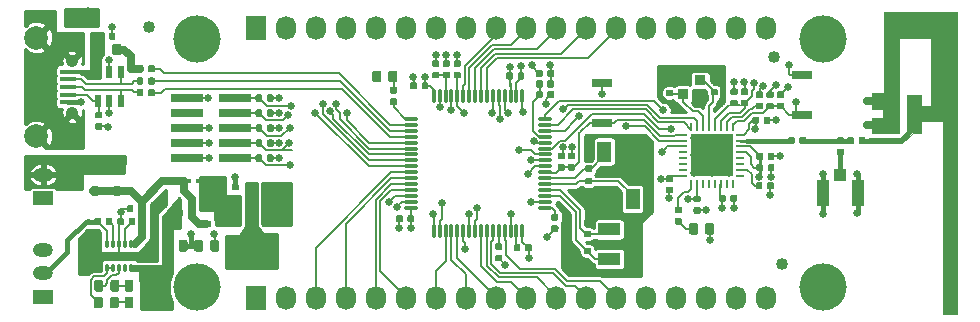
<source format=gtl>
G04 #@! TF.FileFunction,Copper,L1,Top,Signal*
%FSLAX46Y46*%
G04 Gerber Fmt 4.6, Leading zero omitted, Abs format (unit mm)*
G04 Created by KiCad (PCBNEW (2016-09-14 revision 83ed3c9)-makepkg) date 10/14/16 01:05:57*
%MOMM*%
%LPD*%
G01*
G04 APERTURE LIST*
%ADD10C,0.100000*%
%ADD11C,0.001000*%
%ADD12R,0.460000X0.800000*%
%ADD13R,0.800000X0.460000*%
%ADD14O,1.727200X2.032000*%
%ADD15R,1.727200X2.032000*%
%ADD16O,0.300000X0.700000*%
%ADD17R,2.400000X0.750000*%
%ADD18R,1.300000X0.400000*%
%ADD19R,0.550000X0.950000*%
%ADD20R,0.950000X0.550000*%
%ADD21R,1.900000X1.100000*%
%ADD22R,0.610000X0.610000*%
%ADD23R,0.600000X1.100000*%
%ADD24R,1.200000X1.800000*%
%ADD25C,1.016000*%
%ADD26C,4.000000*%
%ADD27O,1.200000X0.300000*%
%ADD28O,0.300000X1.200000*%
%ADD29O,0.250000X0.800000*%
%ADD30O,0.800000X0.250000*%
%ADD31R,3.650000X3.650000*%
%ADD32R,1.700000X1.200000*%
%ADD33O,1.700000X1.200000*%
%ADD34R,2.800000X0.750000*%
%ADD35C,2.000000*%
%ADD36R,1.900000X1.800000*%
%ADD37C,1.041000*%
%ADD38R,1.350000X0.400000*%
%ADD39R,1.700000X0.800000*%
%ADD40R,1.050000X2.200000*%
%ADD41R,1.000000X1.050000*%
%ADD42R,1.998980X2.999740*%
%ADD43R,1.000760X1.501140*%
%ADD44R,0.950000X0.850000*%
%ADD45C,0.635000*%
%ADD46C,0.635000*%
%ADD47C,0.177800*%
%ADD48C,0.457200*%
%ADD49C,0.381000*%
%ADD50C,0.254000*%
G04 APERTURE END LIST*
D10*
D11*
G36*
X220433691Y-82923953D02*
X217773691Y-82923953D01*
X217773691Y-83383953D01*
X220633691Y-83383953D01*
X221533691Y-82473953D01*
X222243691Y-82473953D01*
X222243691Y-81463953D01*
X224043691Y-81463953D01*
X224043691Y-97863953D01*
X225253691Y-97863953D01*
X225253691Y-72283953D01*
X219083691Y-72283953D01*
X219083691Y-79113953D01*
X218033691Y-79113953D01*
X218033691Y-80463953D01*
X219023691Y-80463953D01*
X219023691Y-81263953D01*
X218033691Y-81263953D01*
X218033691Y-82473953D01*
X220373691Y-82473953D01*
X220373691Y-74473953D01*
X223033691Y-74473953D01*
X223033691Y-80263953D01*
X222243691Y-80263953D01*
X222243691Y-79263953D01*
X221033691Y-79263953D01*
X221033691Y-82333953D01*
X220433691Y-82923953D01*
X220433691Y-82923953D01*
G37*
X220433691Y-82923953D02*
X217773691Y-82923953D01*
X217773691Y-83383953D01*
X220633691Y-83383953D01*
X221533691Y-82473953D01*
X222243691Y-82473953D01*
X222243691Y-81463953D01*
X224043691Y-81463953D01*
X224043691Y-97863953D01*
X225253691Y-97863953D01*
X225253691Y-72283953D01*
X219083691Y-72283953D01*
X219083691Y-79113953D01*
X218033691Y-79113953D01*
X218033691Y-80463953D01*
X219023691Y-80463953D01*
X219023691Y-81263953D01*
X218033691Y-81263953D01*
X218033691Y-82473953D01*
X220373691Y-82473953D01*
X220373691Y-74473953D01*
X223033691Y-74473953D01*
X223033691Y-80263953D01*
X222243691Y-80263953D01*
X222243691Y-79263953D01*
X221033691Y-79263953D01*
X221033691Y-82333953D01*
X220433691Y-82923953D01*
D10*
G36*
X212345448Y-82850193D02*
X212359014Y-82852205D01*
X212372317Y-82855538D01*
X212385230Y-82860158D01*
X212397628Y-82866022D01*
X212409391Y-82873072D01*
X212420406Y-82881242D01*
X212430568Y-82890452D01*
X212439778Y-82900614D01*
X212447948Y-82911629D01*
X212454998Y-82923392D01*
X212460862Y-82935790D01*
X212465482Y-82948703D01*
X212468815Y-82962006D01*
X212470827Y-82975572D01*
X212471500Y-82989270D01*
X212471500Y-83319770D01*
X212470827Y-83333468D01*
X212468815Y-83347034D01*
X212465482Y-83360337D01*
X212460862Y-83373250D01*
X212454998Y-83385648D01*
X212447948Y-83397411D01*
X212439778Y-83408426D01*
X212430568Y-83418588D01*
X212420406Y-83427798D01*
X212409391Y-83435968D01*
X212397628Y-83443018D01*
X212385230Y-83448882D01*
X212372317Y-83453502D01*
X212359014Y-83456835D01*
X212345448Y-83458847D01*
X212331750Y-83459520D01*
X212052250Y-83459520D01*
X212038552Y-83458847D01*
X212024986Y-83456835D01*
X212011683Y-83453502D01*
X211998770Y-83448882D01*
X211986372Y-83443018D01*
X211974609Y-83435968D01*
X211963594Y-83427798D01*
X211953432Y-83418588D01*
X211944222Y-83408426D01*
X211936052Y-83397411D01*
X211929002Y-83385648D01*
X211923138Y-83373250D01*
X211918518Y-83360337D01*
X211915185Y-83347034D01*
X211913173Y-83333468D01*
X211912500Y-83319770D01*
X211912500Y-82989270D01*
X211913173Y-82975572D01*
X211915185Y-82962006D01*
X211918518Y-82948703D01*
X211923138Y-82935790D01*
X211929002Y-82923392D01*
X211936052Y-82911629D01*
X211944222Y-82900614D01*
X211953432Y-82890452D01*
X211963594Y-82881242D01*
X211974609Y-82873072D01*
X211986372Y-82866022D01*
X211998770Y-82860158D01*
X212011683Y-82855538D01*
X212024986Y-82852205D01*
X212038552Y-82850193D01*
X212052250Y-82849520D01*
X212331750Y-82849520D01*
X212345448Y-82850193D01*
X212345448Y-82850193D01*
G37*
G36*
X211379448Y-82850193D02*
X211393014Y-82852205D01*
X211406317Y-82855538D01*
X211419230Y-82860158D01*
X211431628Y-82866022D01*
X211443391Y-82873072D01*
X211454406Y-82881242D01*
X211464568Y-82890452D01*
X211473778Y-82900614D01*
X211481948Y-82911629D01*
X211488998Y-82923392D01*
X211494862Y-82935790D01*
X211499482Y-82948703D01*
X211502815Y-82962006D01*
X211504827Y-82975572D01*
X211505500Y-82989270D01*
X211505500Y-83319770D01*
X211504827Y-83333468D01*
X211502815Y-83347034D01*
X211499482Y-83360337D01*
X211494862Y-83373250D01*
X211488998Y-83385648D01*
X211481948Y-83397411D01*
X211473778Y-83408426D01*
X211464568Y-83418588D01*
X211454406Y-83427798D01*
X211443391Y-83435968D01*
X211431628Y-83443018D01*
X211419230Y-83448882D01*
X211406317Y-83453502D01*
X211393014Y-83456835D01*
X211379448Y-83458847D01*
X211365750Y-83459520D01*
X211086250Y-83459520D01*
X211072552Y-83458847D01*
X211058986Y-83456835D01*
X211045683Y-83453502D01*
X211032770Y-83448882D01*
X211020372Y-83443018D01*
X211008609Y-83435968D01*
X210997594Y-83427798D01*
X210987432Y-83418588D01*
X210978222Y-83408426D01*
X210970052Y-83397411D01*
X210963002Y-83385648D01*
X210957138Y-83373250D01*
X210952518Y-83360337D01*
X210949185Y-83347034D01*
X210947173Y-83333468D01*
X210946500Y-83319770D01*
X210946500Y-82989270D01*
X210947173Y-82975572D01*
X210949185Y-82962006D01*
X210952518Y-82948703D01*
X210957138Y-82935790D01*
X210963002Y-82923392D01*
X210970052Y-82911629D01*
X210978222Y-82900614D01*
X210987432Y-82890452D01*
X210997594Y-82881242D01*
X211008609Y-82873072D01*
X211020372Y-82866022D01*
X211032770Y-82860158D01*
X211045683Y-82855538D01*
X211058986Y-82852205D01*
X211072552Y-82850193D01*
X211086250Y-82849520D01*
X211365750Y-82849520D01*
X211379448Y-82850193D01*
X211379448Y-82850193D01*
G37*
D12*
X218263611Y-79789653D03*
D13*
X218173691Y-83153953D03*
D12*
X218263611Y-81859753D03*
D10*
G36*
X215544439Y-83844226D02*
X215558005Y-83846238D01*
X215571308Y-83849571D01*
X215584221Y-83854191D01*
X215596619Y-83860055D01*
X215608382Y-83867105D01*
X215619397Y-83875275D01*
X215629559Y-83884485D01*
X215638769Y-83894647D01*
X215646939Y-83905662D01*
X215653989Y-83917425D01*
X215659853Y-83929823D01*
X215664473Y-83942736D01*
X215667806Y-83956039D01*
X215669818Y-83969605D01*
X215670491Y-83983303D01*
X215670491Y-84262803D01*
X215669818Y-84276501D01*
X215667806Y-84290067D01*
X215664473Y-84303370D01*
X215659853Y-84316283D01*
X215653989Y-84328681D01*
X215646939Y-84340444D01*
X215638769Y-84351459D01*
X215629559Y-84361621D01*
X215619397Y-84370831D01*
X215608382Y-84379001D01*
X215596619Y-84386051D01*
X215584221Y-84391915D01*
X215571308Y-84396535D01*
X215558005Y-84399868D01*
X215544439Y-84401880D01*
X215530741Y-84402553D01*
X215200241Y-84402553D01*
X215186543Y-84401880D01*
X215172977Y-84399868D01*
X215159674Y-84396535D01*
X215146761Y-84391915D01*
X215134363Y-84386051D01*
X215122600Y-84379001D01*
X215111585Y-84370831D01*
X215101423Y-84361621D01*
X215092213Y-84351459D01*
X215084043Y-84340444D01*
X215076993Y-84328681D01*
X215071129Y-84316283D01*
X215066509Y-84303370D01*
X215063176Y-84290067D01*
X215061164Y-84276501D01*
X215060491Y-84262803D01*
X215060491Y-83983303D01*
X215061164Y-83969605D01*
X215063176Y-83956039D01*
X215066509Y-83942736D01*
X215071129Y-83929823D01*
X215076993Y-83917425D01*
X215084043Y-83905662D01*
X215092213Y-83894647D01*
X215101423Y-83884485D01*
X215111585Y-83875275D01*
X215122600Y-83867105D01*
X215134363Y-83860055D01*
X215146761Y-83854191D01*
X215159674Y-83849571D01*
X215172977Y-83846238D01*
X215186543Y-83844226D01*
X215200241Y-83843553D01*
X215530741Y-83843553D01*
X215544439Y-83844226D01*
X215544439Y-83844226D01*
G37*
G36*
X215544439Y-82878226D02*
X215558005Y-82880238D01*
X215571308Y-82883571D01*
X215584221Y-82888191D01*
X215596619Y-82894055D01*
X215608382Y-82901105D01*
X215619397Y-82909275D01*
X215629559Y-82918485D01*
X215638769Y-82928647D01*
X215646939Y-82939662D01*
X215653989Y-82951425D01*
X215659853Y-82963823D01*
X215664473Y-82976736D01*
X215667806Y-82990039D01*
X215669818Y-83003605D01*
X215670491Y-83017303D01*
X215670491Y-83296803D01*
X215669818Y-83310501D01*
X215667806Y-83324067D01*
X215664473Y-83337370D01*
X215659853Y-83350283D01*
X215653989Y-83362681D01*
X215646939Y-83374444D01*
X215638769Y-83385459D01*
X215629559Y-83395621D01*
X215619397Y-83404831D01*
X215608382Y-83413001D01*
X215596619Y-83420051D01*
X215584221Y-83425915D01*
X215571308Y-83430535D01*
X215558005Y-83433868D01*
X215544439Y-83435880D01*
X215530741Y-83436553D01*
X215200241Y-83436553D01*
X215186543Y-83435880D01*
X215172977Y-83433868D01*
X215159674Y-83430535D01*
X215146761Y-83425915D01*
X215134363Y-83420051D01*
X215122600Y-83413001D01*
X215111585Y-83404831D01*
X215101423Y-83395621D01*
X215092213Y-83385459D01*
X215084043Y-83374444D01*
X215076993Y-83362681D01*
X215071129Y-83350283D01*
X215066509Y-83337370D01*
X215063176Y-83324067D01*
X215061164Y-83310501D01*
X215060491Y-83296803D01*
X215060491Y-83017303D01*
X215061164Y-83003605D01*
X215063176Y-82990039D01*
X215066509Y-82976736D01*
X215071129Y-82963823D01*
X215076993Y-82951425D01*
X215084043Y-82939662D01*
X215092213Y-82928647D01*
X215101423Y-82918485D01*
X215111585Y-82909275D01*
X215122600Y-82901105D01*
X215134363Y-82894055D01*
X215146761Y-82888191D01*
X215159674Y-82883571D01*
X215172977Y-82880238D01*
X215186543Y-82878226D01*
X215200241Y-82877553D01*
X215530741Y-82877553D01*
X215544439Y-82878226D01*
X215544439Y-82878226D01*
G37*
G36*
X216394839Y-82853126D02*
X216408405Y-82855138D01*
X216421708Y-82858471D01*
X216434621Y-82863091D01*
X216447019Y-82868955D01*
X216458782Y-82876005D01*
X216469797Y-82884175D01*
X216479959Y-82893385D01*
X216489169Y-82903547D01*
X216497339Y-82914562D01*
X216504389Y-82926325D01*
X216510253Y-82938723D01*
X216514873Y-82951636D01*
X216518206Y-82964939D01*
X216520218Y-82978505D01*
X216520891Y-82992203D01*
X216520891Y-83322703D01*
X216520218Y-83336401D01*
X216518206Y-83349967D01*
X216514873Y-83363270D01*
X216510253Y-83376183D01*
X216504389Y-83388581D01*
X216497339Y-83400344D01*
X216489169Y-83411359D01*
X216479959Y-83421521D01*
X216469797Y-83430731D01*
X216458782Y-83438901D01*
X216447019Y-83445951D01*
X216434621Y-83451815D01*
X216421708Y-83456435D01*
X216408405Y-83459768D01*
X216394839Y-83461780D01*
X216381141Y-83462453D01*
X216101641Y-83462453D01*
X216087943Y-83461780D01*
X216074377Y-83459768D01*
X216061074Y-83456435D01*
X216048161Y-83451815D01*
X216035763Y-83445951D01*
X216024000Y-83438901D01*
X216012985Y-83430731D01*
X216002823Y-83421521D01*
X215993613Y-83411359D01*
X215985443Y-83400344D01*
X215978393Y-83388581D01*
X215972529Y-83376183D01*
X215967909Y-83363270D01*
X215964576Y-83349967D01*
X215962564Y-83336401D01*
X215961891Y-83322703D01*
X215961891Y-82992203D01*
X215962564Y-82978505D01*
X215964576Y-82964939D01*
X215967909Y-82951636D01*
X215972529Y-82938723D01*
X215978393Y-82926325D01*
X215985443Y-82914562D01*
X215993613Y-82903547D01*
X216002823Y-82893385D01*
X216012985Y-82884175D01*
X216024000Y-82876005D01*
X216035763Y-82868955D01*
X216048161Y-82863091D01*
X216061074Y-82858471D01*
X216074377Y-82855138D01*
X216087943Y-82853126D01*
X216101641Y-82852453D01*
X216381141Y-82852453D01*
X216394839Y-82853126D01*
X216394839Y-82853126D01*
G37*
G36*
X217360839Y-82853126D02*
X217374405Y-82855138D01*
X217387708Y-82858471D01*
X217400621Y-82863091D01*
X217413019Y-82868955D01*
X217424782Y-82876005D01*
X217435797Y-82884175D01*
X217445959Y-82893385D01*
X217455169Y-82903547D01*
X217463339Y-82914562D01*
X217470389Y-82926325D01*
X217476253Y-82938723D01*
X217480873Y-82951636D01*
X217484206Y-82964939D01*
X217486218Y-82978505D01*
X217486891Y-82992203D01*
X217486891Y-83322703D01*
X217486218Y-83336401D01*
X217484206Y-83349967D01*
X217480873Y-83363270D01*
X217476253Y-83376183D01*
X217470389Y-83388581D01*
X217463339Y-83400344D01*
X217455169Y-83411359D01*
X217445959Y-83421521D01*
X217435797Y-83430731D01*
X217424782Y-83438901D01*
X217413019Y-83445951D01*
X217400621Y-83451815D01*
X217387708Y-83456435D01*
X217374405Y-83459768D01*
X217360839Y-83461780D01*
X217347141Y-83462453D01*
X217067641Y-83462453D01*
X217053943Y-83461780D01*
X217040377Y-83459768D01*
X217027074Y-83456435D01*
X217014161Y-83451815D01*
X217001763Y-83445951D01*
X216990000Y-83438901D01*
X216978985Y-83430731D01*
X216968823Y-83421521D01*
X216959613Y-83411359D01*
X216951443Y-83400344D01*
X216944393Y-83388581D01*
X216938529Y-83376183D01*
X216933909Y-83363270D01*
X216930576Y-83349967D01*
X216928564Y-83336401D01*
X216927891Y-83322703D01*
X216927891Y-82992203D01*
X216928564Y-82978505D01*
X216930576Y-82964939D01*
X216933909Y-82951636D01*
X216938529Y-82938723D01*
X216944393Y-82926325D01*
X216951443Y-82914562D01*
X216959613Y-82903547D01*
X216968823Y-82893385D01*
X216978985Y-82884175D01*
X216990000Y-82876005D01*
X217001763Y-82868955D01*
X217014161Y-82863091D01*
X217027074Y-82858471D01*
X217040377Y-82855138D01*
X217053943Y-82853126D01*
X217067641Y-82852453D01*
X217347141Y-82852453D01*
X217360839Y-82853126D01*
X217360839Y-82853126D01*
G37*
G36*
X203424039Y-87824726D02*
X203437605Y-87826738D01*
X203450908Y-87830071D01*
X203463821Y-87834691D01*
X203476219Y-87840555D01*
X203487982Y-87847605D01*
X203498997Y-87855775D01*
X203509159Y-87864985D01*
X203518369Y-87875147D01*
X203526539Y-87886162D01*
X203533589Y-87897925D01*
X203539453Y-87910323D01*
X203544073Y-87923236D01*
X203547406Y-87936539D01*
X203549418Y-87950105D01*
X203550091Y-87963803D01*
X203550091Y-88243303D01*
X203549418Y-88257001D01*
X203547406Y-88270567D01*
X203544073Y-88283870D01*
X203539453Y-88296783D01*
X203533589Y-88309181D01*
X203526539Y-88320944D01*
X203518369Y-88331959D01*
X203509159Y-88342121D01*
X203498997Y-88351331D01*
X203487982Y-88359501D01*
X203476219Y-88366551D01*
X203463821Y-88372415D01*
X203450908Y-88377035D01*
X203437605Y-88380368D01*
X203424039Y-88382380D01*
X203410341Y-88383053D01*
X203079841Y-88383053D01*
X203066143Y-88382380D01*
X203052577Y-88380368D01*
X203039274Y-88377035D01*
X203026361Y-88372415D01*
X203013963Y-88366551D01*
X203002200Y-88359501D01*
X202991185Y-88351331D01*
X202981023Y-88342121D01*
X202971813Y-88331959D01*
X202963643Y-88320944D01*
X202956593Y-88309181D01*
X202950729Y-88296783D01*
X202946109Y-88283870D01*
X202942776Y-88270567D01*
X202940764Y-88257001D01*
X202940091Y-88243303D01*
X202940091Y-87963803D01*
X202940764Y-87950105D01*
X202942776Y-87936539D01*
X202946109Y-87923236D01*
X202950729Y-87910323D01*
X202956593Y-87897925D01*
X202963643Y-87886162D01*
X202971813Y-87875147D01*
X202981023Y-87864985D01*
X202991185Y-87855775D01*
X203002200Y-87847605D01*
X203013963Y-87840555D01*
X203026361Y-87834691D01*
X203039274Y-87830071D01*
X203052577Y-87826738D01*
X203066143Y-87824726D01*
X203079841Y-87824053D01*
X203410341Y-87824053D01*
X203424039Y-87824726D01*
X203424039Y-87824726D01*
G37*
G36*
X203424039Y-88790726D02*
X203437605Y-88792738D01*
X203450908Y-88796071D01*
X203463821Y-88800691D01*
X203476219Y-88806555D01*
X203487982Y-88813605D01*
X203498997Y-88821775D01*
X203509159Y-88830985D01*
X203518369Y-88841147D01*
X203526539Y-88852162D01*
X203533589Y-88863925D01*
X203539453Y-88876323D01*
X203544073Y-88889236D01*
X203547406Y-88902539D01*
X203549418Y-88916105D01*
X203550091Y-88929803D01*
X203550091Y-89209303D01*
X203549418Y-89223001D01*
X203547406Y-89236567D01*
X203544073Y-89249870D01*
X203539453Y-89262783D01*
X203533589Y-89275181D01*
X203526539Y-89286944D01*
X203518369Y-89297959D01*
X203509159Y-89308121D01*
X203498997Y-89317331D01*
X203487982Y-89325501D01*
X203476219Y-89332551D01*
X203463821Y-89338415D01*
X203450908Y-89343035D01*
X203437605Y-89346368D01*
X203424039Y-89348380D01*
X203410341Y-89349053D01*
X203079841Y-89349053D01*
X203066143Y-89348380D01*
X203052577Y-89346368D01*
X203039274Y-89343035D01*
X203026361Y-89338415D01*
X203013963Y-89332551D01*
X203002200Y-89325501D01*
X202991185Y-89317331D01*
X202981023Y-89308121D01*
X202971813Y-89297959D01*
X202963643Y-89286944D01*
X202956593Y-89275181D01*
X202950729Y-89262783D01*
X202946109Y-89249870D01*
X202942776Y-89236567D01*
X202940764Y-89223001D01*
X202940091Y-89209303D01*
X202940091Y-88929803D01*
X202940764Y-88916105D01*
X202942776Y-88902539D01*
X202946109Y-88889236D01*
X202950729Y-88876323D01*
X202956593Y-88863925D01*
X202963643Y-88852162D01*
X202971813Y-88841147D01*
X202981023Y-88830985D01*
X202991185Y-88821775D01*
X203002200Y-88813605D01*
X203013963Y-88806555D01*
X203026361Y-88800691D01*
X203039274Y-88796071D01*
X203052577Y-88792738D01*
X203066143Y-88790726D01*
X203079841Y-88790053D01*
X203410341Y-88790053D01*
X203424039Y-88790726D01*
X203424039Y-88790726D01*
G37*
D14*
X209053691Y-96508953D03*
X206513691Y-96508953D03*
X203973691Y-96508953D03*
X201433691Y-96508953D03*
X198893691Y-96508953D03*
X196353691Y-96508953D03*
X193813691Y-96508953D03*
X191273691Y-96508953D03*
X188733691Y-96508953D03*
X186193691Y-96508953D03*
X183653691Y-96508953D03*
X181113691Y-96508953D03*
X178573691Y-96508953D03*
X176033691Y-96508953D03*
X173493691Y-96508953D03*
X170953691Y-96508953D03*
X168413691Y-96508953D03*
D15*
X165873691Y-96508953D03*
X165873691Y-73648953D03*
D14*
X168413691Y-73648953D03*
X170953691Y-73648953D03*
X173493691Y-73648953D03*
X176033691Y-73648953D03*
X178573691Y-73648953D03*
X181113691Y-73648953D03*
X183653691Y-73648953D03*
X186193691Y-73648953D03*
X188733691Y-73648953D03*
X191273691Y-73648953D03*
X193813691Y-73648953D03*
X196353691Y-73648953D03*
X198893691Y-73648953D03*
X201433691Y-73648953D03*
X203973691Y-73648953D03*
X206513691Y-73648953D03*
X209053691Y-73648953D03*
D16*
X153291191Y-91952453D03*
X153791191Y-91952453D03*
X154291191Y-91952453D03*
X154791191Y-91952453D03*
X155291191Y-91952453D03*
D17*
X154291191Y-92952453D03*
D16*
X153291191Y-93952453D03*
X153791191Y-93952453D03*
X154291191Y-93952453D03*
X154791191Y-93952453D03*
X155291191Y-93952453D03*
D18*
X159777691Y-86586453D03*
X161377691Y-86586453D03*
D19*
X154113691Y-87403953D03*
X152283691Y-87403953D03*
X153198691Y-85053953D03*
D20*
X161625691Y-88401953D03*
X161625691Y-90231953D03*
X159275691Y-89316953D03*
D21*
X195823691Y-90678953D03*
X195823691Y-93178953D03*
D22*
X150803291Y-72785353D03*
X148603291Y-72785353D03*
D23*
X154437891Y-79776553D03*
X153487891Y-79776553D03*
X152537891Y-79776553D03*
X152537891Y-77376553D03*
X153487891Y-77376553D03*
X154437891Y-77376553D03*
D24*
X197798691Y-88078953D03*
X195398691Y-84078953D03*
X197798691Y-84078953D03*
X195398691Y-88078953D03*
D25*
X156823691Y-73578953D03*
X209790191Y-76058153D03*
X210463291Y-93609553D03*
D26*
X160873691Y-74578953D03*
X213873691Y-74578953D03*
X160873691Y-95578953D03*
X213873691Y-95578953D03*
D27*
X190398691Y-88828953D03*
X190398691Y-88328953D03*
X190398691Y-87828953D03*
X190398691Y-87328953D03*
X190398691Y-86828953D03*
X190398691Y-86328953D03*
X190398691Y-85828953D03*
X190398691Y-85328953D03*
X190398691Y-84828953D03*
X190398691Y-84328953D03*
X190398691Y-83828953D03*
X190398691Y-83328953D03*
X190398691Y-82828953D03*
X190398691Y-82328953D03*
X190398691Y-81828953D03*
X190398691Y-81328953D03*
D28*
X188448691Y-79378953D03*
X187948691Y-79378953D03*
X187448691Y-79378953D03*
X186948691Y-79378953D03*
X186448691Y-79378953D03*
X185948691Y-79378953D03*
X185448691Y-79378953D03*
X184948691Y-79378953D03*
X184448691Y-79378953D03*
X183948691Y-79378953D03*
X183448691Y-79378953D03*
X182948691Y-79378953D03*
X182448691Y-79378953D03*
X181948691Y-79378953D03*
X181448691Y-79378953D03*
X180948691Y-79378953D03*
D27*
X178998691Y-81328953D03*
X178998691Y-81828953D03*
X178998691Y-82328953D03*
X178998691Y-82828953D03*
X178998691Y-83328953D03*
X178998691Y-83828953D03*
X178998691Y-84328953D03*
X178998691Y-84828953D03*
X178998691Y-85328953D03*
X178998691Y-85828953D03*
X178998691Y-86328953D03*
X178998691Y-86828953D03*
X178998691Y-87328953D03*
X178998691Y-87828953D03*
X178998691Y-88328953D03*
X178998691Y-88828953D03*
D28*
X180948691Y-90778953D03*
X181448691Y-90778953D03*
X181948691Y-90778953D03*
X182448691Y-90778953D03*
X182948691Y-90778953D03*
X183448691Y-90778953D03*
X183948691Y-90778953D03*
X184448691Y-90778953D03*
X184948691Y-90778953D03*
X185448691Y-90778953D03*
X185948691Y-90778953D03*
X186448691Y-90778953D03*
X186948691Y-90778953D03*
X187448691Y-90778953D03*
X187948691Y-90778953D03*
X188448691Y-90778953D03*
D29*
X206244549Y-81973953D03*
X205744549Y-81973953D03*
X205244549Y-81973953D03*
X204744549Y-81973953D03*
X204244549Y-81973953D03*
X203744549Y-81973953D03*
X203244549Y-81973953D03*
X202744549Y-81973953D03*
D30*
X202069549Y-82648953D03*
X202069549Y-83148953D03*
X202069549Y-83648953D03*
X202069549Y-84148953D03*
X202069549Y-84648953D03*
X202069549Y-85148953D03*
X202069549Y-85648953D03*
X202069549Y-86148953D03*
D29*
X202744549Y-86823953D03*
X203244549Y-86823953D03*
X203744549Y-86823953D03*
X204244549Y-86823953D03*
X204744549Y-86823953D03*
X205244549Y-86823953D03*
X205744549Y-86823953D03*
X206244549Y-86823953D03*
D30*
X206919549Y-86148953D03*
X206919549Y-85648953D03*
X206919549Y-85148953D03*
X206919549Y-84648953D03*
X206919549Y-84148953D03*
X206919549Y-83648953D03*
X206919549Y-83148953D03*
X206919549Y-82648953D03*
D31*
X204494549Y-84398953D03*
D10*
G36*
X156363139Y-88631626D02*
X156376705Y-88633638D01*
X156390008Y-88636971D01*
X156402921Y-88641591D01*
X156415319Y-88647455D01*
X156427082Y-88654505D01*
X156438097Y-88662675D01*
X156448259Y-88671885D01*
X156457469Y-88682047D01*
X156465639Y-88693062D01*
X156472689Y-88704825D01*
X156478553Y-88717223D01*
X156483173Y-88730136D01*
X156486506Y-88743439D01*
X156488518Y-88757005D01*
X156489191Y-88770703D01*
X156489191Y-89101203D01*
X156488518Y-89114901D01*
X156486506Y-89128467D01*
X156483173Y-89141770D01*
X156478553Y-89154683D01*
X156472689Y-89167081D01*
X156465639Y-89178844D01*
X156457469Y-89189859D01*
X156448259Y-89200021D01*
X156438097Y-89209231D01*
X156427082Y-89217401D01*
X156415319Y-89224451D01*
X156402921Y-89230315D01*
X156390008Y-89234935D01*
X156376705Y-89238268D01*
X156363139Y-89240280D01*
X156349441Y-89240953D01*
X156069941Y-89240953D01*
X156056243Y-89240280D01*
X156042677Y-89238268D01*
X156029374Y-89234935D01*
X156016461Y-89230315D01*
X156004063Y-89224451D01*
X155992300Y-89217401D01*
X155981285Y-89209231D01*
X155971123Y-89200021D01*
X155961913Y-89189859D01*
X155953743Y-89178844D01*
X155946693Y-89167081D01*
X155940829Y-89154683D01*
X155936209Y-89141770D01*
X155932876Y-89128467D01*
X155930864Y-89114901D01*
X155930191Y-89101203D01*
X155930191Y-88770703D01*
X155930864Y-88757005D01*
X155932876Y-88743439D01*
X155936209Y-88730136D01*
X155940829Y-88717223D01*
X155946693Y-88704825D01*
X155953743Y-88693062D01*
X155961913Y-88682047D01*
X155971123Y-88671885D01*
X155981285Y-88662675D01*
X155992300Y-88654505D01*
X156004063Y-88647455D01*
X156016461Y-88641591D01*
X156029374Y-88636971D01*
X156042677Y-88633638D01*
X156056243Y-88631626D01*
X156069941Y-88630953D01*
X156349441Y-88630953D01*
X156363139Y-88631626D01*
X156363139Y-88631626D01*
G37*
G36*
X155397139Y-88631626D02*
X155410705Y-88633638D01*
X155424008Y-88636971D01*
X155436921Y-88641591D01*
X155449319Y-88647455D01*
X155461082Y-88654505D01*
X155472097Y-88662675D01*
X155482259Y-88671885D01*
X155491469Y-88682047D01*
X155499639Y-88693062D01*
X155506689Y-88704825D01*
X155512553Y-88717223D01*
X155517173Y-88730136D01*
X155520506Y-88743439D01*
X155522518Y-88757005D01*
X155523191Y-88770703D01*
X155523191Y-89101203D01*
X155522518Y-89114901D01*
X155520506Y-89128467D01*
X155517173Y-89141770D01*
X155512553Y-89154683D01*
X155506689Y-89167081D01*
X155499639Y-89178844D01*
X155491469Y-89189859D01*
X155482259Y-89200021D01*
X155472097Y-89209231D01*
X155461082Y-89217401D01*
X155449319Y-89224451D01*
X155436921Y-89230315D01*
X155424008Y-89234935D01*
X155410705Y-89238268D01*
X155397139Y-89240280D01*
X155383441Y-89240953D01*
X155103941Y-89240953D01*
X155090243Y-89240280D01*
X155076677Y-89238268D01*
X155063374Y-89234935D01*
X155050461Y-89230315D01*
X155038063Y-89224451D01*
X155026300Y-89217401D01*
X155015285Y-89209231D01*
X155005123Y-89200021D01*
X154995913Y-89189859D01*
X154987743Y-89178844D01*
X154980693Y-89167081D01*
X154974829Y-89154683D01*
X154970209Y-89141770D01*
X154966876Y-89128467D01*
X154964864Y-89114901D01*
X154964191Y-89101203D01*
X154964191Y-88770703D01*
X154964864Y-88757005D01*
X154966876Y-88743439D01*
X154970209Y-88730136D01*
X154974829Y-88717223D01*
X154980693Y-88704825D01*
X154987743Y-88693062D01*
X154995913Y-88682047D01*
X155005123Y-88671885D01*
X155015285Y-88662675D01*
X155026300Y-88654505D01*
X155038063Y-88647455D01*
X155050461Y-88641591D01*
X155063374Y-88636971D01*
X155076677Y-88633638D01*
X155090243Y-88631626D01*
X155103941Y-88630953D01*
X155383441Y-88630953D01*
X155397139Y-88631626D01*
X155397139Y-88631626D01*
G37*
G36*
X164312639Y-87768126D02*
X164326205Y-87770138D01*
X164339508Y-87773471D01*
X164352421Y-87778091D01*
X164364819Y-87783955D01*
X164376582Y-87791005D01*
X164387597Y-87799175D01*
X164397759Y-87808385D01*
X164406969Y-87818547D01*
X164415139Y-87829562D01*
X164422189Y-87841325D01*
X164428053Y-87853723D01*
X164432673Y-87866636D01*
X164436006Y-87879939D01*
X164438018Y-87893505D01*
X164438691Y-87907203D01*
X164438691Y-88186703D01*
X164438018Y-88200401D01*
X164436006Y-88213967D01*
X164432673Y-88227270D01*
X164428053Y-88240183D01*
X164422189Y-88252581D01*
X164415139Y-88264344D01*
X164406969Y-88275359D01*
X164397759Y-88285521D01*
X164387597Y-88294731D01*
X164376582Y-88302901D01*
X164364819Y-88309951D01*
X164352421Y-88315815D01*
X164339508Y-88320435D01*
X164326205Y-88323768D01*
X164312639Y-88325780D01*
X164298941Y-88326453D01*
X163968441Y-88326453D01*
X163954743Y-88325780D01*
X163941177Y-88323768D01*
X163927874Y-88320435D01*
X163914961Y-88315815D01*
X163902563Y-88309951D01*
X163890800Y-88302901D01*
X163879785Y-88294731D01*
X163869623Y-88285521D01*
X163860413Y-88275359D01*
X163852243Y-88264344D01*
X163845193Y-88252581D01*
X163839329Y-88240183D01*
X163834709Y-88227270D01*
X163831376Y-88213967D01*
X163829364Y-88200401D01*
X163828691Y-88186703D01*
X163828691Y-87907203D01*
X163829364Y-87893505D01*
X163831376Y-87879939D01*
X163834709Y-87866636D01*
X163839329Y-87853723D01*
X163845193Y-87841325D01*
X163852243Y-87829562D01*
X163860413Y-87818547D01*
X163869623Y-87808385D01*
X163879785Y-87799175D01*
X163890800Y-87791005D01*
X163902563Y-87783955D01*
X163914961Y-87778091D01*
X163927874Y-87773471D01*
X163941177Y-87770138D01*
X163954743Y-87768126D01*
X163968441Y-87767453D01*
X164298941Y-87767453D01*
X164312639Y-87768126D01*
X164312639Y-87768126D01*
G37*
G36*
X164312639Y-86802126D02*
X164326205Y-86804138D01*
X164339508Y-86807471D01*
X164352421Y-86812091D01*
X164364819Y-86817955D01*
X164376582Y-86825005D01*
X164387597Y-86833175D01*
X164397759Y-86842385D01*
X164406969Y-86852547D01*
X164415139Y-86863562D01*
X164422189Y-86875325D01*
X164428053Y-86887723D01*
X164432673Y-86900636D01*
X164436006Y-86913939D01*
X164438018Y-86927505D01*
X164438691Y-86941203D01*
X164438691Y-87220703D01*
X164438018Y-87234401D01*
X164436006Y-87247967D01*
X164432673Y-87261270D01*
X164428053Y-87274183D01*
X164422189Y-87286581D01*
X164415139Y-87298344D01*
X164406969Y-87309359D01*
X164397759Y-87319521D01*
X164387597Y-87328731D01*
X164376582Y-87336901D01*
X164364819Y-87343951D01*
X164352421Y-87349815D01*
X164339508Y-87354435D01*
X164326205Y-87357768D01*
X164312639Y-87359780D01*
X164298941Y-87360453D01*
X163968441Y-87360453D01*
X163954743Y-87359780D01*
X163941177Y-87357768D01*
X163927874Y-87354435D01*
X163914961Y-87349815D01*
X163902563Y-87343951D01*
X163890800Y-87336901D01*
X163879785Y-87328731D01*
X163869623Y-87319521D01*
X163860413Y-87309359D01*
X163852243Y-87298344D01*
X163845193Y-87286581D01*
X163839329Y-87274183D01*
X163834709Y-87261270D01*
X163831376Y-87247967D01*
X163829364Y-87234401D01*
X163828691Y-87220703D01*
X163828691Y-86941203D01*
X163829364Y-86927505D01*
X163831376Y-86913939D01*
X163834709Y-86900636D01*
X163839329Y-86887723D01*
X163845193Y-86875325D01*
X163852243Y-86863562D01*
X163860413Y-86852547D01*
X163869623Y-86842385D01*
X163879785Y-86833175D01*
X163890800Y-86825005D01*
X163902563Y-86817955D01*
X163914961Y-86812091D01*
X163927874Y-86807471D01*
X163941177Y-86804138D01*
X163954743Y-86802126D01*
X163968441Y-86801453D01*
X164298941Y-86801453D01*
X164312639Y-86802126D01*
X164312639Y-86802126D01*
G37*
G36*
X165733824Y-86785844D02*
X165751783Y-86788508D01*
X165769394Y-86792919D01*
X165786487Y-86799035D01*
X165802899Y-86806798D01*
X165818471Y-86816131D01*
X165833054Y-86826946D01*
X165846506Y-86839138D01*
X165858698Y-86852590D01*
X165869513Y-86867173D01*
X165878846Y-86882745D01*
X165886609Y-86899157D01*
X165892725Y-86916250D01*
X165897136Y-86933861D01*
X165899800Y-86951820D01*
X165900691Y-86969953D01*
X165900691Y-87599953D01*
X165899800Y-87618086D01*
X165897136Y-87636045D01*
X165892725Y-87653656D01*
X165886609Y-87670749D01*
X165878846Y-87687161D01*
X165869513Y-87702733D01*
X165858698Y-87717316D01*
X165846506Y-87730768D01*
X165833054Y-87742960D01*
X165818471Y-87753775D01*
X165802899Y-87763108D01*
X165786487Y-87770871D01*
X165769394Y-87776987D01*
X165751783Y-87781398D01*
X165733824Y-87784062D01*
X165715691Y-87784953D01*
X165345691Y-87784953D01*
X165327558Y-87784062D01*
X165309599Y-87781398D01*
X165291988Y-87776987D01*
X165274895Y-87770871D01*
X165258483Y-87763108D01*
X165242911Y-87753775D01*
X165228328Y-87742960D01*
X165214876Y-87730768D01*
X165202684Y-87717316D01*
X165191869Y-87702733D01*
X165182536Y-87687161D01*
X165174773Y-87670749D01*
X165168657Y-87653656D01*
X165164246Y-87636045D01*
X165161582Y-87618086D01*
X165160691Y-87599953D01*
X165160691Y-86969953D01*
X165161582Y-86951820D01*
X165164246Y-86933861D01*
X165168657Y-86916250D01*
X165174773Y-86899157D01*
X165182536Y-86882745D01*
X165191869Y-86867173D01*
X165202684Y-86852590D01*
X165214876Y-86839138D01*
X165228328Y-86826946D01*
X165242911Y-86816131D01*
X165258483Y-86806798D01*
X165274895Y-86799035D01*
X165291988Y-86792919D01*
X165309599Y-86788508D01*
X165327558Y-86785844D01*
X165345691Y-86784953D01*
X165715691Y-86784953D01*
X165733824Y-86785844D01*
X165733824Y-86785844D01*
G37*
G36*
X167093824Y-86785844D02*
X167111783Y-86788508D01*
X167129394Y-86792919D01*
X167146487Y-86799035D01*
X167162899Y-86806798D01*
X167178471Y-86816131D01*
X167193054Y-86826946D01*
X167206506Y-86839138D01*
X167218698Y-86852590D01*
X167229513Y-86867173D01*
X167238846Y-86882745D01*
X167246609Y-86899157D01*
X167252725Y-86916250D01*
X167257136Y-86933861D01*
X167259800Y-86951820D01*
X167260691Y-86969953D01*
X167260691Y-87599953D01*
X167259800Y-87618086D01*
X167257136Y-87636045D01*
X167252725Y-87653656D01*
X167246609Y-87670749D01*
X167238846Y-87687161D01*
X167229513Y-87702733D01*
X167218698Y-87717316D01*
X167206506Y-87730768D01*
X167193054Y-87742960D01*
X167178471Y-87753775D01*
X167162899Y-87763108D01*
X167146487Y-87770871D01*
X167129394Y-87776987D01*
X167111783Y-87781398D01*
X167093824Y-87784062D01*
X167075691Y-87784953D01*
X166705691Y-87784953D01*
X166687558Y-87784062D01*
X166669599Y-87781398D01*
X166651988Y-87776987D01*
X166634895Y-87770871D01*
X166618483Y-87763108D01*
X166602911Y-87753775D01*
X166588328Y-87742960D01*
X166574876Y-87730768D01*
X166562684Y-87717316D01*
X166551869Y-87702733D01*
X166542536Y-87687161D01*
X166534773Y-87670749D01*
X166528657Y-87653656D01*
X166524246Y-87636045D01*
X166521582Y-87618086D01*
X166520691Y-87599953D01*
X166520691Y-86969953D01*
X166521582Y-86951820D01*
X166524246Y-86933861D01*
X166528657Y-86916250D01*
X166534773Y-86899157D01*
X166542536Y-86882745D01*
X166551869Y-86867173D01*
X166562684Y-86852590D01*
X166574876Y-86839138D01*
X166588328Y-86826946D01*
X166602911Y-86816131D01*
X166618483Y-86806798D01*
X166634895Y-86799035D01*
X166651988Y-86792919D01*
X166669599Y-86788508D01*
X166687558Y-86785844D01*
X166705691Y-86784953D01*
X167075691Y-86784953D01*
X167093824Y-86785844D01*
X167093824Y-86785844D01*
G37*
G36*
X191009739Y-77173026D02*
X191023305Y-77175038D01*
X191036608Y-77178371D01*
X191049521Y-77182991D01*
X191061919Y-77188855D01*
X191073682Y-77195905D01*
X191084697Y-77204075D01*
X191094859Y-77213285D01*
X191104069Y-77223447D01*
X191112239Y-77234462D01*
X191119289Y-77246225D01*
X191125153Y-77258623D01*
X191129773Y-77271536D01*
X191133106Y-77284839D01*
X191135118Y-77298405D01*
X191135791Y-77312103D01*
X191135791Y-77642603D01*
X191135118Y-77656301D01*
X191133106Y-77669867D01*
X191129773Y-77683170D01*
X191125153Y-77696083D01*
X191119289Y-77708481D01*
X191112239Y-77720244D01*
X191104069Y-77731259D01*
X191094859Y-77741421D01*
X191084697Y-77750631D01*
X191073682Y-77758801D01*
X191061919Y-77765851D01*
X191049521Y-77771715D01*
X191036608Y-77776335D01*
X191023305Y-77779668D01*
X191009739Y-77781680D01*
X190996041Y-77782353D01*
X190716541Y-77782353D01*
X190702843Y-77781680D01*
X190689277Y-77779668D01*
X190675974Y-77776335D01*
X190663061Y-77771715D01*
X190650663Y-77765851D01*
X190638900Y-77758801D01*
X190627885Y-77750631D01*
X190617723Y-77741421D01*
X190608513Y-77731259D01*
X190600343Y-77720244D01*
X190593293Y-77708481D01*
X190587429Y-77696083D01*
X190582809Y-77683170D01*
X190579476Y-77669867D01*
X190577464Y-77656301D01*
X190576791Y-77642603D01*
X190576791Y-77312103D01*
X190577464Y-77298405D01*
X190579476Y-77284839D01*
X190582809Y-77271536D01*
X190587429Y-77258623D01*
X190593293Y-77246225D01*
X190600343Y-77234462D01*
X190608513Y-77223447D01*
X190617723Y-77213285D01*
X190627885Y-77204075D01*
X190638900Y-77195905D01*
X190650663Y-77188855D01*
X190663061Y-77182991D01*
X190675974Y-77178371D01*
X190689277Y-77175038D01*
X190702843Y-77173026D01*
X190716541Y-77172353D01*
X190996041Y-77172353D01*
X191009739Y-77173026D01*
X191009739Y-77173026D01*
G37*
G36*
X190043739Y-77173026D02*
X190057305Y-77175038D01*
X190070608Y-77178371D01*
X190083521Y-77182991D01*
X190095919Y-77188855D01*
X190107682Y-77195905D01*
X190118697Y-77204075D01*
X190128859Y-77213285D01*
X190138069Y-77223447D01*
X190146239Y-77234462D01*
X190153289Y-77246225D01*
X190159153Y-77258623D01*
X190163773Y-77271536D01*
X190167106Y-77284839D01*
X190169118Y-77298405D01*
X190169791Y-77312103D01*
X190169791Y-77642603D01*
X190169118Y-77656301D01*
X190167106Y-77669867D01*
X190163773Y-77683170D01*
X190159153Y-77696083D01*
X190153289Y-77708481D01*
X190146239Y-77720244D01*
X190138069Y-77731259D01*
X190128859Y-77741421D01*
X190118697Y-77750631D01*
X190107682Y-77758801D01*
X190095919Y-77765851D01*
X190083521Y-77771715D01*
X190070608Y-77776335D01*
X190057305Y-77779668D01*
X190043739Y-77781680D01*
X190030041Y-77782353D01*
X189750541Y-77782353D01*
X189736843Y-77781680D01*
X189723277Y-77779668D01*
X189709974Y-77776335D01*
X189697061Y-77771715D01*
X189684663Y-77765851D01*
X189672900Y-77758801D01*
X189661885Y-77750631D01*
X189651723Y-77741421D01*
X189642513Y-77731259D01*
X189634343Y-77720244D01*
X189627293Y-77708481D01*
X189621429Y-77696083D01*
X189616809Y-77683170D01*
X189613476Y-77669867D01*
X189611464Y-77656301D01*
X189610791Y-77642603D01*
X189610791Y-77312103D01*
X189611464Y-77298405D01*
X189613476Y-77284839D01*
X189616809Y-77271536D01*
X189621429Y-77258623D01*
X189627293Y-77246225D01*
X189634343Y-77234462D01*
X189642513Y-77223447D01*
X189651723Y-77213285D01*
X189661885Y-77204075D01*
X189672900Y-77195905D01*
X189684663Y-77188855D01*
X189697061Y-77182991D01*
X189709974Y-77178371D01*
X189723277Y-77175038D01*
X189736843Y-77173026D01*
X189750541Y-77172353D01*
X190030041Y-77172353D01*
X190043739Y-77173026D01*
X190043739Y-77173026D01*
G37*
G36*
X194258639Y-86313126D02*
X194272205Y-86315138D01*
X194285508Y-86318471D01*
X194298421Y-86323091D01*
X194310819Y-86328955D01*
X194322582Y-86336005D01*
X194333597Y-86344175D01*
X194343759Y-86353385D01*
X194352969Y-86363547D01*
X194361139Y-86374562D01*
X194368189Y-86386325D01*
X194374053Y-86398723D01*
X194378673Y-86411636D01*
X194382006Y-86424939D01*
X194384018Y-86438505D01*
X194384691Y-86452203D01*
X194384691Y-86731703D01*
X194384018Y-86745401D01*
X194382006Y-86758967D01*
X194378673Y-86772270D01*
X194374053Y-86785183D01*
X194368189Y-86797581D01*
X194361139Y-86809344D01*
X194352969Y-86820359D01*
X194343759Y-86830521D01*
X194333597Y-86839731D01*
X194322582Y-86847901D01*
X194310819Y-86854951D01*
X194298421Y-86860815D01*
X194285508Y-86865435D01*
X194272205Y-86868768D01*
X194258639Y-86870780D01*
X194244941Y-86871453D01*
X193914441Y-86871453D01*
X193900743Y-86870780D01*
X193887177Y-86868768D01*
X193873874Y-86865435D01*
X193860961Y-86860815D01*
X193848563Y-86854951D01*
X193836800Y-86847901D01*
X193825785Y-86839731D01*
X193815623Y-86830521D01*
X193806413Y-86820359D01*
X193798243Y-86809344D01*
X193791193Y-86797581D01*
X193785329Y-86785183D01*
X193780709Y-86772270D01*
X193777376Y-86758967D01*
X193775364Y-86745401D01*
X193774691Y-86731703D01*
X193774691Y-86452203D01*
X193775364Y-86438505D01*
X193777376Y-86424939D01*
X193780709Y-86411636D01*
X193785329Y-86398723D01*
X193791193Y-86386325D01*
X193798243Y-86374562D01*
X193806413Y-86363547D01*
X193815623Y-86353385D01*
X193825785Y-86344175D01*
X193836800Y-86336005D01*
X193848563Y-86328955D01*
X193860961Y-86323091D01*
X193873874Y-86318471D01*
X193887177Y-86315138D01*
X193900743Y-86313126D01*
X193914441Y-86312453D01*
X194244941Y-86312453D01*
X194258639Y-86313126D01*
X194258639Y-86313126D01*
G37*
G36*
X194258639Y-87279126D02*
X194272205Y-87281138D01*
X194285508Y-87284471D01*
X194298421Y-87289091D01*
X194310819Y-87294955D01*
X194322582Y-87302005D01*
X194333597Y-87310175D01*
X194343759Y-87319385D01*
X194352969Y-87329547D01*
X194361139Y-87340562D01*
X194368189Y-87352325D01*
X194374053Y-87364723D01*
X194378673Y-87377636D01*
X194382006Y-87390939D01*
X194384018Y-87404505D01*
X194384691Y-87418203D01*
X194384691Y-87697703D01*
X194384018Y-87711401D01*
X194382006Y-87724967D01*
X194378673Y-87738270D01*
X194374053Y-87751183D01*
X194368189Y-87763581D01*
X194361139Y-87775344D01*
X194352969Y-87786359D01*
X194343759Y-87796521D01*
X194333597Y-87805731D01*
X194322582Y-87813901D01*
X194310819Y-87820951D01*
X194298421Y-87826815D01*
X194285508Y-87831435D01*
X194272205Y-87834768D01*
X194258639Y-87836780D01*
X194244941Y-87837453D01*
X193914441Y-87837453D01*
X193900743Y-87836780D01*
X193887177Y-87834768D01*
X193873874Y-87831435D01*
X193860961Y-87826815D01*
X193848563Y-87820951D01*
X193836800Y-87813901D01*
X193825785Y-87805731D01*
X193815623Y-87796521D01*
X193806413Y-87786359D01*
X193798243Y-87775344D01*
X193791193Y-87763581D01*
X193785329Y-87751183D01*
X193780709Y-87738270D01*
X193777376Y-87724967D01*
X193775364Y-87711401D01*
X193774691Y-87697703D01*
X193774691Y-87418203D01*
X193775364Y-87404505D01*
X193777376Y-87390939D01*
X193780709Y-87377636D01*
X193785329Y-87364723D01*
X193791193Y-87352325D01*
X193798243Y-87340562D01*
X193806413Y-87329547D01*
X193815623Y-87319385D01*
X193825785Y-87310175D01*
X193836800Y-87302005D01*
X193848563Y-87294955D01*
X193860961Y-87289091D01*
X193873874Y-87284471D01*
X193887177Y-87281138D01*
X193900743Y-87279126D01*
X193914441Y-87278453D01*
X194244941Y-87278453D01*
X194258639Y-87279126D01*
X194258639Y-87279126D01*
G37*
G36*
X189130139Y-91929626D02*
X189143705Y-91931638D01*
X189157008Y-91934971D01*
X189169921Y-91939591D01*
X189182319Y-91945455D01*
X189194082Y-91952505D01*
X189205097Y-91960675D01*
X189215259Y-91969885D01*
X189224469Y-91980047D01*
X189232639Y-91991062D01*
X189239689Y-92002825D01*
X189245553Y-92015223D01*
X189250173Y-92028136D01*
X189253506Y-92041439D01*
X189255518Y-92055005D01*
X189256191Y-92068703D01*
X189256191Y-92399203D01*
X189255518Y-92412901D01*
X189253506Y-92426467D01*
X189250173Y-92439770D01*
X189245553Y-92452683D01*
X189239689Y-92465081D01*
X189232639Y-92476844D01*
X189224469Y-92487859D01*
X189215259Y-92498021D01*
X189205097Y-92507231D01*
X189194082Y-92515401D01*
X189182319Y-92522451D01*
X189169921Y-92528315D01*
X189157008Y-92532935D01*
X189143705Y-92536268D01*
X189130139Y-92538280D01*
X189116441Y-92538953D01*
X188836941Y-92538953D01*
X188823243Y-92538280D01*
X188809677Y-92536268D01*
X188796374Y-92532935D01*
X188783461Y-92528315D01*
X188771063Y-92522451D01*
X188759300Y-92515401D01*
X188748285Y-92507231D01*
X188738123Y-92498021D01*
X188728913Y-92487859D01*
X188720743Y-92476844D01*
X188713693Y-92465081D01*
X188707829Y-92452683D01*
X188703209Y-92439770D01*
X188699876Y-92426467D01*
X188697864Y-92412901D01*
X188697191Y-92399203D01*
X188697191Y-92068703D01*
X188697864Y-92055005D01*
X188699876Y-92041439D01*
X188703209Y-92028136D01*
X188707829Y-92015223D01*
X188713693Y-92002825D01*
X188720743Y-91991062D01*
X188728913Y-91980047D01*
X188738123Y-91969885D01*
X188748285Y-91960675D01*
X188759300Y-91952505D01*
X188771063Y-91945455D01*
X188783461Y-91939591D01*
X188796374Y-91934971D01*
X188809677Y-91931638D01*
X188823243Y-91929626D01*
X188836941Y-91928953D01*
X189116441Y-91928953D01*
X189130139Y-91929626D01*
X189130139Y-91929626D01*
G37*
G36*
X188164139Y-91929626D02*
X188177705Y-91931638D01*
X188191008Y-91934971D01*
X188203921Y-91939591D01*
X188216319Y-91945455D01*
X188228082Y-91952505D01*
X188239097Y-91960675D01*
X188249259Y-91969885D01*
X188258469Y-91980047D01*
X188266639Y-91991062D01*
X188273689Y-92002825D01*
X188279553Y-92015223D01*
X188284173Y-92028136D01*
X188287506Y-92041439D01*
X188289518Y-92055005D01*
X188290191Y-92068703D01*
X188290191Y-92399203D01*
X188289518Y-92412901D01*
X188287506Y-92426467D01*
X188284173Y-92439770D01*
X188279553Y-92452683D01*
X188273689Y-92465081D01*
X188266639Y-92476844D01*
X188258469Y-92487859D01*
X188249259Y-92498021D01*
X188239097Y-92507231D01*
X188228082Y-92515401D01*
X188216319Y-92522451D01*
X188203921Y-92528315D01*
X188191008Y-92532935D01*
X188177705Y-92536268D01*
X188164139Y-92538280D01*
X188150441Y-92538953D01*
X187870941Y-92538953D01*
X187857243Y-92538280D01*
X187843677Y-92536268D01*
X187830374Y-92532935D01*
X187817461Y-92528315D01*
X187805063Y-92522451D01*
X187793300Y-92515401D01*
X187782285Y-92507231D01*
X187772123Y-92498021D01*
X187762913Y-92487859D01*
X187754743Y-92476844D01*
X187747693Y-92465081D01*
X187741829Y-92452683D01*
X187737209Y-92439770D01*
X187733876Y-92426467D01*
X187731864Y-92412901D01*
X187731191Y-92399203D01*
X187731191Y-92068703D01*
X187731864Y-92055005D01*
X187733876Y-92041439D01*
X187737209Y-92028136D01*
X187741829Y-92015223D01*
X187747693Y-92002825D01*
X187754743Y-91991062D01*
X187762913Y-91980047D01*
X187772123Y-91969885D01*
X187782285Y-91960675D01*
X187793300Y-91952505D01*
X187805063Y-91945455D01*
X187817461Y-91939591D01*
X187830374Y-91934971D01*
X187843677Y-91931638D01*
X187857243Y-91929626D01*
X187870941Y-91928953D01*
X188150441Y-91928953D01*
X188164139Y-91929626D01*
X188164139Y-91929626D01*
G37*
G36*
X179160139Y-89474626D02*
X179173705Y-89476638D01*
X179187008Y-89479971D01*
X179199921Y-89484591D01*
X179212319Y-89490455D01*
X179224082Y-89497505D01*
X179235097Y-89505675D01*
X179245259Y-89514885D01*
X179254469Y-89525047D01*
X179262639Y-89536062D01*
X179269689Y-89547825D01*
X179275553Y-89560223D01*
X179280173Y-89573136D01*
X179283506Y-89586439D01*
X179285518Y-89600005D01*
X179286191Y-89613703D01*
X179286191Y-89944203D01*
X179285518Y-89957901D01*
X179283506Y-89971467D01*
X179280173Y-89984770D01*
X179275553Y-89997683D01*
X179269689Y-90010081D01*
X179262639Y-90021844D01*
X179254469Y-90032859D01*
X179245259Y-90043021D01*
X179235097Y-90052231D01*
X179224082Y-90060401D01*
X179212319Y-90067451D01*
X179199921Y-90073315D01*
X179187008Y-90077935D01*
X179173705Y-90081268D01*
X179160139Y-90083280D01*
X179146441Y-90083953D01*
X178866941Y-90083953D01*
X178853243Y-90083280D01*
X178839677Y-90081268D01*
X178826374Y-90077935D01*
X178813461Y-90073315D01*
X178801063Y-90067451D01*
X178789300Y-90060401D01*
X178778285Y-90052231D01*
X178768123Y-90043021D01*
X178758913Y-90032859D01*
X178750743Y-90021844D01*
X178743693Y-90010081D01*
X178737829Y-89997683D01*
X178733209Y-89984770D01*
X178729876Y-89971467D01*
X178727864Y-89957901D01*
X178727191Y-89944203D01*
X178727191Y-89613703D01*
X178727864Y-89600005D01*
X178729876Y-89586439D01*
X178733209Y-89573136D01*
X178737829Y-89560223D01*
X178743693Y-89547825D01*
X178750743Y-89536062D01*
X178758913Y-89525047D01*
X178768123Y-89514885D01*
X178778285Y-89505675D01*
X178789300Y-89497505D01*
X178801063Y-89490455D01*
X178813461Y-89484591D01*
X178826374Y-89479971D01*
X178839677Y-89476638D01*
X178853243Y-89474626D01*
X178866941Y-89473953D01*
X179146441Y-89473953D01*
X179160139Y-89474626D01*
X179160139Y-89474626D01*
G37*
G36*
X178194139Y-89474626D02*
X178207705Y-89476638D01*
X178221008Y-89479971D01*
X178233921Y-89484591D01*
X178246319Y-89490455D01*
X178258082Y-89497505D01*
X178269097Y-89505675D01*
X178279259Y-89514885D01*
X178288469Y-89525047D01*
X178296639Y-89536062D01*
X178303689Y-89547825D01*
X178309553Y-89560223D01*
X178314173Y-89573136D01*
X178317506Y-89586439D01*
X178319518Y-89600005D01*
X178320191Y-89613703D01*
X178320191Y-89944203D01*
X178319518Y-89957901D01*
X178317506Y-89971467D01*
X178314173Y-89984770D01*
X178309553Y-89997683D01*
X178303689Y-90010081D01*
X178296639Y-90021844D01*
X178288469Y-90032859D01*
X178279259Y-90043021D01*
X178269097Y-90052231D01*
X178258082Y-90060401D01*
X178246319Y-90067451D01*
X178233921Y-90073315D01*
X178221008Y-90077935D01*
X178207705Y-90081268D01*
X178194139Y-90083280D01*
X178180441Y-90083953D01*
X177900941Y-90083953D01*
X177887243Y-90083280D01*
X177873677Y-90081268D01*
X177860374Y-90077935D01*
X177847461Y-90073315D01*
X177835063Y-90067451D01*
X177823300Y-90060401D01*
X177812285Y-90052231D01*
X177802123Y-90043021D01*
X177792913Y-90032859D01*
X177784743Y-90021844D01*
X177777693Y-90010081D01*
X177771829Y-89997683D01*
X177767209Y-89984770D01*
X177763876Y-89971467D01*
X177761864Y-89957901D01*
X177761191Y-89944203D01*
X177761191Y-89613703D01*
X177761864Y-89600005D01*
X177763876Y-89586439D01*
X177767209Y-89573136D01*
X177771829Y-89560223D01*
X177777693Y-89547825D01*
X177784743Y-89536062D01*
X177792913Y-89525047D01*
X177802123Y-89514885D01*
X177812285Y-89505675D01*
X177823300Y-89497505D01*
X177835063Y-89490455D01*
X177847461Y-89484591D01*
X177860374Y-89479971D01*
X177873677Y-89476638D01*
X177887243Y-89474626D01*
X177900941Y-89473953D01*
X178180441Y-89473953D01*
X178194139Y-89474626D01*
X178194139Y-89474626D01*
G37*
G36*
X194258639Y-85247126D02*
X194272205Y-85249138D01*
X194285508Y-85252471D01*
X194298421Y-85257091D01*
X194310819Y-85262955D01*
X194322582Y-85270005D01*
X194333597Y-85278175D01*
X194343759Y-85287385D01*
X194352969Y-85297547D01*
X194361139Y-85308562D01*
X194368189Y-85320325D01*
X194374053Y-85332723D01*
X194378673Y-85345636D01*
X194382006Y-85358939D01*
X194384018Y-85372505D01*
X194384691Y-85386203D01*
X194384691Y-85665703D01*
X194384018Y-85679401D01*
X194382006Y-85692967D01*
X194378673Y-85706270D01*
X194374053Y-85719183D01*
X194368189Y-85731581D01*
X194361139Y-85743344D01*
X194352969Y-85754359D01*
X194343759Y-85764521D01*
X194333597Y-85773731D01*
X194322582Y-85781901D01*
X194310819Y-85788951D01*
X194298421Y-85794815D01*
X194285508Y-85799435D01*
X194272205Y-85802768D01*
X194258639Y-85804780D01*
X194244941Y-85805453D01*
X193914441Y-85805453D01*
X193900743Y-85804780D01*
X193887177Y-85802768D01*
X193873874Y-85799435D01*
X193860961Y-85794815D01*
X193848563Y-85788951D01*
X193836800Y-85781901D01*
X193825785Y-85773731D01*
X193815623Y-85764521D01*
X193806413Y-85754359D01*
X193798243Y-85743344D01*
X193791193Y-85731581D01*
X193785329Y-85719183D01*
X193780709Y-85706270D01*
X193777376Y-85692967D01*
X193775364Y-85679401D01*
X193774691Y-85665703D01*
X193774691Y-85386203D01*
X193775364Y-85372505D01*
X193777376Y-85358939D01*
X193780709Y-85345636D01*
X193785329Y-85332723D01*
X193791193Y-85320325D01*
X193798243Y-85308562D01*
X193806413Y-85297547D01*
X193815623Y-85287385D01*
X193825785Y-85278175D01*
X193836800Y-85270005D01*
X193848563Y-85262955D01*
X193860961Y-85257091D01*
X193873874Y-85252471D01*
X193887177Y-85249138D01*
X193900743Y-85247126D01*
X193914441Y-85246453D01*
X194244941Y-85246453D01*
X194258639Y-85247126D01*
X194258639Y-85247126D01*
G37*
G36*
X194258639Y-84281126D02*
X194272205Y-84283138D01*
X194285508Y-84286471D01*
X194298421Y-84291091D01*
X194310819Y-84296955D01*
X194322582Y-84304005D01*
X194333597Y-84312175D01*
X194343759Y-84321385D01*
X194352969Y-84331547D01*
X194361139Y-84342562D01*
X194368189Y-84354325D01*
X194374053Y-84366723D01*
X194378673Y-84379636D01*
X194382006Y-84392939D01*
X194384018Y-84406505D01*
X194384691Y-84420203D01*
X194384691Y-84699703D01*
X194384018Y-84713401D01*
X194382006Y-84726967D01*
X194378673Y-84740270D01*
X194374053Y-84753183D01*
X194368189Y-84765581D01*
X194361139Y-84777344D01*
X194352969Y-84788359D01*
X194343759Y-84798521D01*
X194333597Y-84807731D01*
X194322582Y-84815901D01*
X194310819Y-84822951D01*
X194298421Y-84828815D01*
X194285508Y-84833435D01*
X194272205Y-84836768D01*
X194258639Y-84838780D01*
X194244941Y-84839453D01*
X193914441Y-84839453D01*
X193900743Y-84838780D01*
X193887177Y-84836768D01*
X193873874Y-84833435D01*
X193860961Y-84828815D01*
X193848563Y-84822951D01*
X193836800Y-84815901D01*
X193825785Y-84807731D01*
X193815623Y-84798521D01*
X193806413Y-84788359D01*
X193798243Y-84777344D01*
X193791193Y-84765581D01*
X193785329Y-84753183D01*
X193780709Y-84740270D01*
X193777376Y-84726967D01*
X193775364Y-84713401D01*
X193774691Y-84699703D01*
X193774691Y-84420203D01*
X193775364Y-84406505D01*
X193777376Y-84392939D01*
X193780709Y-84379636D01*
X193785329Y-84366723D01*
X193791193Y-84354325D01*
X193798243Y-84342562D01*
X193806413Y-84331547D01*
X193815623Y-84321385D01*
X193825785Y-84312175D01*
X193836800Y-84304005D01*
X193848563Y-84296955D01*
X193860961Y-84291091D01*
X193873874Y-84286471D01*
X193887177Y-84283138D01*
X193900743Y-84281126D01*
X193914441Y-84280453D01*
X194244941Y-84280453D01*
X194258639Y-84281126D01*
X194258639Y-84281126D01*
G37*
G36*
X190043739Y-78951026D02*
X190057305Y-78953038D01*
X190070608Y-78956371D01*
X190083521Y-78960991D01*
X190095919Y-78966855D01*
X190107682Y-78973905D01*
X190118697Y-78982075D01*
X190128859Y-78991285D01*
X190138069Y-79001447D01*
X190146239Y-79012462D01*
X190153289Y-79024225D01*
X190159153Y-79036623D01*
X190163773Y-79049536D01*
X190167106Y-79062839D01*
X190169118Y-79076405D01*
X190169791Y-79090103D01*
X190169791Y-79420603D01*
X190169118Y-79434301D01*
X190167106Y-79447867D01*
X190163773Y-79461170D01*
X190159153Y-79474083D01*
X190153289Y-79486481D01*
X190146239Y-79498244D01*
X190138069Y-79509259D01*
X190128859Y-79519421D01*
X190118697Y-79528631D01*
X190107682Y-79536801D01*
X190095919Y-79543851D01*
X190083521Y-79549715D01*
X190070608Y-79554335D01*
X190057305Y-79557668D01*
X190043739Y-79559680D01*
X190030041Y-79560353D01*
X189750541Y-79560353D01*
X189736843Y-79559680D01*
X189723277Y-79557668D01*
X189709974Y-79554335D01*
X189697061Y-79549715D01*
X189684663Y-79543851D01*
X189672900Y-79536801D01*
X189661885Y-79528631D01*
X189651723Y-79519421D01*
X189642513Y-79509259D01*
X189634343Y-79498244D01*
X189627293Y-79486481D01*
X189621429Y-79474083D01*
X189616809Y-79461170D01*
X189613476Y-79447867D01*
X189611464Y-79434301D01*
X189610791Y-79420603D01*
X189610791Y-79090103D01*
X189611464Y-79076405D01*
X189613476Y-79062839D01*
X189616809Y-79049536D01*
X189621429Y-79036623D01*
X189627293Y-79024225D01*
X189634343Y-79012462D01*
X189642513Y-79001447D01*
X189651723Y-78991285D01*
X189661885Y-78982075D01*
X189672900Y-78973905D01*
X189684663Y-78966855D01*
X189697061Y-78960991D01*
X189709974Y-78956371D01*
X189723277Y-78953038D01*
X189736843Y-78951026D01*
X189750541Y-78950353D01*
X190030041Y-78950353D01*
X190043739Y-78951026D01*
X190043739Y-78951026D01*
G37*
G36*
X191009739Y-78951026D02*
X191023305Y-78953038D01*
X191036608Y-78956371D01*
X191049521Y-78960991D01*
X191061919Y-78966855D01*
X191073682Y-78973905D01*
X191084697Y-78982075D01*
X191094859Y-78991285D01*
X191104069Y-79001447D01*
X191112239Y-79012462D01*
X191119289Y-79024225D01*
X191125153Y-79036623D01*
X191129773Y-79049536D01*
X191133106Y-79062839D01*
X191135118Y-79076405D01*
X191135791Y-79090103D01*
X191135791Y-79420603D01*
X191135118Y-79434301D01*
X191133106Y-79447867D01*
X191129773Y-79461170D01*
X191125153Y-79474083D01*
X191119289Y-79486481D01*
X191112239Y-79498244D01*
X191104069Y-79509259D01*
X191094859Y-79519421D01*
X191084697Y-79528631D01*
X191073682Y-79536801D01*
X191061919Y-79543851D01*
X191049521Y-79549715D01*
X191036608Y-79554335D01*
X191023305Y-79557668D01*
X191009739Y-79559680D01*
X190996041Y-79560353D01*
X190716541Y-79560353D01*
X190702843Y-79559680D01*
X190689277Y-79557668D01*
X190675974Y-79554335D01*
X190663061Y-79549715D01*
X190650663Y-79543851D01*
X190638900Y-79536801D01*
X190627885Y-79528631D01*
X190617723Y-79519421D01*
X190608513Y-79509259D01*
X190600343Y-79498244D01*
X190593293Y-79486481D01*
X190587429Y-79474083D01*
X190582809Y-79461170D01*
X190579476Y-79447867D01*
X190577464Y-79434301D01*
X190576791Y-79420603D01*
X190576791Y-79090103D01*
X190577464Y-79076405D01*
X190579476Y-79062839D01*
X190582809Y-79049536D01*
X190587429Y-79036623D01*
X190593293Y-79024225D01*
X190600343Y-79012462D01*
X190608513Y-79001447D01*
X190617723Y-78991285D01*
X190627885Y-78982075D01*
X190638900Y-78973905D01*
X190650663Y-78966855D01*
X190663061Y-78960991D01*
X190675974Y-78956371D01*
X190689277Y-78953038D01*
X190702843Y-78951026D01*
X190716541Y-78950353D01*
X190996041Y-78950353D01*
X191009739Y-78951026D01*
X191009739Y-78951026D01*
G37*
G36*
X191379639Y-89367126D02*
X191393205Y-89369138D01*
X191406508Y-89372471D01*
X191419421Y-89377091D01*
X191431819Y-89382955D01*
X191443582Y-89390005D01*
X191454597Y-89398175D01*
X191464759Y-89407385D01*
X191473969Y-89417547D01*
X191482139Y-89428562D01*
X191489189Y-89440325D01*
X191495053Y-89452723D01*
X191499673Y-89465636D01*
X191503006Y-89478939D01*
X191505018Y-89492505D01*
X191505691Y-89506203D01*
X191505691Y-89785703D01*
X191505018Y-89799401D01*
X191503006Y-89812967D01*
X191499673Y-89826270D01*
X191495053Y-89839183D01*
X191489189Y-89851581D01*
X191482139Y-89863344D01*
X191473969Y-89874359D01*
X191464759Y-89884521D01*
X191454597Y-89893731D01*
X191443582Y-89901901D01*
X191431819Y-89908951D01*
X191419421Y-89914815D01*
X191406508Y-89919435D01*
X191393205Y-89922768D01*
X191379639Y-89924780D01*
X191365941Y-89925453D01*
X191035441Y-89925453D01*
X191021743Y-89924780D01*
X191008177Y-89922768D01*
X190994874Y-89919435D01*
X190981961Y-89914815D01*
X190969563Y-89908951D01*
X190957800Y-89901901D01*
X190946785Y-89893731D01*
X190936623Y-89884521D01*
X190927413Y-89874359D01*
X190919243Y-89863344D01*
X190912193Y-89851581D01*
X190906329Y-89839183D01*
X190901709Y-89826270D01*
X190898376Y-89812967D01*
X190896364Y-89799401D01*
X190895691Y-89785703D01*
X190895691Y-89506203D01*
X190896364Y-89492505D01*
X190898376Y-89478939D01*
X190901709Y-89465636D01*
X190906329Y-89452723D01*
X190912193Y-89440325D01*
X190919243Y-89428562D01*
X190927413Y-89417547D01*
X190936623Y-89407385D01*
X190946785Y-89398175D01*
X190957800Y-89390005D01*
X190969563Y-89382955D01*
X190981961Y-89377091D01*
X190994874Y-89372471D01*
X191008177Y-89369138D01*
X191021743Y-89367126D01*
X191035441Y-89366453D01*
X191365941Y-89366453D01*
X191379639Y-89367126D01*
X191379639Y-89367126D01*
G37*
G36*
X191379639Y-90333126D02*
X191393205Y-90335138D01*
X191406508Y-90338471D01*
X191419421Y-90343091D01*
X191431819Y-90348955D01*
X191443582Y-90356005D01*
X191454597Y-90364175D01*
X191464759Y-90373385D01*
X191473969Y-90383547D01*
X191482139Y-90394562D01*
X191489189Y-90406325D01*
X191495053Y-90418723D01*
X191499673Y-90431636D01*
X191503006Y-90444939D01*
X191505018Y-90458505D01*
X191505691Y-90472203D01*
X191505691Y-90751703D01*
X191505018Y-90765401D01*
X191503006Y-90778967D01*
X191499673Y-90792270D01*
X191495053Y-90805183D01*
X191489189Y-90817581D01*
X191482139Y-90829344D01*
X191473969Y-90840359D01*
X191464759Y-90850521D01*
X191454597Y-90859731D01*
X191443582Y-90867901D01*
X191431819Y-90874951D01*
X191419421Y-90880815D01*
X191406508Y-90885435D01*
X191393205Y-90888768D01*
X191379639Y-90890780D01*
X191365941Y-90891453D01*
X191035441Y-90891453D01*
X191021743Y-90890780D01*
X191008177Y-90888768D01*
X190994874Y-90885435D01*
X190981961Y-90880815D01*
X190969563Y-90874951D01*
X190957800Y-90867901D01*
X190946785Y-90859731D01*
X190936623Y-90850521D01*
X190927413Y-90840359D01*
X190919243Y-90829344D01*
X190912193Y-90817581D01*
X190906329Y-90805183D01*
X190901709Y-90792270D01*
X190898376Y-90778967D01*
X190896364Y-90765401D01*
X190895691Y-90751703D01*
X190895691Y-90472203D01*
X190896364Y-90458505D01*
X190898376Y-90444939D01*
X190901709Y-90431636D01*
X190906329Y-90418723D01*
X190912193Y-90406325D01*
X190919243Y-90394562D01*
X190927413Y-90383547D01*
X190936623Y-90373385D01*
X190946785Y-90364175D01*
X190957800Y-90356005D01*
X190969563Y-90348955D01*
X190981961Y-90343091D01*
X190994874Y-90338471D01*
X191008177Y-90335138D01*
X191021743Y-90333126D01*
X191035441Y-90332453D01*
X191365941Y-90332453D01*
X191379639Y-90333126D01*
X191379639Y-90333126D01*
G37*
G36*
X187529139Y-77374626D02*
X187542705Y-77376638D01*
X187556008Y-77379971D01*
X187568921Y-77384591D01*
X187581319Y-77390455D01*
X187593082Y-77397505D01*
X187604097Y-77405675D01*
X187614259Y-77414885D01*
X187623469Y-77425047D01*
X187631639Y-77436062D01*
X187638689Y-77447825D01*
X187644553Y-77460223D01*
X187649173Y-77473136D01*
X187652506Y-77486439D01*
X187654518Y-77500005D01*
X187655191Y-77513703D01*
X187655191Y-77844203D01*
X187654518Y-77857901D01*
X187652506Y-77871467D01*
X187649173Y-77884770D01*
X187644553Y-77897683D01*
X187638689Y-77910081D01*
X187631639Y-77921844D01*
X187623469Y-77932859D01*
X187614259Y-77943021D01*
X187604097Y-77952231D01*
X187593082Y-77960401D01*
X187581319Y-77967451D01*
X187568921Y-77973315D01*
X187556008Y-77977935D01*
X187542705Y-77981268D01*
X187529139Y-77983280D01*
X187515441Y-77983953D01*
X187235941Y-77983953D01*
X187222243Y-77983280D01*
X187208677Y-77981268D01*
X187195374Y-77977935D01*
X187182461Y-77973315D01*
X187170063Y-77967451D01*
X187158300Y-77960401D01*
X187147285Y-77952231D01*
X187137123Y-77943021D01*
X187127913Y-77932859D01*
X187119743Y-77921844D01*
X187112693Y-77910081D01*
X187106829Y-77897683D01*
X187102209Y-77884770D01*
X187098876Y-77871467D01*
X187096864Y-77857901D01*
X187096191Y-77844203D01*
X187096191Y-77513703D01*
X187096864Y-77500005D01*
X187098876Y-77486439D01*
X187102209Y-77473136D01*
X187106829Y-77460223D01*
X187112693Y-77447825D01*
X187119743Y-77436062D01*
X187127913Y-77425047D01*
X187137123Y-77414885D01*
X187147285Y-77405675D01*
X187158300Y-77397505D01*
X187170063Y-77390455D01*
X187182461Y-77384591D01*
X187195374Y-77379971D01*
X187208677Y-77376638D01*
X187222243Y-77374626D01*
X187235941Y-77373953D01*
X187515441Y-77373953D01*
X187529139Y-77374626D01*
X187529139Y-77374626D01*
G37*
G36*
X188495139Y-77374626D02*
X188508705Y-77376638D01*
X188522008Y-77379971D01*
X188534921Y-77384591D01*
X188547319Y-77390455D01*
X188559082Y-77397505D01*
X188570097Y-77405675D01*
X188580259Y-77414885D01*
X188589469Y-77425047D01*
X188597639Y-77436062D01*
X188604689Y-77447825D01*
X188610553Y-77460223D01*
X188615173Y-77473136D01*
X188618506Y-77486439D01*
X188620518Y-77500005D01*
X188621191Y-77513703D01*
X188621191Y-77844203D01*
X188620518Y-77857901D01*
X188618506Y-77871467D01*
X188615173Y-77884770D01*
X188610553Y-77897683D01*
X188604689Y-77910081D01*
X188597639Y-77921844D01*
X188589469Y-77932859D01*
X188580259Y-77943021D01*
X188570097Y-77952231D01*
X188559082Y-77960401D01*
X188547319Y-77967451D01*
X188534921Y-77973315D01*
X188522008Y-77977935D01*
X188508705Y-77981268D01*
X188495139Y-77983280D01*
X188481441Y-77983953D01*
X188201941Y-77983953D01*
X188188243Y-77983280D01*
X188174677Y-77981268D01*
X188161374Y-77977935D01*
X188148461Y-77973315D01*
X188136063Y-77967451D01*
X188124300Y-77960401D01*
X188113285Y-77952231D01*
X188103123Y-77943021D01*
X188093913Y-77932859D01*
X188085743Y-77921844D01*
X188078693Y-77910081D01*
X188072829Y-77897683D01*
X188068209Y-77884770D01*
X188064876Y-77871467D01*
X188062864Y-77857901D01*
X188062191Y-77844203D01*
X188062191Y-77513703D01*
X188062864Y-77500005D01*
X188064876Y-77486439D01*
X188068209Y-77473136D01*
X188072829Y-77460223D01*
X188078693Y-77447825D01*
X188085743Y-77436062D01*
X188093913Y-77425047D01*
X188103123Y-77414885D01*
X188113285Y-77405675D01*
X188124300Y-77397505D01*
X188136063Y-77390455D01*
X188148461Y-77384591D01*
X188161374Y-77379971D01*
X188174677Y-77376638D01*
X188188243Y-77374626D01*
X188201941Y-77373953D01*
X188481441Y-77373953D01*
X188495139Y-77374626D01*
X188495139Y-77374626D01*
G37*
G36*
X180367139Y-78217626D02*
X180380705Y-78219638D01*
X180394008Y-78222971D01*
X180406921Y-78227591D01*
X180419319Y-78233455D01*
X180431082Y-78240505D01*
X180442097Y-78248675D01*
X180452259Y-78257885D01*
X180461469Y-78268047D01*
X180469639Y-78279062D01*
X180476689Y-78290825D01*
X180482553Y-78303223D01*
X180487173Y-78316136D01*
X180490506Y-78329439D01*
X180492518Y-78343005D01*
X180493191Y-78356703D01*
X180493191Y-78687203D01*
X180492518Y-78700901D01*
X180490506Y-78714467D01*
X180487173Y-78727770D01*
X180482553Y-78740683D01*
X180476689Y-78753081D01*
X180469639Y-78764844D01*
X180461469Y-78775859D01*
X180452259Y-78786021D01*
X180442097Y-78795231D01*
X180431082Y-78803401D01*
X180419319Y-78810451D01*
X180406921Y-78816315D01*
X180394008Y-78820935D01*
X180380705Y-78824268D01*
X180367139Y-78826280D01*
X180353441Y-78826953D01*
X180073941Y-78826953D01*
X180060243Y-78826280D01*
X180046677Y-78824268D01*
X180033374Y-78820935D01*
X180020461Y-78816315D01*
X180008063Y-78810451D01*
X179996300Y-78803401D01*
X179985285Y-78795231D01*
X179975123Y-78786021D01*
X179965913Y-78775859D01*
X179957743Y-78764844D01*
X179950693Y-78753081D01*
X179944829Y-78740683D01*
X179940209Y-78727770D01*
X179936876Y-78714467D01*
X179934864Y-78700901D01*
X179934191Y-78687203D01*
X179934191Y-78356703D01*
X179934864Y-78343005D01*
X179936876Y-78329439D01*
X179940209Y-78316136D01*
X179944829Y-78303223D01*
X179950693Y-78290825D01*
X179957743Y-78279062D01*
X179965913Y-78268047D01*
X179975123Y-78257885D01*
X179985285Y-78248675D01*
X179996300Y-78240505D01*
X180008063Y-78233455D01*
X180020461Y-78227591D01*
X180033374Y-78222971D01*
X180046677Y-78219638D01*
X180060243Y-78217626D01*
X180073941Y-78216953D01*
X180353441Y-78216953D01*
X180367139Y-78217626D01*
X180367139Y-78217626D01*
G37*
G36*
X179401139Y-78217626D02*
X179414705Y-78219638D01*
X179428008Y-78222971D01*
X179440921Y-78227591D01*
X179453319Y-78233455D01*
X179465082Y-78240505D01*
X179476097Y-78248675D01*
X179486259Y-78257885D01*
X179495469Y-78268047D01*
X179503639Y-78279062D01*
X179510689Y-78290825D01*
X179516553Y-78303223D01*
X179521173Y-78316136D01*
X179524506Y-78329439D01*
X179526518Y-78343005D01*
X179527191Y-78356703D01*
X179527191Y-78687203D01*
X179526518Y-78700901D01*
X179524506Y-78714467D01*
X179521173Y-78727770D01*
X179516553Y-78740683D01*
X179510689Y-78753081D01*
X179503639Y-78764844D01*
X179495469Y-78775859D01*
X179486259Y-78786021D01*
X179476097Y-78795231D01*
X179465082Y-78803401D01*
X179453319Y-78810451D01*
X179440921Y-78816315D01*
X179428008Y-78820935D01*
X179414705Y-78824268D01*
X179401139Y-78826280D01*
X179387441Y-78826953D01*
X179107941Y-78826953D01*
X179094243Y-78826280D01*
X179080677Y-78824268D01*
X179067374Y-78820935D01*
X179054461Y-78816315D01*
X179042063Y-78810451D01*
X179030300Y-78803401D01*
X179019285Y-78795231D01*
X179009123Y-78786021D01*
X178999913Y-78775859D01*
X178991743Y-78764844D01*
X178984693Y-78753081D01*
X178978829Y-78740683D01*
X178974209Y-78727770D01*
X178970876Y-78714467D01*
X178968864Y-78700901D01*
X178968191Y-78687203D01*
X178968191Y-78356703D01*
X178968864Y-78343005D01*
X178970876Y-78329439D01*
X178974209Y-78316136D01*
X178978829Y-78303223D01*
X178984693Y-78290825D01*
X178991743Y-78279062D01*
X178999913Y-78268047D01*
X179009123Y-78257885D01*
X179019285Y-78248675D01*
X179030300Y-78240505D01*
X179042063Y-78233455D01*
X179054461Y-78227591D01*
X179067374Y-78222971D01*
X179080677Y-78219638D01*
X179094243Y-78217626D01*
X179107941Y-78216953D01*
X179387441Y-78216953D01*
X179401139Y-78217626D01*
X179401139Y-78217626D01*
G37*
G36*
X192779639Y-85145126D02*
X192793205Y-85147138D01*
X192806508Y-85150471D01*
X192819421Y-85155091D01*
X192831819Y-85160955D01*
X192843582Y-85168005D01*
X192854597Y-85176175D01*
X192864759Y-85185385D01*
X192873969Y-85195547D01*
X192882139Y-85206562D01*
X192889189Y-85218325D01*
X192895053Y-85230723D01*
X192899673Y-85243636D01*
X192903006Y-85256939D01*
X192905018Y-85270505D01*
X192905691Y-85284203D01*
X192905691Y-85563703D01*
X192905018Y-85577401D01*
X192903006Y-85590967D01*
X192899673Y-85604270D01*
X192895053Y-85617183D01*
X192889189Y-85629581D01*
X192882139Y-85641344D01*
X192873969Y-85652359D01*
X192864759Y-85662521D01*
X192854597Y-85671731D01*
X192843582Y-85679901D01*
X192831819Y-85686951D01*
X192819421Y-85692815D01*
X192806508Y-85697435D01*
X192793205Y-85700768D01*
X192779639Y-85702780D01*
X192765941Y-85703453D01*
X192435441Y-85703453D01*
X192421743Y-85702780D01*
X192408177Y-85700768D01*
X192394874Y-85697435D01*
X192381961Y-85692815D01*
X192369563Y-85686951D01*
X192357800Y-85679901D01*
X192346785Y-85671731D01*
X192336623Y-85662521D01*
X192327413Y-85652359D01*
X192319243Y-85641344D01*
X192312193Y-85629581D01*
X192306329Y-85617183D01*
X192301709Y-85604270D01*
X192298376Y-85590967D01*
X192296364Y-85577401D01*
X192295691Y-85563703D01*
X192295691Y-85284203D01*
X192296364Y-85270505D01*
X192298376Y-85256939D01*
X192301709Y-85243636D01*
X192306329Y-85230723D01*
X192312193Y-85218325D01*
X192319243Y-85206562D01*
X192327413Y-85195547D01*
X192336623Y-85185385D01*
X192346785Y-85176175D01*
X192357800Y-85168005D01*
X192369563Y-85160955D01*
X192381961Y-85155091D01*
X192394874Y-85150471D01*
X192408177Y-85147138D01*
X192421743Y-85145126D01*
X192435441Y-85144453D01*
X192765941Y-85144453D01*
X192779639Y-85145126D01*
X192779639Y-85145126D01*
G37*
G36*
X192779639Y-84179126D02*
X192793205Y-84181138D01*
X192806508Y-84184471D01*
X192819421Y-84189091D01*
X192831819Y-84194955D01*
X192843582Y-84202005D01*
X192854597Y-84210175D01*
X192864759Y-84219385D01*
X192873969Y-84229547D01*
X192882139Y-84240562D01*
X192889189Y-84252325D01*
X192895053Y-84264723D01*
X192899673Y-84277636D01*
X192903006Y-84290939D01*
X192905018Y-84304505D01*
X192905691Y-84318203D01*
X192905691Y-84597703D01*
X192905018Y-84611401D01*
X192903006Y-84624967D01*
X192899673Y-84638270D01*
X192895053Y-84651183D01*
X192889189Y-84663581D01*
X192882139Y-84675344D01*
X192873969Y-84686359D01*
X192864759Y-84696521D01*
X192854597Y-84705731D01*
X192843582Y-84713901D01*
X192831819Y-84720951D01*
X192819421Y-84726815D01*
X192806508Y-84731435D01*
X192793205Y-84734768D01*
X192779639Y-84736780D01*
X192765941Y-84737453D01*
X192435441Y-84737453D01*
X192421743Y-84736780D01*
X192408177Y-84734768D01*
X192394874Y-84731435D01*
X192381961Y-84726815D01*
X192369563Y-84720951D01*
X192357800Y-84713901D01*
X192346785Y-84705731D01*
X192336623Y-84696521D01*
X192327413Y-84686359D01*
X192319243Y-84675344D01*
X192312193Y-84663581D01*
X192306329Y-84651183D01*
X192301709Y-84638270D01*
X192298376Y-84624967D01*
X192296364Y-84611401D01*
X192295691Y-84597703D01*
X192295691Y-84318203D01*
X192296364Y-84304505D01*
X192298376Y-84290939D01*
X192301709Y-84277636D01*
X192306329Y-84264723D01*
X192312193Y-84252325D01*
X192319243Y-84240562D01*
X192327413Y-84229547D01*
X192336623Y-84219385D01*
X192346785Y-84210175D01*
X192357800Y-84202005D01*
X192369563Y-84194955D01*
X192381961Y-84189091D01*
X192394874Y-84184471D01*
X192408177Y-84181138D01*
X192421743Y-84179126D01*
X192435441Y-84178453D01*
X192765941Y-84178453D01*
X192779639Y-84179126D01*
X192779639Y-84179126D01*
G37*
G36*
X194129639Y-90783126D02*
X194143205Y-90785138D01*
X194156508Y-90788471D01*
X194169421Y-90793091D01*
X194181819Y-90798955D01*
X194193582Y-90806005D01*
X194204597Y-90814175D01*
X194214759Y-90823385D01*
X194223969Y-90833547D01*
X194232139Y-90844562D01*
X194239189Y-90856325D01*
X194245053Y-90868723D01*
X194249673Y-90881636D01*
X194253006Y-90894939D01*
X194255018Y-90908505D01*
X194255691Y-90922203D01*
X194255691Y-91201703D01*
X194255018Y-91215401D01*
X194253006Y-91228967D01*
X194249673Y-91242270D01*
X194245053Y-91255183D01*
X194239189Y-91267581D01*
X194232139Y-91279344D01*
X194223969Y-91290359D01*
X194214759Y-91300521D01*
X194204597Y-91309731D01*
X194193582Y-91317901D01*
X194181819Y-91324951D01*
X194169421Y-91330815D01*
X194156508Y-91335435D01*
X194143205Y-91338768D01*
X194129639Y-91340780D01*
X194115941Y-91341453D01*
X193785441Y-91341453D01*
X193771743Y-91340780D01*
X193758177Y-91338768D01*
X193744874Y-91335435D01*
X193731961Y-91330815D01*
X193719563Y-91324951D01*
X193707800Y-91317901D01*
X193696785Y-91309731D01*
X193686623Y-91300521D01*
X193677413Y-91290359D01*
X193669243Y-91279344D01*
X193662193Y-91267581D01*
X193656329Y-91255183D01*
X193651709Y-91242270D01*
X193648376Y-91228967D01*
X193646364Y-91215401D01*
X193645691Y-91201703D01*
X193645691Y-90922203D01*
X193646364Y-90908505D01*
X193648376Y-90894939D01*
X193651709Y-90881636D01*
X193656329Y-90868723D01*
X193662193Y-90856325D01*
X193669243Y-90844562D01*
X193677413Y-90833547D01*
X193686623Y-90823385D01*
X193696785Y-90814175D01*
X193707800Y-90806005D01*
X193719563Y-90798955D01*
X193731961Y-90793091D01*
X193744874Y-90788471D01*
X193758177Y-90785138D01*
X193771743Y-90783126D01*
X193785441Y-90782453D01*
X194115941Y-90782453D01*
X194129639Y-90783126D01*
X194129639Y-90783126D01*
G37*
G36*
X194129639Y-89817126D02*
X194143205Y-89819138D01*
X194156508Y-89822471D01*
X194169421Y-89827091D01*
X194181819Y-89832955D01*
X194193582Y-89840005D01*
X194204597Y-89848175D01*
X194214759Y-89857385D01*
X194223969Y-89867547D01*
X194232139Y-89878562D01*
X194239189Y-89890325D01*
X194245053Y-89902723D01*
X194249673Y-89915636D01*
X194253006Y-89928939D01*
X194255018Y-89942505D01*
X194255691Y-89956203D01*
X194255691Y-90235703D01*
X194255018Y-90249401D01*
X194253006Y-90262967D01*
X194249673Y-90276270D01*
X194245053Y-90289183D01*
X194239189Y-90301581D01*
X194232139Y-90313344D01*
X194223969Y-90324359D01*
X194214759Y-90334521D01*
X194204597Y-90343731D01*
X194193582Y-90351901D01*
X194181819Y-90358951D01*
X194169421Y-90364815D01*
X194156508Y-90369435D01*
X194143205Y-90372768D01*
X194129639Y-90374780D01*
X194115941Y-90375453D01*
X193785441Y-90375453D01*
X193771743Y-90374780D01*
X193758177Y-90372768D01*
X193744874Y-90369435D01*
X193731961Y-90364815D01*
X193719563Y-90358951D01*
X193707800Y-90351901D01*
X193696785Y-90343731D01*
X193686623Y-90334521D01*
X193677413Y-90324359D01*
X193669243Y-90313344D01*
X193662193Y-90301581D01*
X193656329Y-90289183D01*
X193651709Y-90276270D01*
X193648376Y-90262967D01*
X193646364Y-90249401D01*
X193645691Y-90235703D01*
X193645691Y-89956203D01*
X193646364Y-89942505D01*
X193648376Y-89928939D01*
X193651709Y-89915636D01*
X193656329Y-89902723D01*
X193662193Y-89890325D01*
X193669243Y-89878562D01*
X193677413Y-89867547D01*
X193686623Y-89857385D01*
X193696785Y-89848175D01*
X193707800Y-89840005D01*
X193719563Y-89832955D01*
X193731961Y-89827091D01*
X193744874Y-89822471D01*
X193758177Y-89819138D01*
X193771743Y-89817126D01*
X193785441Y-89816453D01*
X194115941Y-89816453D01*
X194129639Y-89817126D01*
X194129639Y-89817126D01*
G37*
G36*
X194129639Y-92226126D02*
X194143205Y-92228138D01*
X194156508Y-92231471D01*
X194169421Y-92236091D01*
X194181819Y-92241955D01*
X194193582Y-92249005D01*
X194204597Y-92257175D01*
X194214759Y-92266385D01*
X194223969Y-92276547D01*
X194232139Y-92287562D01*
X194239189Y-92299325D01*
X194245053Y-92311723D01*
X194249673Y-92324636D01*
X194253006Y-92337939D01*
X194255018Y-92351505D01*
X194255691Y-92365203D01*
X194255691Y-92644703D01*
X194255018Y-92658401D01*
X194253006Y-92671967D01*
X194249673Y-92685270D01*
X194245053Y-92698183D01*
X194239189Y-92710581D01*
X194232139Y-92722344D01*
X194223969Y-92733359D01*
X194214759Y-92743521D01*
X194204597Y-92752731D01*
X194193582Y-92760901D01*
X194181819Y-92767951D01*
X194169421Y-92773815D01*
X194156508Y-92778435D01*
X194143205Y-92781768D01*
X194129639Y-92783780D01*
X194115941Y-92784453D01*
X193785441Y-92784453D01*
X193771743Y-92783780D01*
X193758177Y-92781768D01*
X193744874Y-92778435D01*
X193731961Y-92773815D01*
X193719563Y-92767951D01*
X193707800Y-92760901D01*
X193696785Y-92752731D01*
X193686623Y-92743521D01*
X193677413Y-92733359D01*
X193669243Y-92722344D01*
X193662193Y-92710581D01*
X193656329Y-92698183D01*
X193651709Y-92685270D01*
X193648376Y-92671967D01*
X193646364Y-92658401D01*
X193645691Y-92644703D01*
X193645691Y-92365203D01*
X193646364Y-92351505D01*
X193648376Y-92337939D01*
X193651709Y-92324636D01*
X193656329Y-92311723D01*
X193662193Y-92299325D01*
X193669243Y-92287562D01*
X193677413Y-92276547D01*
X193686623Y-92266385D01*
X193696785Y-92257175D01*
X193707800Y-92249005D01*
X193719563Y-92241955D01*
X193731961Y-92236091D01*
X193744874Y-92231471D01*
X193758177Y-92228138D01*
X193771743Y-92226126D01*
X193785441Y-92225453D01*
X194115941Y-92225453D01*
X194129639Y-92226126D01*
X194129639Y-92226126D01*
G37*
G36*
X194129639Y-93192126D02*
X194143205Y-93194138D01*
X194156508Y-93197471D01*
X194169421Y-93202091D01*
X194181819Y-93207955D01*
X194193582Y-93215005D01*
X194204597Y-93223175D01*
X194214759Y-93232385D01*
X194223969Y-93242547D01*
X194232139Y-93253562D01*
X194239189Y-93265325D01*
X194245053Y-93277723D01*
X194249673Y-93290636D01*
X194253006Y-93303939D01*
X194255018Y-93317505D01*
X194255691Y-93331203D01*
X194255691Y-93610703D01*
X194255018Y-93624401D01*
X194253006Y-93637967D01*
X194249673Y-93651270D01*
X194245053Y-93664183D01*
X194239189Y-93676581D01*
X194232139Y-93688344D01*
X194223969Y-93699359D01*
X194214759Y-93709521D01*
X194204597Y-93718731D01*
X194193582Y-93726901D01*
X194181819Y-93733951D01*
X194169421Y-93739815D01*
X194156508Y-93744435D01*
X194143205Y-93747768D01*
X194129639Y-93749780D01*
X194115941Y-93750453D01*
X193785441Y-93750453D01*
X193771743Y-93749780D01*
X193758177Y-93747768D01*
X193744874Y-93744435D01*
X193731961Y-93739815D01*
X193719563Y-93733951D01*
X193707800Y-93726901D01*
X193696785Y-93718731D01*
X193686623Y-93709521D01*
X193677413Y-93699359D01*
X193669243Y-93688344D01*
X193662193Y-93676581D01*
X193656329Y-93664183D01*
X193651709Y-93651270D01*
X193648376Y-93637967D01*
X193646364Y-93624401D01*
X193645691Y-93610703D01*
X193645691Y-93331203D01*
X193646364Y-93317505D01*
X193648376Y-93303939D01*
X193651709Y-93290636D01*
X193656329Y-93277723D01*
X193662193Y-93265325D01*
X193669243Y-93253562D01*
X193677413Y-93242547D01*
X193686623Y-93232385D01*
X193696785Y-93223175D01*
X193707800Y-93215005D01*
X193719563Y-93207955D01*
X193731961Y-93202091D01*
X193744874Y-93197471D01*
X193758177Y-93194138D01*
X193771743Y-93192126D01*
X193785441Y-93191453D01*
X194115941Y-93191453D01*
X194129639Y-93192126D01*
X194129639Y-93192126D01*
G37*
G36*
X182195639Y-77329126D02*
X182209205Y-77331138D01*
X182222508Y-77334471D01*
X182235421Y-77339091D01*
X182247819Y-77344955D01*
X182259582Y-77352005D01*
X182270597Y-77360175D01*
X182280759Y-77369385D01*
X182289969Y-77379547D01*
X182298139Y-77390562D01*
X182305189Y-77402325D01*
X182311053Y-77414723D01*
X182315673Y-77427636D01*
X182319006Y-77440939D01*
X182321018Y-77454505D01*
X182321691Y-77468203D01*
X182321691Y-77747703D01*
X182321018Y-77761401D01*
X182319006Y-77774967D01*
X182315673Y-77788270D01*
X182311053Y-77801183D01*
X182305189Y-77813581D01*
X182298139Y-77825344D01*
X182289969Y-77836359D01*
X182280759Y-77846521D01*
X182270597Y-77855731D01*
X182259582Y-77863901D01*
X182247819Y-77870951D01*
X182235421Y-77876815D01*
X182222508Y-77881435D01*
X182209205Y-77884768D01*
X182195639Y-77886780D01*
X182181941Y-77887453D01*
X181851441Y-77887453D01*
X181837743Y-77886780D01*
X181824177Y-77884768D01*
X181810874Y-77881435D01*
X181797961Y-77876815D01*
X181785563Y-77870951D01*
X181773800Y-77863901D01*
X181762785Y-77855731D01*
X181752623Y-77846521D01*
X181743413Y-77836359D01*
X181735243Y-77825344D01*
X181728193Y-77813581D01*
X181722329Y-77801183D01*
X181717709Y-77788270D01*
X181714376Y-77774967D01*
X181712364Y-77761401D01*
X181711691Y-77747703D01*
X181711691Y-77468203D01*
X181712364Y-77454505D01*
X181714376Y-77440939D01*
X181717709Y-77427636D01*
X181722329Y-77414723D01*
X181728193Y-77402325D01*
X181735243Y-77390562D01*
X181743413Y-77379547D01*
X181752623Y-77369385D01*
X181762785Y-77360175D01*
X181773800Y-77352005D01*
X181785563Y-77344955D01*
X181797961Y-77339091D01*
X181810874Y-77334471D01*
X181824177Y-77331138D01*
X181837743Y-77329126D01*
X181851441Y-77328453D01*
X182181941Y-77328453D01*
X182195639Y-77329126D01*
X182195639Y-77329126D01*
G37*
G36*
X182195639Y-76363126D02*
X182209205Y-76365138D01*
X182222508Y-76368471D01*
X182235421Y-76373091D01*
X182247819Y-76378955D01*
X182259582Y-76386005D01*
X182270597Y-76394175D01*
X182280759Y-76403385D01*
X182289969Y-76413547D01*
X182298139Y-76424562D01*
X182305189Y-76436325D01*
X182311053Y-76448723D01*
X182315673Y-76461636D01*
X182319006Y-76474939D01*
X182321018Y-76488505D01*
X182321691Y-76502203D01*
X182321691Y-76781703D01*
X182321018Y-76795401D01*
X182319006Y-76808967D01*
X182315673Y-76822270D01*
X182311053Y-76835183D01*
X182305189Y-76847581D01*
X182298139Y-76859344D01*
X182289969Y-76870359D01*
X182280759Y-76880521D01*
X182270597Y-76889731D01*
X182259582Y-76897901D01*
X182247819Y-76904951D01*
X182235421Y-76910815D01*
X182222508Y-76915435D01*
X182209205Y-76918768D01*
X182195639Y-76920780D01*
X182181941Y-76921453D01*
X181851441Y-76921453D01*
X181837743Y-76920780D01*
X181824177Y-76918768D01*
X181810874Y-76915435D01*
X181797961Y-76910815D01*
X181785563Y-76904951D01*
X181773800Y-76897901D01*
X181762785Y-76889731D01*
X181752623Y-76880521D01*
X181743413Y-76870359D01*
X181735243Y-76859344D01*
X181728193Y-76847581D01*
X181722329Y-76835183D01*
X181717709Y-76822270D01*
X181714376Y-76808967D01*
X181712364Y-76795401D01*
X181711691Y-76781703D01*
X181711691Y-76502203D01*
X181712364Y-76488505D01*
X181714376Y-76474939D01*
X181717709Y-76461636D01*
X181722329Y-76448723D01*
X181728193Y-76436325D01*
X181735243Y-76424562D01*
X181743413Y-76413547D01*
X181752623Y-76403385D01*
X181762785Y-76394175D01*
X181773800Y-76386005D01*
X181785563Y-76378955D01*
X181797961Y-76373091D01*
X181810874Y-76368471D01*
X181824177Y-76365138D01*
X181837743Y-76363126D01*
X181851441Y-76362453D01*
X182181941Y-76362453D01*
X182195639Y-76363126D01*
X182195639Y-76363126D01*
G37*
G36*
X181306639Y-77329126D02*
X181320205Y-77331138D01*
X181333508Y-77334471D01*
X181346421Y-77339091D01*
X181358819Y-77344955D01*
X181370582Y-77352005D01*
X181381597Y-77360175D01*
X181391759Y-77369385D01*
X181400969Y-77379547D01*
X181409139Y-77390562D01*
X181416189Y-77402325D01*
X181422053Y-77414723D01*
X181426673Y-77427636D01*
X181430006Y-77440939D01*
X181432018Y-77454505D01*
X181432691Y-77468203D01*
X181432691Y-77747703D01*
X181432018Y-77761401D01*
X181430006Y-77774967D01*
X181426673Y-77788270D01*
X181422053Y-77801183D01*
X181416189Y-77813581D01*
X181409139Y-77825344D01*
X181400969Y-77836359D01*
X181391759Y-77846521D01*
X181381597Y-77855731D01*
X181370582Y-77863901D01*
X181358819Y-77870951D01*
X181346421Y-77876815D01*
X181333508Y-77881435D01*
X181320205Y-77884768D01*
X181306639Y-77886780D01*
X181292941Y-77887453D01*
X180962441Y-77887453D01*
X180948743Y-77886780D01*
X180935177Y-77884768D01*
X180921874Y-77881435D01*
X180908961Y-77876815D01*
X180896563Y-77870951D01*
X180884800Y-77863901D01*
X180873785Y-77855731D01*
X180863623Y-77846521D01*
X180854413Y-77836359D01*
X180846243Y-77825344D01*
X180839193Y-77813581D01*
X180833329Y-77801183D01*
X180828709Y-77788270D01*
X180825376Y-77774967D01*
X180823364Y-77761401D01*
X180822691Y-77747703D01*
X180822691Y-77468203D01*
X180823364Y-77454505D01*
X180825376Y-77440939D01*
X180828709Y-77427636D01*
X180833329Y-77414723D01*
X180839193Y-77402325D01*
X180846243Y-77390562D01*
X180854413Y-77379547D01*
X180863623Y-77369385D01*
X180873785Y-77360175D01*
X180884800Y-77352005D01*
X180896563Y-77344955D01*
X180908961Y-77339091D01*
X180921874Y-77334471D01*
X180935177Y-77331138D01*
X180948743Y-77329126D01*
X180962441Y-77328453D01*
X181292941Y-77328453D01*
X181306639Y-77329126D01*
X181306639Y-77329126D01*
G37*
G36*
X181306639Y-76363126D02*
X181320205Y-76365138D01*
X181333508Y-76368471D01*
X181346421Y-76373091D01*
X181358819Y-76378955D01*
X181370582Y-76386005D01*
X181381597Y-76394175D01*
X181391759Y-76403385D01*
X181400969Y-76413547D01*
X181409139Y-76424562D01*
X181416189Y-76436325D01*
X181422053Y-76448723D01*
X181426673Y-76461636D01*
X181430006Y-76474939D01*
X181432018Y-76488505D01*
X181432691Y-76502203D01*
X181432691Y-76781703D01*
X181432018Y-76795401D01*
X181430006Y-76808967D01*
X181426673Y-76822270D01*
X181422053Y-76835183D01*
X181416189Y-76847581D01*
X181409139Y-76859344D01*
X181400969Y-76870359D01*
X181391759Y-76880521D01*
X181381597Y-76889731D01*
X181370582Y-76897901D01*
X181358819Y-76904951D01*
X181346421Y-76910815D01*
X181333508Y-76915435D01*
X181320205Y-76918768D01*
X181306639Y-76920780D01*
X181292941Y-76921453D01*
X180962441Y-76921453D01*
X180948743Y-76920780D01*
X180935177Y-76918768D01*
X180921874Y-76915435D01*
X180908961Y-76910815D01*
X180896563Y-76904951D01*
X180884800Y-76897901D01*
X180873785Y-76889731D01*
X180863623Y-76880521D01*
X180854413Y-76870359D01*
X180846243Y-76859344D01*
X180839193Y-76847581D01*
X180833329Y-76835183D01*
X180828709Y-76822270D01*
X180825376Y-76808967D01*
X180823364Y-76795401D01*
X180822691Y-76781703D01*
X180822691Y-76502203D01*
X180823364Y-76488505D01*
X180825376Y-76474939D01*
X180828709Y-76461636D01*
X180833329Y-76448723D01*
X180839193Y-76436325D01*
X180846243Y-76424562D01*
X180854413Y-76413547D01*
X180863623Y-76403385D01*
X180873785Y-76394175D01*
X180884800Y-76386005D01*
X180896563Y-76378955D01*
X180908961Y-76373091D01*
X180921874Y-76368471D01*
X180935177Y-76365138D01*
X180948743Y-76363126D01*
X180962441Y-76362453D01*
X181292941Y-76362453D01*
X181306639Y-76363126D01*
X181306639Y-76363126D01*
G37*
G36*
X153870339Y-74005026D02*
X153883905Y-74007038D01*
X153897208Y-74010371D01*
X153910121Y-74014991D01*
X153922519Y-74020855D01*
X153934282Y-74027905D01*
X153945297Y-74036075D01*
X153955459Y-74045285D01*
X153964669Y-74055447D01*
X153972839Y-74066462D01*
X153979889Y-74078225D01*
X153985753Y-74090623D01*
X153990373Y-74103536D01*
X153993706Y-74116839D01*
X153995718Y-74130405D01*
X153996391Y-74144103D01*
X153996391Y-74474603D01*
X153995718Y-74488301D01*
X153993706Y-74501867D01*
X153990373Y-74515170D01*
X153985753Y-74528083D01*
X153979889Y-74540481D01*
X153972839Y-74552244D01*
X153964669Y-74563259D01*
X153955459Y-74573421D01*
X153945297Y-74582631D01*
X153934282Y-74590801D01*
X153922519Y-74597851D01*
X153910121Y-74603715D01*
X153897208Y-74608335D01*
X153883905Y-74611668D01*
X153870339Y-74613680D01*
X153856641Y-74614353D01*
X153577141Y-74614353D01*
X153563443Y-74613680D01*
X153549877Y-74611668D01*
X153536574Y-74608335D01*
X153523661Y-74603715D01*
X153511263Y-74597851D01*
X153499500Y-74590801D01*
X153488485Y-74582631D01*
X153478323Y-74573421D01*
X153469113Y-74563259D01*
X153460943Y-74552244D01*
X153453893Y-74540481D01*
X153448029Y-74528083D01*
X153443409Y-74515170D01*
X153440076Y-74501867D01*
X153438064Y-74488301D01*
X153437391Y-74474603D01*
X153437391Y-74144103D01*
X153438064Y-74130405D01*
X153440076Y-74116839D01*
X153443409Y-74103536D01*
X153448029Y-74090623D01*
X153453893Y-74078225D01*
X153460943Y-74066462D01*
X153469113Y-74055447D01*
X153478323Y-74045285D01*
X153488485Y-74036075D01*
X153499500Y-74027905D01*
X153511263Y-74020855D01*
X153523661Y-74014991D01*
X153536574Y-74010371D01*
X153549877Y-74007038D01*
X153563443Y-74005026D01*
X153577141Y-74004353D01*
X153856641Y-74004353D01*
X153870339Y-74005026D01*
X153870339Y-74005026D01*
G37*
G36*
X152904339Y-74005026D02*
X152917905Y-74007038D01*
X152931208Y-74010371D01*
X152944121Y-74014991D01*
X152956519Y-74020855D01*
X152968282Y-74027905D01*
X152979297Y-74036075D01*
X152989459Y-74045285D01*
X152998669Y-74055447D01*
X153006839Y-74066462D01*
X153013889Y-74078225D01*
X153019753Y-74090623D01*
X153024373Y-74103536D01*
X153027706Y-74116839D01*
X153029718Y-74130405D01*
X153030391Y-74144103D01*
X153030391Y-74474603D01*
X153029718Y-74488301D01*
X153027706Y-74501867D01*
X153024373Y-74515170D01*
X153019753Y-74528083D01*
X153013889Y-74540481D01*
X153006839Y-74552244D01*
X152998669Y-74563259D01*
X152989459Y-74573421D01*
X152979297Y-74582631D01*
X152968282Y-74590801D01*
X152956519Y-74597851D01*
X152944121Y-74603715D01*
X152931208Y-74608335D01*
X152917905Y-74611668D01*
X152904339Y-74613680D01*
X152890641Y-74614353D01*
X152611141Y-74614353D01*
X152597443Y-74613680D01*
X152583877Y-74611668D01*
X152570574Y-74608335D01*
X152557661Y-74603715D01*
X152545263Y-74597851D01*
X152533500Y-74590801D01*
X152522485Y-74582631D01*
X152512323Y-74573421D01*
X152503113Y-74563259D01*
X152494943Y-74552244D01*
X152487893Y-74540481D01*
X152482029Y-74528083D01*
X152477409Y-74515170D01*
X152474076Y-74501867D01*
X152472064Y-74488301D01*
X152471391Y-74474603D01*
X152471391Y-74144103D01*
X152472064Y-74130405D01*
X152474076Y-74116839D01*
X152477409Y-74103536D01*
X152482029Y-74090623D01*
X152487893Y-74078225D01*
X152494943Y-74066462D01*
X152503113Y-74055447D01*
X152512323Y-74045285D01*
X152522485Y-74036075D01*
X152533500Y-74027905D01*
X152545263Y-74020855D01*
X152557661Y-74014991D01*
X152570574Y-74010371D01*
X152583877Y-74007038D01*
X152597443Y-74005026D01*
X152611141Y-74004353D01*
X152890641Y-74004353D01*
X152904339Y-74005026D01*
X152904339Y-74005026D01*
G37*
G36*
X201067675Y-78840179D02*
X201081241Y-78842191D01*
X201094544Y-78845524D01*
X201107457Y-78850144D01*
X201119855Y-78856008D01*
X201131618Y-78863058D01*
X201142633Y-78871228D01*
X201152795Y-78880438D01*
X201162005Y-78890600D01*
X201170175Y-78901615D01*
X201177225Y-78913378D01*
X201183089Y-78925776D01*
X201187709Y-78938689D01*
X201191042Y-78951992D01*
X201193054Y-78965558D01*
X201193727Y-78979256D01*
X201193727Y-79258756D01*
X201193054Y-79272454D01*
X201191042Y-79286020D01*
X201187709Y-79299323D01*
X201183089Y-79312236D01*
X201177225Y-79324634D01*
X201170175Y-79336397D01*
X201162005Y-79347412D01*
X201152795Y-79357574D01*
X201142633Y-79366784D01*
X201131618Y-79374954D01*
X201119855Y-79382004D01*
X201107457Y-79387868D01*
X201094544Y-79392488D01*
X201081241Y-79395821D01*
X201067675Y-79397833D01*
X201053977Y-79398506D01*
X200723477Y-79398506D01*
X200709779Y-79397833D01*
X200696213Y-79395821D01*
X200682910Y-79392488D01*
X200669997Y-79387868D01*
X200657599Y-79382004D01*
X200645836Y-79374954D01*
X200634821Y-79366784D01*
X200624659Y-79357574D01*
X200615449Y-79347412D01*
X200607279Y-79336397D01*
X200600229Y-79324634D01*
X200594365Y-79312236D01*
X200589745Y-79299323D01*
X200586412Y-79286020D01*
X200584400Y-79272454D01*
X200583727Y-79258756D01*
X200583727Y-78979256D01*
X200584400Y-78965558D01*
X200586412Y-78951992D01*
X200589745Y-78938689D01*
X200594365Y-78925776D01*
X200600229Y-78913378D01*
X200607279Y-78901615D01*
X200615449Y-78890600D01*
X200624659Y-78880438D01*
X200634821Y-78871228D01*
X200645836Y-78863058D01*
X200657599Y-78856008D01*
X200669997Y-78850144D01*
X200682910Y-78845524D01*
X200696213Y-78842191D01*
X200709779Y-78840179D01*
X200723477Y-78839506D01*
X201053977Y-78839506D01*
X201067675Y-78840179D01*
X201067675Y-78840179D01*
G37*
G36*
X201067675Y-77874179D02*
X201081241Y-77876191D01*
X201094544Y-77879524D01*
X201107457Y-77884144D01*
X201119855Y-77890008D01*
X201131618Y-77897058D01*
X201142633Y-77905228D01*
X201152795Y-77914438D01*
X201162005Y-77924600D01*
X201170175Y-77935615D01*
X201177225Y-77947378D01*
X201183089Y-77959776D01*
X201187709Y-77972689D01*
X201191042Y-77985992D01*
X201193054Y-77999558D01*
X201193727Y-78013256D01*
X201193727Y-78292756D01*
X201193054Y-78306454D01*
X201191042Y-78320020D01*
X201187709Y-78333323D01*
X201183089Y-78346236D01*
X201177225Y-78358634D01*
X201170175Y-78370397D01*
X201162005Y-78381412D01*
X201152795Y-78391574D01*
X201142633Y-78400784D01*
X201131618Y-78408954D01*
X201119855Y-78416004D01*
X201107457Y-78421868D01*
X201094544Y-78426488D01*
X201081241Y-78429821D01*
X201067675Y-78431833D01*
X201053977Y-78432506D01*
X200723477Y-78432506D01*
X200709779Y-78431833D01*
X200696213Y-78429821D01*
X200682910Y-78426488D01*
X200669997Y-78421868D01*
X200657599Y-78416004D01*
X200645836Y-78408954D01*
X200634821Y-78400784D01*
X200624659Y-78391574D01*
X200615449Y-78381412D01*
X200607279Y-78370397D01*
X200600229Y-78358634D01*
X200594365Y-78346236D01*
X200589745Y-78333323D01*
X200586412Y-78320020D01*
X200584400Y-78306454D01*
X200583727Y-78292756D01*
X200583727Y-78013256D01*
X200584400Y-77999558D01*
X200586412Y-77985992D01*
X200589745Y-77972689D01*
X200594365Y-77959776D01*
X200600229Y-77947378D01*
X200607279Y-77935615D01*
X200615449Y-77924600D01*
X200624659Y-77914438D01*
X200634821Y-77905228D01*
X200645836Y-77897058D01*
X200657599Y-77890008D01*
X200669997Y-77884144D01*
X200682910Y-77879524D01*
X200696213Y-77876191D01*
X200709779Y-77874179D01*
X200723477Y-77873506D01*
X201053977Y-77873506D01*
X201067675Y-77874179D01*
X201067675Y-77874179D01*
G37*
G36*
X201087033Y-86095479D02*
X201100599Y-86097491D01*
X201113902Y-86100824D01*
X201126815Y-86105444D01*
X201139213Y-86111308D01*
X201150976Y-86118358D01*
X201161991Y-86126528D01*
X201172153Y-86135738D01*
X201181363Y-86145900D01*
X201189533Y-86156915D01*
X201196583Y-86168678D01*
X201202447Y-86181076D01*
X201207067Y-86193989D01*
X201210400Y-86207292D01*
X201212412Y-86220858D01*
X201213085Y-86234556D01*
X201213085Y-86514056D01*
X201212412Y-86527754D01*
X201210400Y-86541320D01*
X201207067Y-86554623D01*
X201202447Y-86567536D01*
X201196583Y-86579934D01*
X201189533Y-86591697D01*
X201181363Y-86602712D01*
X201172153Y-86612874D01*
X201161991Y-86622084D01*
X201150976Y-86630254D01*
X201139213Y-86637304D01*
X201126815Y-86643168D01*
X201113902Y-86647788D01*
X201100599Y-86651121D01*
X201087033Y-86653133D01*
X201073335Y-86653806D01*
X200742835Y-86653806D01*
X200729137Y-86653133D01*
X200715571Y-86651121D01*
X200702268Y-86647788D01*
X200689355Y-86643168D01*
X200676957Y-86637304D01*
X200665194Y-86630254D01*
X200654179Y-86622084D01*
X200644017Y-86612874D01*
X200634807Y-86602712D01*
X200626637Y-86591697D01*
X200619587Y-86579934D01*
X200613723Y-86567536D01*
X200609103Y-86554623D01*
X200605770Y-86541320D01*
X200603758Y-86527754D01*
X200603085Y-86514056D01*
X200603085Y-86234556D01*
X200603758Y-86220858D01*
X200605770Y-86207292D01*
X200609103Y-86193989D01*
X200613723Y-86181076D01*
X200619587Y-86168678D01*
X200626637Y-86156915D01*
X200634807Y-86145900D01*
X200644017Y-86135738D01*
X200654179Y-86126528D01*
X200665194Y-86118358D01*
X200676957Y-86111308D01*
X200689355Y-86105444D01*
X200702268Y-86100824D01*
X200715571Y-86097491D01*
X200729137Y-86095479D01*
X200742835Y-86094806D01*
X201073335Y-86094806D01*
X201087033Y-86095479D01*
X201087033Y-86095479D01*
G37*
G36*
X201087033Y-87061479D02*
X201100599Y-87063491D01*
X201113902Y-87066824D01*
X201126815Y-87071444D01*
X201139213Y-87077308D01*
X201150976Y-87084358D01*
X201161991Y-87092528D01*
X201172153Y-87101738D01*
X201181363Y-87111900D01*
X201189533Y-87122915D01*
X201196583Y-87134678D01*
X201202447Y-87147076D01*
X201207067Y-87159989D01*
X201210400Y-87173292D01*
X201212412Y-87186858D01*
X201213085Y-87200556D01*
X201213085Y-87480056D01*
X201212412Y-87493754D01*
X201210400Y-87507320D01*
X201207067Y-87520623D01*
X201202447Y-87533536D01*
X201196583Y-87545934D01*
X201189533Y-87557697D01*
X201181363Y-87568712D01*
X201172153Y-87578874D01*
X201161991Y-87588084D01*
X201150976Y-87596254D01*
X201139213Y-87603304D01*
X201126815Y-87609168D01*
X201113902Y-87613788D01*
X201100599Y-87617121D01*
X201087033Y-87619133D01*
X201073335Y-87619806D01*
X200742835Y-87619806D01*
X200729137Y-87619133D01*
X200715571Y-87617121D01*
X200702268Y-87613788D01*
X200689355Y-87609168D01*
X200676957Y-87603304D01*
X200665194Y-87596254D01*
X200654179Y-87588084D01*
X200644017Y-87578874D01*
X200634807Y-87568712D01*
X200626637Y-87557697D01*
X200619587Y-87545934D01*
X200613723Y-87533536D01*
X200609103Y-87520623D01*
X200605770Y-87507320D01*
X200603758Y-87493754D01*
X200603085Y-87480056D01*
X200603085Y-87200556D01*
X200603758Y-87186858D01*
X200605770Y-87173292D01*
X200609103Y-87159989D01*
X200613723Y-87147076D01*
X200619587Y-87134678D01*
X200626637Y-87122915D01*
X200634807Y-87111900D01*
X200644017Y-87101738D01*
X200654179Y-87092528D01*
X200665194Y-87084358D01*
X200676957Y-87077308D01*
X200689355Y-87071444D01*
X200702268Y-87066824D01*
X200715571Y-87063491D01*
X200729137Y-87061479D01*
X200742835Y-87060806D01*
X201073335Y-87060806D01*
X201087033Y-87061479D01*
X201087033Y-87061479D01*
G37*
G36*
X204877675Y-78776679D02*
X204891241Y-78778691D01*
X204904544Y-78782024D01*
X204917457Y-78786644D01*
X204929855Y-78792508D01*
X204941618Y-78799558D01*
X204952633Y-78807728D01*
X204962795Y-78816938D01*
X204972005Y-78827100D01*
X204980175Y-78838115D01*
X204987225Y-78849878D01*
X204993089Y-78862276D01*
X204997709Y-78875189D01*
X205001042Y-78888492D01*
X205003054Y-78902058D01*
X205003727Y-78915756D01*
X205003727Y-79195256D01*
X205003054Y-79208954D01*
X205001042Y-79222520D01*
X204997709Y-79235823D01*
X204993089Y-79248736D01*
X204987225Y-79261134D01*
X204980175Y-79272897D01*
X204972005Y-79283912D01*
X204962795Y-79294074D01*
X204952633Y-79303284D01*
X204941618Y-79311454D01*
X204929855Y-79318504D01*
X204917457Y-79324368D01*
X204904544Y-79328988D01*
X204891241Y-79332321D01*
X204877675Y-79334333D01*
X204863977Y-79335006D01*
X204533477Y-79335006D01*
X204519779Y-79334333D01*
X204506213Y-79332321D01*
X204492910Y-79328988D01*
X204479997Y-79324368D01*
X204467599Y-79318504D01*
X204455836Y-79311454D01*
X204444821Y-79303284D01*
X204434659Y-79294074D01*
X204425449Y-79283912D01*
X204417279Y-79272897D01*
X204410229Y-79261134D01*
X204404365Y-79248736D01*
X204399745Y-79235823D01*
X204396412Y-79222520D01*
X204394400Y-79208954D01*
X204393727Y-79195256D01*
X204393727Y-78915756D01*
X204394400Y-78902058D01*
X204396412Y-78888492D01*
X204399745Y-78875189D01*
X204404365Y-78862276D01*
X204410229Y-78849878D01*
X204417279Y-78838115D01*
X204425449Y-78827100D01*
X204434659Y-78816938D01*
X204444821Y-78807728D01*
X204455836Y-78799558D01*
X204467599Y-78792508D01*
X204479997Y-78786644D01*
X204492910Y-78782024D01*
X204506213Y-78778691D01*
X204519779Y-78776679D01*
X204533477Y-78776006D01*
X204863977Y-78776006D01*
X204877675Y-78776679D01*
X204877675Y-78776679D01*
G37*
G36*
X204877675Y-77810679D02*
X204891241Y-77812691D01*
X204904544Y-77816024D01*
X204917457Y-77820644D01*
X204929855Y-77826508D01*
X204941618Y-77833558D01*
X204952633Y-77841728D01*
X204962795Y-77850938D01*
X204972005Y-77861100D01*
X204980175Y-77872115D01*
X204987225Y-77883878D01*
X204993089Y-77896276D01*
X204997709Y-77909189D01*
X205001042Y-77922492D01*
X205003054Y-77936058D01*
X205003727Y-77949756D01*
X205003727Y-78229256D01*
X205003054Y-78242954D01*
X205001042Y-78256520D01*
X204997709Y-78269823D01*
X204993089Y-78282736D01*
X204987225Y-78295134D01*
X204980175Y-78306897D01*
X204972005Y-78317912D01*
X204962795Y-78328074D01*
X204952633Y-78337284D01*
X204941618Y-78345454D01*
X204929855Y-78352504D01*
X204917457Y-78358368D01*
X204904544Y-78362988D01*
X204891241Y-78366321D01*
X204877675Y-78368333D01*
X204863977Y-78369006D01*
X204533477Y-78369006D01*
X204519779Y-78368333D01*
X204506213Y-78366321D01*
X204492910Y-78362988D01*
X204479997Y-78358368D01*
X204467599Y-78352504D01*
X204455836Y-78345454D01*
X204444821Y-78337284D01*
X204434659Y-78328074D01*
X204425449Y-78317912D01*
X204417279Y-78306897D01*
X204410229Y-78295134D01*
X204404365Y-78282736D01*
X204399745Y-78269823D01*
X204396412Y-78256520D01*
X204394400Y-78242954D01*
X204393727Y-78229256D01*
X204393727Y-77949756D01*
X204394400Y-77936058D01*
X204396412Y-77922492D01*
X204399745Y-77909189D01*
X204404365Y-77896276D01*
X204410229Y-77883878D01*
X204417279Y-77872115D01*
X204425449Y-77861100D01*
X204434659Y-77850938D01*
X204444821Y-77841728D01*
X204455836Y-77833558D01*
X204467599Y-77826508D01*
X204479997Y-77820644D01*
X204492910Y-77816024D01*
X204506213Y-77812691D01*
X204519779Y-77810679D01*
X204533477Y-77810006D01*
X204863977Y-77810006D01*
X204877675Y-77810679D01*
X204877675Y-77810679D01*
G37*
G36*
X205531533Y-87720979D02*
X205545099Y-87722991D01*
X205558402Y-87726324D01*
X205571315Y-87730944D01*
X205583713Y-87736808D01*
X205595476Y-87743858D01*
X205606491Y-87752028D01*
X205616653Y-87761238D01*
X205625863Y-87771400D01*
X205634033Y-87782415D01*
X205641083Y-87794178D01*
X205646947Y-87806576D01*
X205651567Y-87819489D01*
X205654900Y-87832792D01*
X205656912Y-87846358D01*
X205657585Y-87860056D01*
X205657585Y-88190556D01*
X205656912Y-88204254D01*
X205654900Y-88217820D01*
X205651567Y-88231123D01*
X205646947Y-88244036D01*
X205641083Y-88256434D01*
X205634033Y-88268197D01*
X205625863Y-88279212D01*
X205616653Y-88289374D01*
X205606491Y-88298584D01*
X205595476Y-88306754D01*
X205583713Y-88313804D01*
X205571315Y-88319668D01*
X205558402Y-88324288D01*
X205545099Y-88327621D01*
X205531533Y-88329633D01*
X205517835Y-88330306D01*
X205238335Y-88330306D01*
X205224637Y-88329633D01*
X205211071Y-88327621D01*
X205197768Y-88324288D01*
X205184855Y-88319668D01*
X205172457Y-88313804D01*
X205160694Y-88306754D01*
X205149679Y-88298584D01*
X205139517Y-88289374D01*
X205130307Y-88279212D01*
X205122137Y-88268197D01*
X205115087Y-88256434D01*
X205109223Y-88244036D01*
X205104603Y-88231123D01*
X205101270Y-88217820D01*
X205099258Y-88204254D01*
X205098585Y-88190556D01*
X205098585Y-87860056D01*
X205099258Y-87846358D01*
X205101270Y-87832792D01*
X205104603Y-87819489D01*
X205109223Y-87806576D01*
X205115087Y-87794178D01*
X205122137Y-87782415D01*
X205130307Y-87771400D01*
X205139517Y-87761238D01*
X205149679Y-87752028D01*
X205160694Y-87743858D01*
X205172457Y-87736808D01*
X205184855Y-87730944D01*
X205197768Y-87726324D01*
X205211071Y-87722991D01*
X205224637Y-87720979D01*
X205238335Y-87720306D01*
X205517835Y-87720306D01*
X205531533Y-87720979D01*
X205531533Y-87720979D01*
G37*
G36*
X206497533Y-87720979D02*
X206511099Y-87722991D01*
X206524402Y-87726324D01*
X206537315Y-87730944D01*
X206549713Y-87736808D01*
X206561476Y-87743858D01*
X206572491Y-87752028D01*
X206582653Y-87761238D01*
X206591863Y-87771400D01*
X206600033Y-87782415D01*
X206607083Y-87794178D01*
X206612947Y-87806576D01*
X206617567Y-87819489D01*
X206620900Y-87832792D01*
X206622912Y-87846358D01*
X206623585Y-87860056D01*
X206623585Y-88190556D01*
X206622912Y-88204254D01*
X206620900Y-88217820D01*
X206617567Y-88231123D01*
X206612947Y-88244036D01*
X206607083Y-88256434D01*
X206600033Y-88268197D01*
X206591863Y-88279212D01*
X206582653Y-88289374D01*
X206572491Y-88298584D01*
X206561476Y-88306754D01*
X206549713Y-88313804D01*
X206537315Y-88319668D01*
X206524402Y-88324288D01*
X206511099Y-88327621D01*
X206497533Y-88329633D01*
X206483835Y-88330306D01*
X206204335Y-88330306D01*
X206190637Y-88329633D01*
X206177071Y-88327621D01*
X206163768Y-88324288D01*
X206150855Y-88319668D01*
X206138457Y-88313804D01*
X206126694Y-88306754D01*
X206115679Y-88298584D01*
X206105517Y-88289374D01*
X206096307Y-88279212D01*
X206088137Y-88268197D01*
X206081087Y-88256434D01*
X206075223Y-88244036D01*
X206070603Y-88231123D01*
X206067270Y-88217820D01*
X206065258Y-88204254D01*
X206064585Y-88190556D01*
X206064585Y-87860056D01*
X206065258Y-87846358D01*
X206067270Y-87832792D01*
X206070603Y-87819489D01*
X206075223Y-87806576D01*
X206081087Y-87794178D01*
X206088137Y-87782415D01*
X206096307Y-87771400D01*
X206105517Y-87761238D01*
X206115679Y-87752028D01*
X206126694Y-87743858D01*
X206138457Y-87736808D01*
X206150855Y-87730944D01*
X206163768Y-87726324D01*
X206177071Y-87722991D01*
X206190637Y-87720979D01*
X206204335Y-87720306D01*
X206483835Y-87720306D01*
X206497533Y-87720979D01*
X206497533Y-87720979D01*
G37*
G36*
X207442948Y-79706173D02*
X207456514Y-79708185D01*
X207469817Y-79711518D01*
X207482730Y-79716138D01*
X207495128Y-79722002D01*
X207506891Y-79729052D01*
X207517906Y-79737222D01*
X207528068Y-79746432D01*
X207537278Y-79756594D01*
X207545448Y-79767609D01*
X207552498Y-79779372D01*
X207558362Y-79791770D01*
X207562982Y-79804683D01*
X207566315Y-79817986D01*
X207568327Y-79831552D01*
X207569000Y-79845250D01*
X207569000Y-80124750D01*
X207568327Y-80138448D01*
X207566315Y-80152014D01*
X207562982Y-80165317D01*
X207558362Y-80178230D01*
X207552498Y-80190628D01*
X207545448Y-80202391D01*
X207537278Y-80213406D01*
X207528068Y-80223568D01*
X207517906Y-80232778D01*
X207506891Y-80240948D01*
X207495128Y-80247998D01*
X207482730Y-80253862D01*
X207469817Y-80258482D01*
X207456514Y-80261815D01*
X207442948Y-80263827D01*
X207429250Y-80264500D01*
X207098750Y-80264500D01*
X207085052Y-80263827D01*
X207071486Y-80261815D01*
X207058183Y-80258482D01*
X207045270Y-80253862D01*
X207032872Y-80247998D01*
X207021109Y-80240948D01*
X207010094Y-80232778D01*
X206999932Y-80223568D01*
X206990722Y-80213406D01*
X206982552Y-80202391D01*
X206975502Y-80190628D01*
X206969638Y-80178230D01*
X206965018Y-80165317D01*
X206961685Y-80152014D01*
X206959673Y-80138448D01*
X206959000Y-80124750D01*
X206959000Y-79845250D01*
X206959673Y-79831552D01*
X206961685Y-79817986D01*
X206965018Y-79804683D01*
X206969638Y-79791770D01*
X206975502Y-79779372D01*
X206982552Y-79767609D01*
X206990722Y-79756594D01*
X206999932Y-79746432D01*
X207010094Y-79737222D01*
X207021109Y-79729052D01*
X207032872Y-79722002D01*
X207045270Y-79716138D01*
X207058183Y-79711518D01*
X207071486Y-79708185D01*
X207085052Y-79706173D01*
X207098750Y-79705500D01*
X207429250Y-79705500D01*
X207442948Y-79706173D01*
X207442948Y-79706173D01*
G37*
G36*
X207442948Y-78740173D02*
X207456514Y-78742185D01*
X207469817Y-78745518D01*
X207482730Y-78750138D01*
X207495128Y-78756002D01*
X207506891Y-78763052D01*
X207517906Y-78771222D01*
X207528068Y-78780432D01*
X207537278Y-78790594D01*
X207545448Y-78801609D01*
X207552498Y-78813372D01*
X207558362Y-78825770D01*
X207562982Y-78838683D01*
X207566315Y-78851986D01*
X207568327Y-78865552D01*
X207569000Y-78879250D01*
X207569000Y-79158750D01*
X207568327Y-79172448D01*
X207566315Y-79186014D01*
X207562982Y-79199317D01*
X207558362Y-79212230D01*
X207552498Y-79224628D01*
X207545448Y-79236391D01*
X207537278Y-79247406D01*
X207528068Y-79257568D01*
X207517906Y-79266778D01*
X207506891Y-79274948D01*
X207495128Y-79281998D01*
X207482730Y-79287862D01*
X207469817Y-79292482D01*
X207456514Y-79295815D01*
X207442948Y-79297827D01*
X207429250Y-79298500D01*
X207098750Y-79298500D01*
X207085052Y-79297827D01*
X207071486Y-79295815D01*
X207058183Y-79292482D01*
X207045270Y-79287862D01*
X207032872Y-79281998D01*
X207021109Y-79274948D01*
X207010094Y-79266778D01*
X206999932Y-79257568D01*
X206990722Y-79247406D01*
X206982552Y-79236391D01*
X206975502Y-79224628D01*
X206969638Y-79212230D01*
X206965018Y-79199317D01*
X206961685Y-79186014D01*
X206959673Y-79172448D01*
X206959000Y-79158750D01*
X206959000Y-78879250D01*
X206959673Y-78865552D01*
X206961685Y-78851986D01*
X206965018Y-78838683D01*
X206969638Y-78825770D01*
X206975502Y-78813372D01*
X206982552Y-78801609D01*
X206990722Y-78790594D01*
X206999932Y-78780432D01*
X207010094Y-78771222D01*
X207021109Y-78763052D01*
X207032872Y-78756002D01*
X207045270Y-78750138D01*
X207058183Y-78745518D01*
X207071486Y-78742185D01*
X207085052Y-78740173D01*
X207098750Y-78739500D01*
X207429250Y-78739500D01*
X207442948Y-78740173D01*
X207442948Y-78740173D01*
G37*
G36*
X206553948Y-79706173D02*
X206567514Y-79708185D01*
X206580817Y-79711518D01*
X206593730Y-79716138D01*
X206606128Y-79722002D01*
X206617891Y-79729052D01*
X206628906Y-79737222D01*
X206639068Y-79746432D01*
X206648278Y-79756594D01*
X206656448Y-79767609D01*
X206663498Y-79779372D01*
X206669362Y-79791770D01*
X206673982Y-79804683D01*
X206677315Y-79817986D01*
X206679327Y-79831552D01*
X206680000Y-79845250D01*
X206680000Y-80124750D01*
X206679327Y-80138448D01*
X206677315Y-80152014D01*
X206673982Y-80165317D01*
X206669362Y-80178230D01*
X206663498Y-80190628D01*
X206656448Y-80202391D01*
X206648278Y-80213406D01*
X206639068Y-80223568D01*
X206628906Y-80232778D01*
X206617891Y-80240948D01*
X206606128Y-80247998D01*
X206593730Y-80253862D01*
X206580817Y-80258482D01*
X206567514Y-80261815D01*
X206553948Y-80263827D01*
X206540250Y-80264500D01*
X206209750Y-80264500D01*
X206196052Y-80263827D01*
X206182486Y-80261815D01*
X206169183Y-80258482D01*
X206156270Y-80253862D01*
X206143872Y-80247998D01*
X206132109Y-80240948D01*
X206121094Y-80232778D01*
X206110932Y-80223568D01*
X206101722Y-80213406D01*
X206093552Y-80202391D01*
X206086502Y-80190628D01*
X206080638Y-80178230D01*
X206076018Y-80165317D01*
X206072685Y-80152014D01*
X206070673Y-80138448D01*
X206070000Y-80124750D01*
X206070000Y-79845250D01*
X206070673Y-79831552D01*
X206072685Y-79817986D01*
X206076018Y-79804683D01*
X206080638Y-79791770D01*
X206086502Y-79779372D01*
X206093552Y-79767609D01*
X206101722Y-79756594D01*
X206110932Y-79746432D01*
X206121094Y-79737222D01*
X206132109Y-79729052D01*
X206143872Y-79722002D01*
X206156270Y-79716138D01*
X206169183Y-79711518D01*
X206182486Y-79708185D01*
X206196052Y-79706173D01*
X206209750Y-79705500D01*
X206540250Y-79705500D01*
X206553948Y-79706173D01*
X206553948Y-79706173D01*
G37*
G36*
X206553948Y-78740173D02*
X206567514Y-78742185D01*
X206580817Y-78745518D01*
X206593730Y-78750138D01*
X206606128Y-78756002D01*
X206617891Y-78763052D01*
X206628906Y-78771222D01*
X206639068Y-78780432D01*
X206648278Y-78790594D01*
X206656448Y-78801609D01*
X206663498Y-78813372D01*
X206669362Y-78825770D01*
X206673982Y-78838683D01*
X206677315Y-78851986D01*
X206679327Y-78865552D01*
X206680000Y-78879250D01*
X206680000Y-79158750D01*
X206679327Y-79172448D01*
X206677315Y-79186014D01*
X206673982Y-79199317D01*
X206669362Y-79212230D01*
X206663498Y-79224628D01*
X206656448Y-79236391D01*
X206648278Y-79247406D01*
X206639068Y-79257568D01*
X206628906Y-79266778D01*
X206617891Y-79274948D01*
X206606128Y-79281998D01*
X206593730Y-79287862D01*
X206580817Y-79292482D01*
X206567514Y-79295815D01*
X206553948Y-79297827D01*
X206540250Y-79298500D01*
X206209750Y-79298500D01*
X206196052Y-79297827D01*
X206182486Y-79295815D01*
X206169183Y-79292482D01*
X206156270Y-79287862D01*
X206143872Y-79281998D01*
X206132109Y-79274948D01*
X206121094Y-79266778D01*
X206110932Y-79257568D01*
X206101722Y-79247406D01*
X206093552Y-79236391D01*
X206086502Y-79224628D01*
X206080638Y-79212230D01*
X206076018Y-79199317D01*
X206072685Y-79186014D01*
X206070673Y-79172448D01*
X206070000Y-79158750D01*
X206070000Y-78879250D01*
X206070673Y-78865552D01*
X206072685Y-78851986D01*
X206076018Y-78838683D01*
X206080638Y-78825770D01*
X206086502Y-78813372D01*
X206093552Y-78801609D01*
X206101722Y-78790594D01*
X206110932Y-78780432D01*
X206121094Y-78771222D01*
X206132109Y-78763052D01*
X206143872Y-78756002D01*
X206156270Y-78750138D01*
X206169183Y-78745518D01*
X206182486Y-78742185D01*
X206196052Y-78740173D01*
X206209750Y-78739500D01*
X206540250Y-78739500D01*
X206553948Y-78740173D01*
X206553948Y-78740173D01*
G37*
G36*
X210490948Y-79960173D02*
X210504514Y-79962185D01*
X210517817Y-79965518D01*
X210530730Y-79970138D01*
X210543128Y-79976002D01*
X210554891Y-79983052D01*
X210565906Y-79991222D01*
X210576068Y-80000432D01*
X210585278Y-80010594D01*
X210593448Y-80021609D01*
X210600498Y-80033372D01*
X210606362Y-80045770D01*
X210610982Y-80058683D01*
X210614315Y-80071986D01*
X210616327Y-80085552D01*
X210617000Y-80099250D01*
X210617000Y-80378750D01*
X210616327Y-80392448D01*
X210614315Y-80406014D01*
X210610982Y-80419317D01*
X210606362Y-80432230D01*
X210600498Y-80444628D01*
X210593448Y-80456391D01*
X210585278Y-80467406D01*
X210576068Y-80477568D01*
X210565906Y-80486778D01*
X210554891Y-80494948D01*
X210543128Y-80501998D01*
X210530730Y-80507862D01*
X210517817Y-80512482D01*
X210504514Y-80515815D01*
X210490948Y-80517827D01*
X210477250Y-80518500D01*
X210146750Y-80518500D01*
X210133052Y-80517827D01*
X210119486Y-80515815D01*
X210106183Y-80512482D01*
X210093270Y-80507862D01*
X210080872Y-80501998D01*
X210069109Y-80494948D01*
X210058094Y-80486778D01*
X210047932Y-80477568D01*
X210038722Y-80467406D01*
X210030552Y-80456391D01*
X210023502Y-80444628D01*
X210017638Y-80432230D01*
X210013018Y-80419317D01*
X210009685Y-80406014D01*
X210007673Y-80392448D01*
X210007000Y-80378750D01*
X210007000Y-80099250D01*
X210007673Y-80085552D01*
X210009685Y-80071986D01*
X210013018Y-80058683D01*
X210017638Y-80045770D01*
X210023502Y-80033372D01*
X210030552Y-80021609D01*
X210038722Y-80010594D01*
X210047932Y-80000432D01*
X210058094Y-79991222D01*
X210069109Y-79983052D01*
X210080872Y-79976002D01*
X210093270Y-79970138D01*
X210106183Y-79965518D01*
X210119486Y-79962185D01*
X210133052Y-79960173D01*
X210146750Y-79959500D01*
X210477250Y-79959500D01*
X210490948Y-79960173D01*
X210490948Y-79960173D01*
G37*
G36*
X210490948Y-78994173D02*
X210504514Y-78996185D01*
X210517817Y-78999518D01*
X210530730Y-79004138D01*
X210543128Y-79010002D01*
X210554891Y-79017052D01*
X210565906Y-79025222D01*
X210576068Y-79034432D01*
X210585278Y-79044594D01*
X210593448Y-79055609D01*
X210600498Y-79067372D01*
X210606362Y-79079770D01*
X210610982Y-79092683D01*
X210614315Y-79105986D01*
X210616327Y-79119552D01*
X210617000Y-79133250D01*
X210617000Y-79412750D01*
X210616327Y-79426448D01*
X210614315Y-79440014D01*
X210610982Y-79453317D01*
X210606362Y-79466230D01*
X210600498Y-79478628D01*
X210593448Y-79490391D01*
X210585278Y-79501406D01*
X210576068Y-79511568D01*
X210565906Y-79520778D01*
X210554891Y-79528948D01*
X210543128Y-79535998D01*
X210530730Y-79541862D01*
X210517817Y-79546482D01*
X210504514Y-79549815D01*
X210490948Y-79551827D01*
X210477250Y-79552500D01*
X210146750Y-79552500D01*
X210133052Y-79551827D01*
X210119486Y-79549815D01*
X210106183Y-79546482D01*
X210093270Y-79541862D01*
X210080872Y-79535998D01*
X210069109Y-79528948D01*
X210058094Y-79520778D01*
X210047932Y-79511568D01*
X210038722Y-79501406D01*
X210030552Y-79490391D01*
X210023502Y-79478628D01*
X210017638Y-79466230D01*
X210013018Y-79453317D01*
X210009685Y-79440014D01*
X210007673Y-79426448D01*
X210007000Y-79412750D01*
X210007000Y-79133250D01*
X210007673Y-79119552D01*
X210009685Y-79105986D01*
X210013018Y-79092683D01*
X210017638Y-79079770D01*
X210023502Y-79067372D01*
X210030552Y-79055609D01*
X210038722Y-79044594D01*
X210047932Y-79034432D01*
X210058094Y-79025222D01*
X210069109Y-79017052D01*
X210080872Y-79010002D01*
X210093270Y-79004138D01*
X210106183Y-78999518D01*
X210119486Y-78996185D01*
X210133052Y-78994173D01*
X210146750Y-78993500D01*
X210477250Y-78993500D01*
X210490948Y-78994173D01*
X210490948Y-78994173D01*
G37*
G36*
X208699875Y-85151579D02*
X208713441Y-85153591D01*
X208726744Y-85156924D01*
X208739657Y-85161544D01*
X208752055Y-85167408D01*
X208763818Y-85174458D01*
X208774833Y-85182628D01*
X208784995Y-85191838D01*
X208794205Y-85202000D01*
X208802375Y-85213015D01*
X208809425Y-85224778D01*
X208815289Y-85237176D01*
X208819909Y-85250089D01*
X208823242Y-85263392D01*
X208825254Y-85276958D01*
X208825927Y-85290656D01*
X208825927Y-85621156D01*
X208825254Y-85634854D01*
X208823242Y-85648420D01*
X208819909Y-85661723D01*
X208815289Y-85674636D01*
X208809425Y-85687034D01*
X208802375Y-85698797D01*
X208794205Y-85709812D01*
X208784995Y-85719974D01*
X208774833Y-85729184D01*
X208763818Y-85737354D01*
X208752055Y-85744404D01*
X208739657Y-85750268D01*
X208726744Y-85754888D01*
X208713441Y-85758221D01*
X208699875Y-85760233D01*
X208686177Y-85760906D01*
X208406677Y-85760906D01*
X208392979Y-85760233D01*
X208379413Y-85758221D01*
X208366110Y-85754888D01*
X208353197Y-85750268D01*
X208340799Y-85744404D01*
X208329036Y-85737354D01*
X208318021Y-85729184D01*
X208307859Y-85719974D01*
X208298649Y-85709812D01*
X208290479Y-85698797D01*
X208283429Y-85687034D01*
X208277565Y-85674636D01*
X208272945Y-85661723D01*
X208269612Y-85648420D01*
X208267600Y-85634854D01*
X208266927Y-85621156D01*
X208266927Y-85290656D01*
X208267600Y-85276958D01*
X208269612Y-85263392D01*
X208272945Y-85250089D01*
X208277565Y-85237176D01*
X208283429Y-85224778D01*
X208290479Y-85213015D01*
X208298649Y-85202000D01*
X208307859Y-85191838D01*
X208318021Y-85182628D01*
X208329036Y-85174458D01*
X208340799Y-85167408D01*
X208353197Y-85161544D01*
X208366110Y-85156924D01*
X208379413Y-85153591D01*
X208392979Y-85151579D01*
X208406677Y-85150906D01*
X208686177Y-85150906D01*
X208699875Y-85151579D01*
X208699875Y-85151579D01*
G37*
G36*
X209665875Y-85151579D02*
X209679441Y-85153591D01*
X209692744Y-85156924D01*
X209705657Y-85161544D01*
X209718055Y-85167408D01*
X209729818Y-85174458D01*
X209740833Y-85182628D01*
X209750995Y-85191838D01*
X209760205Y-85202000D01*
X209768375Y-85213015D01*
X209775425Y-85224778D01*
X209781289Y-85237176D01*
X209785909Y-85250089D01*
X209789242Y-85263392D01*
X209791254Y-85276958D01*
X209791927Y-85290656D01*
X209791927Y-85621156D01*
X209791254Y-85634854D01*
X209789242Y-85648420D01*
X209785909Y-85661723D01*
X209781289Y-85674636D01*
X209775425Y-85687034D01*
X209768375Y-85698797D01*
X209760205Y-85709812D01*
X209750995Y-85719974D01*
X209740833Y-85729184D01*
X209729818Y-85737354D01*
X209718055Y-85744404D01*
X209705657Y-85750268D01*
X209692744Y-85754888D01*
X209679441Y-85758221D01*
X209665875Y-85760233D01*
X209652177Y-85760906D01*
X209372677Y-85760906D01*
X209358979Y-85760233D01*
X209345413Y-85758221D01*
X209332110Y-85754888D01*
X209319197Y-85750268D01*
X209306799Y-85744404D01*
X209295036Y-85737354D01*
X209284021Y-85729184D01*
X209273859Y-85719974D01*
X209264649Y-85709812D01*
X209256479Y-85698797D01*
X209249429Y-85687034D01*
X209243565Y-85674636D01*
X209238945Y-85661723D01*
X209235612Y-85648420D01*
X209233600Y-85634854D01*
X209232927Y-85621156D01*
X209232927Y-85290656D01*
X209233600Y-85276958D01*
X209235612Y-85263392D01*
X209238945Y-85250089D01*
X209243565Y-85237176D01*
X209249429Y-85224778D01*
X209256479Y-85213015D01*
X209264649Y-85202000D01*
X209273859Y-85191838D01*
X209284021Y-85182628D01*
X209295036Y-85174458D01*
X209306799Y-85167408D01*
X209319197Y-85161544D01*
X209332110Y-85156924D01*
X209345413Y-85153591D01*
X209358979Y-85151579D01*
X209372677Y-85150906D01*
X209652177Y-85150906D01*
X209665875Y-85151579D01*
X209665875Y-85151579D01*
G37*
G36*
X208699875Y-84186379D02*
X208713441Y-84188391D01*
X208726744Y-84191724D01*
X208739657Y-84196344D01*
X208752055Y-84202208D01*
X208763818Y-84209258D01*
X208774833Y-84217428D01*
X208784995Y-84226638D01*
X208794205Y-84236800D01*
X208802375Y-84247815D01*
X208809425Y-84259578D01*
X208815289Y-84271976D01*
X208819909Y-84284889D01*
X208823242Y-84298192D01*
X208825254Y-84311758D01*
X208825927Y-84325456D01*
X208825927Y-84655956D01*
X208825254Y-84669654D01*
X208823242Y-84683220D01*
X208819909Y-84696523D01*
X208815289Y-84709436D01*
X208809425Y-84721834D01*
X208802375Y-84733597D01*
X208794205Y-84744612D01*
X208784995Y-84754774D01*
X208774833Y-84763984D01*
X208763818Y-84772154D01*
X208752055Y-84779204D01*
X208739657Y-84785068D01*
X208726744Y-84789688D01*
X208713441Y-84793021D01*
X208699875Y-84795033D01*
X208686177Y-84795706D01*
X208406677Y-84795706D01*
X208392979Y-84795033D01*
X208379413Y-84793021D01*
X208366110Y-84789688D01*
X208353197Y-84785068D01*
X208340799Y-84779204D01*
X208329036Y-84772154D01*
X208318021Y-84763984D01*
X208307859Y-84754774D01*
X208298649Y-84744612D01*
X208290479Y-84733597D01*
X208283429Y-84721834D01*
X208277565Y-84709436D01*
X208272945Y-84696523D01*
X208269612Y-84683220D01*
X208267600Y-84669654D01*
X208266927Y-84655956D01*
X208266927Y-84325456D01*
X208267600Y-84311758D01*
X208269612Y-84298192D01*
X208272945Y-84284889D01*
X208277565Y-84271976D01*
X208283429Y-84259578D01*
X208290479Y-84247815D01*
X208298649Y-84236800D01*
X208307859Y-84226638D01*
X208318021Y-84217428D01*
X208329036Y-84209258D01*
X208340799Y-84202208D01*
X208353197Y-84196344D01*
X208366110Y-84191724D01*
X208379413Y-84188391D01*
X208392979Y-84186379D01*
X208406677Y-84185706D01*
X208686177Y-84185706D01*
X208699875Y-84186379D01*
X208699875Y-84186379D01*
G37*
G36*
X209665875Y-84186379D02*
X209679441Y-84188391D01*
X209692744Y-84191724D01*
X209705657Y-84196344D01*
X209718055Y-84202208D01*
X209729818Y-84209258D01*
X209740833Y-84217428D01*
X209750995Y-84226638D01*
X209760205Y-84236800D01*
X209768375Y-84247815D01*
X209775425Y-84259578D01*
X209781289Y-84271976D01*
X209785909Y-84284889D01*
X209789242Y-84298192D01*
X209791254Y-84311758D01*
X209791927Y-84325456D01*
X209791927Y-84655956D01*
X209791254Y-84669654D01*
X209789242Y-84683220D01*
X209785909Y-84696523D01*
X209781289Y-84709436D01*
X209775425Y-84721834D01*
X209768375Y-84733597D01*
X209760205Y-84744612D01*
X209750995Y-84754774D01*
X209740833Y-84763984D01*
X209729818Y-84772154D01*
X209718055Y-84779204D01*
X209705657Y-84785068D01*
X209692744Y-84789688D01*
X209679441Y-84793021D01*
X209665875Y-84795033D01*
X209652177Y-84795706D01*
X209372677Y-84795706D01*
X209358979Y-84795033D01*
X209345413Y-84793021D01*
X209332110Y-84789688D01*
X209319197Y-84785068D01*
X209306799Y-84779204D01*
X209295036Y-84772154D01*
X209284021Y-84763984D01*
X209273859Y-84754774D01*
X209264649Y-84744612D01*
X209256479Y-84733597D01*
X209249429Y-84721834D01*
X209243565Y-84709436D01*
X209238945Y-84696523D01*
X209235612Y-84683220D01*
X209233600Y-84669654D01*
X209232927Y-84655956D01*
X209232927Y-84325456D01*
X209233600Y-84311758D01*
X209235612Y-84298192D01*
X209238945Y-84284889D01*
X209243565Y-84271976D01*
X209249429Y-84259578D01*
X209256479Y-84247815D01*
X209264649Y-84236800D01*
X209273859Y-84226638D01*
X209284021Y-84217428D01*
X209295036Y-84209258D01*
X209306799Y-84202208D01*
X209319197Y-84196344D01*
X209332110Y-84191724D01*
X209345413Y-84188391D01*
X209358979Y-84186379D01*
X209372677Y-84185706D01*
X209652177Y-84185706D01*
X209665875Y-84186379D01*
X209665875Y-84186379D01*
G37*
G36*
X208358139Y-81137626D02*
X208371705Y-81139638D01*
X208385008Y-81142971D01*
X208397921Y-81147591D01*
X208410319Y-81153455D01*
X208422082Y-81160505D01*
X208433097Y-81168675D01*
X208443259Y-81177885D01*
X208452469Y-81188047D01*
X208460639Y-81199062D01*
X208467689Y-81210825D01*
X208473553Y-81223223D01*
X208478173Y-81236136D01*
X208481506Y-81249439D01*
X208483518Y-81263005D01*
X208484191Y-81276703D01*
X208484191Y-81607203D01*
X208483518Y-81620901D01*
X208481506Y-81634467D01*
X208478173Y-81647770D01*
X208473553Y-81660683D01*
X208467689Y-81673081D01*
X208460639Y-81684844D01*
X208452469Y-81695859D01*
X208443259Y-81706021D01*
X208433097Y-81715231D01*
X208422082Y-81723401D01*
X208410319Y-81730451D01*
X208397921Y-81736315D01*
X208385008Y-81740935D01*
X208371705Y-81744268D01*
X208358139Y-81746280D01*
X208344441Y-81746953D01*
X208064941Y-81746953D01*
X208051243Y-81746280D01*
X208037677Y-81744268D01*
X208024374Y-81740935D01*
X208011461Y-81736315D01*
X207999063Y-81730451D01*
X207987300Y-81723401D01*
X207976285Y-81715231D01*
X207966123Y-81706021D01*
X207956913Y-81695859D01*
X207948743Y-81684844D01*
X207941693Y-81673081D01*
X207935829Y-81660683D01*
X207931209Y-81647770D01*
X207927876Y-81634467D01*
X207925864Y-81620901D01*
X207925191Y-81607203D01*
X207925191Y-81276703D01*
X207925864Y-81263005D01*
X207927876Y-81249439D01*
X207931209Y-81236136D01*
X207935829Y-81223223D01*
X207941693Y-81210825D01*
X207948743Y-81199062D01*
X207956913Y-81188047D01*
X207966123Y-81177885D01*
X207976285Y-81168675D01*
X207987300Y-81160505D01*
X207999063Y-81153455D01*
X208011461Y-81147591D01*
X208024374Y-81142971D01*
X208037677Y-81139638D01*
X208051243Y-81137626D01*
X208064941Y-81136953D01*
X208344441Y-81136953D01*
X208358139Y-81137626D01*
X208358139Y-81137626D01*
G37*
G36*
X209324139Y-81137626D02*
X209337705Y-81139638D01*
X209351008Y-81142971D01*
X209363921Y-81147591D01*
X209376319Y-81153455D01*
X209388082Y-81160505D01*
X209399097Y-81168675D01*
X209409259Y-81177885D01*
X209418469Y-81188047D01*
X209426639Y-81199062D01*
X209433689Y-81210825D01*
X209439553Y-81223223D01*
X209444173Y-81236136D01*
X209447506Y-81249439D01*
X209449518Y-81263005D01*
X209450191Y-81276703D01*
X209450191Y-81607203D01*
X209449518Y-81620901D01*
X209447506Y-81634467D01*
X209444173Y-81647770D01*
X209439553Y-81660683D01*
X209433689Y-81673081D01*
X209426639Y-81684844D01*
X209418469Y-81695859D01*
X209409259Y-81706021D01*
X209399097Y-81715231D01*
X209388082Y-81723401D01*
X209376319Y-81730451D01*
X209363921Y-81736315D01*
X209351008Y-81740935D01*
X209337705Y-81744268D01*
X209324139Y-81746280D01*
X209310441Y-81746953D01*
X209030941Y-81746953D01*
X209017243Y-81746280D01*
X209003677Y-81744268D01*
X208990374Y-81740935D01*
X208977461Y-81736315D01*
X208965063Y-81730451D01*
X208953300Y-81723401D01*
X208942285Y-81715231D01*
X208932123Y-81706021D01*
X208922913Y-81695859D01*
X208914743Y-81684844D01*
X208907693Y-81673081D01*
X208901829Y-81660683D01*
X208897209Y-81647770D01*
X208893876Y-81634467D01*
X208891864Y-81620901D01*
X208891191Y-81607203D01*
X208891191Y-81276703D01*
X208891864Y-81263005D01*
X208893876Y-81249439D01*
X208897209Y-81236136D01*
X208901829Y-81223223D01*
X208907693Y-81210825D01*
X208914743Y-81199062D01*
X208922913Y-81188047D01*
X208932123Y-81177885D01*
X208942285Y-81168675D01*
X208953300Y-81160505D01*
X208965063Y-81153455D01*
X208977461Y-81147591D01*
X208990374Y-81142971D01*
X209003677Y-81139638D01*
X209017243Y-81137626D01*
X209030941Y-81136953D01*
X209310441Y-81136953D01*
X209324139Y-81137626D01*
X209324139Y-81137626D01*
G37*
G36*
X190080249Y-78057063D02*
X190094567Y-78059187D01*
X190108608Y-78062704D01*
X190122237Y-78067581D01*
X190135322Y-78073770D01*
X190147738Y-78081211D01*
X190159364Y-78089834D01*
X190170089Y-78099555D01*
X190179810Y-78110280D01*
X190188433Y-78121906D01*
X190195874Y-78134322D01*
X190202063Y-78147407D01*
X190206940Y-78161036D01*
X190210457Y-78175077D01*
X190212581Y-78189395D01*
X190213291Y-78203853D01*
X190213291Y-78528853D01*
X190212581Y-78543311D01*
X190210457Y-78557629D01*
X190206940Y-78571670D01*
X190202063Y-78585299D01*
X190195874Y-78598384D01*
X190188433Y-78610800D01*
X190179810Y-78622426D01*
X190170089Y-78633151D01*
X190159364Y-78642872D01*
X190147738Y-78651495D01*
X190135322Y-78658936D01*
X190122237Y-78665125D01*
X190108608Y-78670002D01*
X190094567Y-78673519D01*
X190080249Y-78675643D01*
X190065791Y-78676353D01*
X189770791Y-78676353D01*
X189756333Y-78675643D01*
X189742015Y-78673519D01*
X189727974Y-78670002D01*
X189714345Y-78665125D01*
X189701260Y-78658936D01*
X189688844Y-78651495D01*
X189677218Y-78642872D01*
X189666493Y-78633151D01*
X189656772Y-78622426D01*
X189648149Y-78610800D01*
X189640708Y-78598384D01*
X189634519Y-78585299D01*
X189629642Y-78571670D01*
X189626125Y-78557629D01*
X189624001Y-78543311D01*
X189623291Y-78528853D01*
X189623291Y-78203853D01*
X189624001Y-78189395D01*
X189626125Y-78175077D01*
X189629642Y-78161036D01*
X189634519Y-78147407D01*
X189640708Y-78134322D01*
X189648149Y-78121906D01*
X189656772Y-78110280D01*
X189666493Y-78099555D01*
X189677218Y-78089834D01*
X189688844Y-78081211D01*
X189701260Y-78073770D01*
X189714345Y-78067581D01*
X189727974Y-78062704D01*
X189742015Y-78059187D01*
X189756333Y-78057063D01*
X189770791Y-78056353D01*
X190065791Y-78056353D01*
X190080249Y-78057063D01*
X190080249Y-78057063D01*
G37*
G36*
X190990249Y-78057063D02*
X191004567Y-78059187D01*
X191018608Y-78062704D01*
X191032237Y-78067581D01*
X191045322Y-78073770D01*
X191057738Y-78081211D01*
X191069364Y-78089834D01*
X191080089Y-78099555D01*
X191089810Y-78110280D01*
X191098433Y-78121906D01*
X191105874Y-78134322D01*
X191112063Y-78147407D01*
X191116940Y-78161036D01*
X191120457Y-78175077D01*
X191122581Y-78189395D01*
X191123291Y-78203853D01*
X191123291Y-78528853D01*
X191122581Y-78543311D01*
X191120457Y-78557629D01*
X191116940Y-78571670D01*
X191112063Y-78585299D01*
X191105874Y-78598384D01*
X191098433Y-78610800D01*
X191089810Y-78622426D01*
X191080089Y-78633151D01*
X191069364Y-78642872D01*
X191057738Y-78651495D01*
X191045322Y-78658936D01*
X191032237Y-78665125D01*
X191018608Y-78670002D01*
X191004567Y-78673519D01*
X190990249Y-78675643D01*
X190975791Y-78676353D01*
X190680791Y-78676353D01*
X190666333Y-78675643D01*
X190652015Y-78673519D01*
X190637974Y-78670002D01*
X190624345Y-78665125D01*
X190611260Y-78658936D01*
X190598844Y-78651495D01*
X190587218Y-78642872D01*
X190576493Y-78633151D01*
X190566772Y-78622426D01*
X190558149Y-78610800D01*
X190550708Y-78598384D01*
X190544519Y-78585299D01*
X190539642Y-78571670D01*
X190536125Y-78557629D01*
X190534001Y-78543311D01*
X190533291Y-78528853D01*
X190533291Y-78203853D01*
X190534001Y-78189395D01*
X190536125Y-78175077D01*
X190539642Y-78161036D01*
X190544519Y-78147407D01*
X190550708Y-78134322D01*
X190558149Y-78121906D01*
X190566772Y-78110280D01*
X190576493Y-78099555D01*
X190587218Y-78089834D01*
X190598844Y-78081211D01*
X190611260Y-78073770D01*
X190624345Y-78067581D01*
X190637974Y-78062704D01*
X190652015Y-78059187D01*
X190666333Y-78057063D01*
X190680791Y-78056353D01*
X190975791Y-78056353D01*
X190990249Y-78057063D01*
X190990249Y-78057063D01*
G37*
G36*
X154342494Y-74978316D02*
X154361909Y-74981196D01*
X154380948Y-74985965D01*
X154399428Y-74992577D01*
X154417170Y-75000969D01*
X154434005Y-75011059D01*
X154449770Y-75022751D01*
X154464312Y-75035932D01*
X154477493Y-75050474D01*
X154489185Y-75066239D01*
X154499275Y-75083074D01*
X154507667Y-75100816D01*
X154514279Y-75119296D01*
X154519048Y-75138335D01*
X154521928Y-75157750D01*
X154522891Y-75177353D01*
X154522891Y-75727353D01*
X154521928Y-75746956D01*
X154519048Y-75766371D01*
X154514279Y-75785410D01*
X154507667Y-75803890D01*
X154499275Y-75821632D01*
X154489185Y-75838467D01*
X154477493Y-75854232D01*
X154464312Y-75868774D01*
X154449770Y-75881955D01*
X154434005Y-75893647D01*
X154417170Y-75903737D01*
X154399428Y-75912129D01*
X154380948Y-75918741D01*
X154361909Y-75923510D01*
X154342494Y-75926390D01*
X154322891Y-75927353D01*
X153922891Y-75927353D01*
X153903288Y-75926390D01*
X153883873Y-75923510D01*
X153864834Y-75918741D01*
X153846354Y-75912129D01*
X153828612Y-75903737D01*
X153811777Y-75893647D01*
X153796012Y-75881955D01*
X153781470Y-75868774D01*
X153768289Y-75854232D01*
X153756597Y-75838467D01*
X153746507Y-75821632D01*
X153738115Y-75803890D01*
X153731503Y-75785410D01*
X153726734Y-75766371D01*
X153723854Y-75746956D01*
X153722891Y-75727353D01*
X153722891Y-75177353D01*
X153723854Y-75157750D01*
X153726734Y-75138335D01*
X153731503Y-75119296D01*
X153738115Y-75100816D01*
X153746507Y-75083074D01*
X153756597Y-75066239D01*
X153768289Y-75050474D01*
X153781470Y-75035932D01*
X153796012Y-75022751D01*
X153811777Y-75011059D01*
X153828612Y-75000969D01*
X153846354Y-74992577D01*
X153864834Y-74985965D01*
X153883873Y-74981196D01*
X153903288Y-74978316D01*
X153922891Y-74977353D01*
X154322891Y-74977353D01*
X154342494Y-74978316D01*
X154342494Y-74978316D01*
G37*
G36*
X152942494Y-74978316D02*
X152961909Y-74981196D01*
X152980948Y-74985965D01*
X152999428Y-74992577D01*
X153017170Y-75000969D01*
X153034005Y-75011059D01*
X153049770Y-75022751D01*
X153064312Y-75035932D01*
X153077493Y-75050474D01*
X153089185Y-75066239D01*
X153099275Y-75083074D01*
X153107667Y-75100816D01*
X153114279Y-75119296D01*
X153119048Y-75138335D01*
X153121928Y-75157750D01*
X153122891Y-75177353D01*
X153122891Y-75727353D01*
X153121928Y-75746956D01*
X153119048Y-75766371D01*
X153114279Y-75785410D01*
X153107667Y-75803890D01*
X153099275Y-75821632D01*
X153089185Y-75838467D01*
X153077493Y-75854232D01*
X153064312Y-75868774D01*
X153049770Y-75881955D01*
X153034005Y-75893647D01*
X153017170Y-75903737D01*
X152999428Y-75912129D01*
X152980948Y-75918741D01*
X152961909Y-75923510D01*
X152942494Y-75926390D01*
X152922891Y-75927353D01*
X152522891Y-75927353D01*
X152503288Y-75926390D01*
X152483873Y-75923510D01*
X152464834Y-75918741D01*
X152446354Y-75912129D01*
X152428612Y-75903737D01*
X152411777Y-75893647D01*
X152396012Y-75881955D01*
X152381470Y-75868774D01*
X152368289Y-75854232D01*
X152356597Y-75838467D01*
X152346507Y-75821632D01*
X152338115Y-75803890D01*
X152331503Y-75785410D01*
X152326734Y-75766371D01*
X152323854Y-75746956D01*
X152322891Y-75727353D01*
X152322891Y-75177353D01*
X152323854Y-75157750D01*
X152326734Y-75138335D01*
X152331503Y-75119296D01*
X152338115Y-75100816D01*
X152346507Y-75083074D01*
X152356597Y-75066239D01*
X152368289Y-75050474D01*
X152381470Y-75035932D01*
X152396012Y-75022751D01*
X152411777Y-75011059D01*
X152428612Y-75000969D01*
X152446354Y-74992577D01*
X152464834Y-74985965D01*
X152483873Y-74981196D01*
X152503288Y-74978316D01*
X152522891Y-74977353D01*
X152922891Y-74977353D01*
X152942494Y-74978316D01*
X152942494Y-74978316D01*
G37*
D32*
X147877691Y-88046953D03*
D33*
X147877691Y-86046953D03*
D32*
X147877691Y-96396953D03*
D33*
X147877691Y-94396953D03*
X147877691Y-92396953D03*
D34*
X164102905Y-79554127D03*
X160042905Y-79554127D03*
X164102905Y-80824127D03*
X160042905Y-80824127D03*
X164102905Y-82094127D03*
X160042905Y-82094127D03*
X164102905Y-83364127D03*
X160042905Y-83364127D03*
X164102905Y-84634127D03*
X160042905Y-84634127D03*
D35*
X147307691Y-74431553D03*
X147307691Y-82781553D03*
D36*
X147307691Y-77456553D03*
D37*
X150332691Y-76381553D03*
D38*
X149982691Y-77306553D03*
X149982691Y-77956553D03*
X149982691Y-78606553D03*
X149982691Y-79256553D03*
D36*
X147307691Y-79756553D03*
D38*
X149982691Y-79906553D03*
D37*
X150332691Y-80831553D03*
D10*
G36*
X154151024Y-94938944D02*
X154168983Y-94941608D01*
X154186594Y-94946019D01*
X154203687Y-94952135D01*
X154220099Y-94959898D01*
X154235671Y-94969231D01*
X154250254Y-94980046D01*
X154263706Y-94992238D01*
X154275898Y-95005690D01*
X154286713Y-95020273D01*
X154296046Y-95035845D01*
X154303809Y-95052257D01*
X154309925Y-95069350D01*
X154314336Y-95086961D01*
X154317000Y-95104920D01*
X154317891Y-95123053D01*
X154317891Y-95753053D01*
X154317000Y-95771186D01*
X154314336Y-95789145D01*
X154309925Y-95806756D01*
X154303809Y-95823849D01*
X154296046Y-95840261D01*
X154286713Y-95855833D01*
X154275898Y-95870416D01*
X154263706Y-95883868D01*
X154250254Y-95896060D01*
X154235671Y-95906875D01*
X154220099Y-95916208D01*
X154203687Y-95923971D01*
X154186594Y-95930087D01*
X154168983Y-95934498D01*
X154151024Y-95937162D01*
X154132891Y-95938053D01*
X153762891Y-95938053D01*
X153744758Y-95937162D01*
X153726799Y-95934498D01*
X153709188Y-95930087D01*
X153692095Y-95923971D01*
X153675683Y-95916208D01*
X153660111Y-95906875D01*
X153645528Y-95896060D01*
X153632076Y-95883868D01*
X153619884Y-95870416D01*
X153609069Y-95855833D01*
X153599736Y-95840261D01*
X153591973Y-95823849D01*
X153585857Y-95806756D01*
X153581446Y-95789145D01*
X153578782Y-95771186D01*
X153577891Y-95753053D01*
X153577891Y-95123053D01*
X153578782Y-95104920D01*
X153581446Y-95086961D01*
X153585857Y-95069350D01*
X153591973Y-95052257D01*
X153599736Y-95035845D01*
X153609069Y-95020273D01*
X153619884Y-95005690D01*
X153632076Y-94992238D01*
X153645528Y-94980046D01*
X153660111Y-94969231D01*
X153675683Y-94959898D01*
X153692095Y-94952135D01*
X153709188Y-94946019D01*
X153726799Y-94941608D01*
X153744758Y-94938944D01*
X153762891Y-94938053D01*
X154132891Y-94938053D01*
X154151024Y-94938944D01*
X154151024Y-94938944D01*
G37*
G36*
X152791024Y-94938944D02*
X152808983Y-94941608D01*
X152826594Y-94946019D01*
X152843687Y-94952135D01*
X152860099Y-94959898D01*
X152875671Y-94969231D01*
X152890254Y-94980046D01*
X152903706Y-94992238D01*
X152915898Y-95005690D01*
X152926713Y-95020273D01*
X152936046Y-95035845D01*
X152943809Y-95052257D01*
X152949925Y-95069350D01*
X152954336Y-95086961D01*
X152957000Y-95104920D01*
X152957891Y-95123053D01*
X152957891Y-95753053D01*
X152957000Y-95771186D01*
X152954336Y-95789145D01*
X152949925Y-95806756D01*
X152943809Y-95823849D01*
X152936046Y-95840261D01*
X152926713Y-95855833D01*
X152915898Y-95870416D01*
X152903706Y-95883868D01*
X152890254Y-95896060D01*
X152875671Y-95906875D01*
X152860099Y-95916208D01*
X152843687Y-95923971D01*
X152826594Y-95930087D01*
X152808983Y-95934498D01*
X152791024Y-95937162D01*
X152772891Y-95938053D01*
X152402891Y-95938053D01*
X152384758Y-95937162D01*
X152366799Y-95934498D01*
X152349188Y-95930087D01*
X152332095Y-95923971D01*
X152315683Y-95916208D01*
X152300111Y-95906875D01*
X152285528Y-95896060D01*
X152272076Y-95883868D01*
X152259884Y-95870416D01*
X152249069Y-95855833D01*
X152239736Y-95840261D01*
X152231973Y-95823849D01*
X152225857Y-95806756D01*
X152221446Y-95789145D01*
X152218782Y-95771186D01*
X152217891Y-95753053D01*
X152217891Y-95123053D01*
X152218782Y-95104920D01*
X152221446Y-95086961D01*
X152225857Y-95069350D01*
X152231973Y-95052257D01*
X152239736Y-95035845D01*
X152249069Y-95020273D01*
X152259884Y-95005690D01*
X152272076Y-94992238D01*
X152285528Y-94980046D01*
X152300111Y-94969231D01*
X152315683Y-94959898D01*
X152332095Y-94952135D01*
X152349188Y-94946019D01*
X152366799Y-94941608D01*
X152384758Y-94938944D01*
X152402891Y-94938053D01*
X152772891Y-94938053D01*
X152791024Y-94938944D01*
X152791024Y-94938944D01*
G37*
G36*
X154119824Y-96361344D02*
X154137783Y-96364008D01*
X154155394Y-96368419D01*
X154172487Y-96374535D01*
X154188899Y-96382298D01*
X154204471Y-96391631D01*
X154219054Y-96402446D01*
X154232506Y-96414638D01*
X154244698Y-96428090D01*
X154255513Y-96442673D01*
X154264846Y-96458245D01*
X154272609Y-96474657D01*
X154278725Y-96491750D01*
X154283136Y-96509361D01*
X154285800Y-96527320D01*
X154286691Y-96545453D01*
X154286691Y-97175453D01*
X154285800Y-97193586D01*
X154283136Y-97211545D01*
X154278725Y-97229156D01*
X154272609Y-97246249D01*
X154264846Y-97262661D01*
X154255513Y-97278233D01*
X154244698Y-97292816D01*
X154232506Y-97306268D01*
X154219054Y-97318460D01*
X154204471Y-97329275D01*
X154188899Y-97338608D01*
X154172487Y-97346371D01*
X154155394Y-97352487D01*
X154137783Y-97356898D01*
X154119824Y-97359562D01*
X154101691Y-97360453D01*
X153731691Y-97360453D01*
X153713558Y-97359562D01*
X153695599Y-97356898D01*
X153677988Y-97352487D01*
X153660895Y-97346371D01*
X153644483Y-97338608D01*
X153628911Y-97329275D01*
X153614328Y-97318460D01*
X153600876Y-97306268D01*
X153588684Y-97292816D01*
X153577869Y-97278233D01*
X153568536Y-97262661D01*
X153560773Y-97246249D01*
X153554657Y-97229156D01*
X153550246Y-97211545D01*
X153547582Y-97193586D01*
X153546691Y-97175453D01*
X153546691Y-96545453D01*
X153547582Y-96527320D01*
X153550246Y-96509361D01*
X153554657Y-96491750D01*
X153560773Y-96474657D01*
X153568536Y-96458245D01*
X153577869Y-96442673D01*
X153588684Y-96428090D01*
X153600876Y-96414638D01*
X153614328Y-96402446D01*
X153628911Y-96391631D01*
X153644483Y-96382298D01*
X153660895Y-96374535D01*
X153677988Y-96368419D01*
X153695599Y-96364008D01*
X153713558Y-96361344D01*
X153731691Y-96360453D01*
X154101691Y-96360453D01*
X154119824Y-96361344D01*
X154119824Y-96361344D01*
G37*
G36*
X152759824Y-96361344D02*
X152777783Y-96364008D01*
X152795394Y-96368419D01*
X152812487Y-96374535D01*
X152828899Y-96382298D01*
X152844471Y-96391631D01*
X152859054Y-96402446D01*
X152872506Y-96414638D01*
X152884698Y-96428090D01*
X152895513Y-96442673D01*
X152904846Y-96458245D01*
X152912609Y-96474657D01*
X152918725Y-96491750D01*
X152923136Y-96509361D01*
X152925800Y-96527320D01*
X152926691Y-96545453D01*
X152926691Y-97175453D01*
X152925800Y-97193586D01*
X152923136Y-97211545D01*
X152918725Y-97229156D01*
X152912609Y-97246249D01*
X152904846Y-97262661D01*
X152895513Y-97278233D01*
X152884698Y-97292816D01*
X152872506Y-97306268D01*
X152859054Y-97318460D01*
X152844471Y-97329275D01*
X152828899Y-97338608D01*
X152812487Y-97346371D01*
X152795394Y-97352487D01*
X152777783Y-97356898D01*
X152759824Y-97359562D01*
X152741691Y-97360453D01*
X152371691Y-97360453D01*
X152353558Y-97359562D01*
X152335599Y-97356898D01*
X152317988Y-97352487D01*
X152300895Y-97346371D01*
X152284483Y-97338608D01*
X152268911Y-97329275D01*
X152254328Y-97318460D01*
X152240876Y-97306268D01*
X152228684Y-97292816D01*
X152217869Y-97278233D01*
X152208536Y-97262661D01*
X152200773Y-97246249D01*
X152194657Y-97229156D01*
X152190246Y-97211545D01*
X152187582Y-97193586D01*
X152186691Y-97175453D01*
X152186691Y-96545453D01*
X152187582Y-96527320D01*
X152190246Y-96509361D01*
X152194657Y-96491750D01*
X152200773Y-96474657D01*
X152208536Y-96458245D01*
X152217869Y-96442673D01*
X152228684Y-96428090D01*
X152240876Y-96414638D01*
X152254328Y-96402446D01*
X152268911Y-96391631D01*
X152284483Y-96382298D01*
X152300895Y-96374535D01*
X152317988Y-96368419D01*
X152335599Y-96364008D01*
X152353558Y-96361344D01*
X152371691Y-96360453D01*
X152741691Y-96360453D01*
X152759824Y-96361344D01*
X152759824Y-96361344D01*
G37*
G36*
X177681824Y-77229844D02*
X177699783Y-77232508D01*
X177717394Y-77236919D01*
X177734487Y-77243035D01*
X177750899Y-77250798D01*
X177766471Y-77260131D01*
X177781054Y-77270946D01*
X177794506Y-77283138D01*
X177806698Y-77296590D01*
X177817513Y-77311173D01*
X177826846Y-77326745D01*
X177834609Y-77343157D01*
X177840725Y-77360250D01*
X177845136Y-77377861D01*
X177847800Y-77395820D01*
X177848691Y-77413953D01*
X177848691Y-78043953D01*
X177847800Y-78062086D01*
X177845136Y-78080045D01*
X177840725Y-78097656D01*
X177834609Y-78114749D01*
X177826846Y-78131161D01*
X177817513Y-78146733D01*
X177806698Y-78161316D01*
X177794506Y-78174768D01*
X177781054Y-78186960D01*
X177766471Y-78197775D01*
X177750899Y-78207108D01*
X177734487Y-78214871D01*
X177717394Y-78220987D01*
X177699783Y-78225398D01*
X177681824Y-78228062D01*
X177663691Y-78228953D01*
X177293691Y-78228953D01*
X177275558Y-78228062D01*
X177257599Y-78225398D01*
X177239988Y-78220987D01*
X177222895Y-78214871D01*
X177206483Y-78207108D01*
X177190911Y-78197775D01*
X177176328Y-78186960D01*
X177162876Y-78174768D01*
X177150684Y-78161316D01*
X177139869Y-78146733D01*
X177130536Y-78131161D01*
X177122773Y-78114749D01*
X177116657Y-78097656D01*
X177112246Y-78080045D01*
X177109582Y-78062086D01*
X177108691Y-78043953D01*
X177108691Y-77413953D01*
X177109582Y-77395820D01*
X177112246Y-77377861D01*
X177116657Y-77360250D01*
X177122773Y-77343157D01*
X177130536Y-77326745D01*
X177139869Y-77311173D01*
X177150684Y-77296590D01*
X177162876Y-77283138D01*
X177176328Y-77270946D01*
X177190911Y-77260131D01*
X177206483Y-77250798D01*
X177222895Y-77243035D01*
X177239988Y-77236919D01*
X177257599Y-77232508D01*
X177275558Y-77229844D01*
X177293691Y-77228953D01*
X177663691Y-77228953D01*
X177681824Y-77229844D01*
X177681824Y-77229844D01*
G37*
G36*
X176321824Y-77229844D02*
X176339783Y-77232508D01*
X176357394Y-77236919D01*
X176374487Y-77243035D01*
X176390899Y-77250798D01*
X176406471Y-77260131D01*
X176421054Y-77270946D01*
X176434506Y-77283138D01*
X176446698Y-77296590D01*
X176457513Y-77311173D01*
X176466846Y-77326745D01*
X176474609Y-77343157D01*
X176480725Y-77360250D01*
X176485136Y-77377861D01*
X176487800Y-77395820D01*
X176488691Y-77413953D01*
X176488691Y-78043953D01*
X176487800Y-78062086D01*
X176485136Y-78080045D01*
X176480725Y-78097656D01*
X176474609Y-78114749D01*
X176466846Y-78131161D01*
X176457513Y-78146733D01*
X176446698Y-78161316D01*
X176434506Y-78174768D01*
X176421054Y-78186960D01*
X176406471Y-78197775D01*
X176390899Y-78207108D01*
X176374487Y-78214871D01*
X176357394Y-78220987D01*
X176339783Y-78225398D01*
X176321824Y-78228062D01*
X176303691Y-78228953D01*
X175933691Y-78228953D01*
X175915558Y-78228062D01*
X175897599Y-78225398D01*
X175879988Y-78220987D01*
X175862895Y-78214871D01*
X175846483Y-78207108D01*
X175830911Y-78197775D01*
X175816328Y-78186960D01*
X175802876Y-78174768D01*
X175790684Y-78161316D01*
X175779869Y-78146733D01*
X175770536Y-78131161D01*
X175762773Y-78114749D01*
X175756657Y-78097656D01*
X175752246Y-78080045D01*
X175749582Y-78062086D01*
X175748691Y-78043953D01*
X175748691Y-77413953D01*
X175749582Y-77395820D01*
X175752246Y-77377861D01*
X175756657Y-77360250D01*
X175762773Y-77343157D01*
X175770536Y-77326745D01*
X175779869Y-77311173D01*
X175790684Y-77296590D01*
X175802876Y-77283138D01*
X175816328Y-77270946D01*
X175830911Y-77260131D01*
X175846483Y-77250798D01*
X175862895Y-77243035D01*
X175879988Y-77236919D01*
X175897599Y-77232508D01*
X175915558Y-77229844D01*
X175933691Y-77228953D01*
X176303691Y-77228953D01*
X176321824Y-77229844D01*
X176321824Y-77229844D01*
G37*
G36*
X203149224Y-90119044D02*
X203167183Y-90121708D01*
X203184794Y-90126119D01*
X203201887Y-90132235D01*
X203218299Y-90139998D01*
X203233871Y-90149331D01*
X203248454Y-90160146D01*
X203261906Y-90172338D01*
X203274098Y-90185790D01*
X203284913Y-90200373D01*
X203294246Y-90215945D01*
X203302009Y-90232357D01*
X203308125Y-90249450D01*
X203312536Y-90267061D01*
X203315200Y-90285020D01*
X203316091Y-90303153D01*
X203316091Y-90933153D01*
X203315200Y-90951286D01*
X203312536Y-90969245D01*
X203308125Y-90986856D01*
X203302009Y-91003949D01*
X203294246Y-91020361D01*
X203284913Y-91035933D01*
X203274098Y-91050516D01*
X203261906Y-91063968D01*
X203248454Y-91076160D01*
X203233871Y-91086975D01*
X203218299Y-91096308D01*
X203201887Y-91104071D01*
X203184794Y-91110187D01*
X203167183Y-91114598D01*
X203149224Y-91117262D01*
X203131091Y-91118153D01*
X202761091Y-91118153D01*
X202742958Y-91117262D01*
X202724999Y-91114598D01*
X202707388Y-91110187D01*
X202690295Y-91104071D01*
X202673883Y-91096308D01*
X202658311Y-91086975D01*
X202643728Y-91076160D01*
X202630276Y-91063968D01*
X202618084Y-91050516D01*
X202607269Y-91035933D01*
X202597936Y-91020361D01*
X202590173Y-91003949D01*
X202584057Y-90986856D01*
X202579646Y-90969245D01*
X202576982Y-90951286D01*
X202576091Y-90933153D01*
X202576091Y-90303153D01*
X202576982Y-90285020D01*
X202579646Y-90267061D01*
X202584057Y-90249450D01*
X202590173Y-90232357D01*
X202597936Y-90215945D01*
X202607269Y-90200373D01*
X202618084Y-90185790D01*
X202630276Y-90172338D01*
X202643728Y-90160146D01*
X202658311Y-90149331D01*
X202673883Y-90139998D01*
X202690295Y-90132235D01*
X202707388Y-90126119D01*
X202724999Y-90121708D01*
X202742958Y-90119044D01*
X202761091Y-90118153D01*
X203131091Y-90118153D01*
X203149224Y-90119044D01*
X203149224Y-90119044D01*
G37*
G36*
X204509224Y-90119044D02*
X204527183Y-90121708D01*
X204544794Y-90126119D01*
X204561887Y-90132235D01*
X204578299Y-90139998D01*
X204593871Y-90149331D01*
X204608454Y-90160146D01*
X204621906Y-90172338D01*
X204634098Y-90185790D01*
X204644913Y-90200373D01*
X204654246Y-90215945D01*
X204662009Y-90232357D01*
X204668125Y-90249450D01*
X204672536Y-90267061D01*
X204675200Y-90285020D01*
X204676091Y-90303153D01*
X204676091Y-90933153D01*
X204675200Y-90951286D01*
X204672536Y-90969245D01*
X204668125Y-90986856D01*
X204662009Y-91003949D01*
X204654246Y-91020361D01*
X204644913Y-91035933D01*
X204634098Y-91050516D01*
X204621906Y-91063968D01*
X204608454Y-91076160D01*
X204593871Y-91086975D01*
X204578299Y-91096308D01*
X204561887Y-91104071D01*
X204544794Y-91110187D01*
X204527183Y-91114598D01*
X204509224Y-91117262D01*
X204491091Y-91118153D01*
X204121091Y-91118153D01*
X204102958Y-91117262D01*
X204084999Y-91114598D01*
X204067388Y-91110187D01*
X204050295Y-91104071D01*
X204033883Y-91096308D01*
X204018311Y-91086975D01*
X204003728Y-91076160D01*
X203990276Y-91063968D01*
X203978084Y-91050516D01*
X203967269Y-91035933D01*
X203957936Y-91020361D01*
X203950173Y-91003949D01*
X203944057Y-90986856D01*
X203939646Y-90969245D01*
X203936982Y-90951286D01*
X203936091Y-90933153D01*
X203936091Y-90303153D01*
X203936982Y-90285020D01*
X203939646Y-90267061D01*
X203944057Y-90249450D01*
X203950173Y-90232357D01*
X203957936Y-90215945D01*
X203967269Y-90200373D01*
X203978084Y-90185790D01*
X203990276Y-90172338D01*
X204003728Y-90160146D01*
X204018311Y-90149331D01*
X204033883Y-90139998D01*
X204050295Y-90132235D01*
X204067388Y-90126119D01*
X204084999Y-90121708D01*
X204102958Y-90119044D01*
X204121091Y-90118153D01*
X204491091Y-90118153D01*
X204509224Y-90119044D01*
X204509224Y-90119044D01*
G37*
G36*
X154584339Y-89711126D02*
X154597905Y-89713138D01*
X154611208Y-89716471D01*
X154624121Y-89721091D01*
X154636519Y-89726955D01*
X154648282Y-89734005D01*
X154659297Y-89742175D01*
X154669459Y-89751385D01*
X154678669Y-89761547D01*
X154686839Y-89772562D01*
X154693889Y-89784325D01*
X154699753Y-89796723D01*
X154704373Y-89809636D01*
X154707706Y-89822939D01*
X154709718Y-89836505D01*
X154710391Y-89850203D01*
X154710391Y-90180703D01*
X154709718Y-90194401D01*
X154707706Y-90207967D01*
X154704373Y-90221270D01*
X154699753Y-90234183D01*
X154693889Y-90246581D01*
X154686839Y-90258344D01*
X154678669Y-90269359D01*
X154669459Y-90279521D01*
X154659297Y-90288731D01*
X154648282Y-90296901D01*
X154636519Y-90303951D01*
X154624121Y-90309815D01*
X154611208Y-90314435D01*
X154597905Y-90317768D01*
X154584339Y-90319780D01*
X154570641Y-90320453D01*
X154291141Y-90320453D01*
X154277443Y-90319780D01*
X154263877Y-90317768D01*
X154250574Y-90314435D01*
X154237661Y-90309815D01*
X154225263Y-90303951D01*
X154213500Y-90296901D01*
X154202485Y-90288731D01*
X154192323Y-90279521D01*
X154183113Y-90269359D01*
X154174943Y-90258344D01*
X154167893Y-90246581D01*
X154162029Y-90234183D01*
X154157409Y-90221270D01*
X154154076Y-90207967D01*
X154152064Y-90194401D01*
X154151391Y-90180703D01*
X154151391Y-89850203D01*
X154152064Y-89836505D01*
X154154076Y-89822939D01*
X154157409Y-89809636D01*
X154162029Y-89796723D01*
X154167893Y-89784325D01*
X154174943Y-89772562D01*
X154183113Y-89761547D01*
X154192323Y-89751385D01*
X154202485Y-89742175D01*
X154213500Y-89734005D01*
X154225263Y-89726955D01*
X154237661Y-89721091D01*
X154250574Y-89716471D01*
X154263877Y-89713138D01*
X154277443Y-89711126D01*
X154291141Y-89710453D01*
X154570641Y-89710453D01*
X154584339Y-89711126D01*
X154584339Y-89711126D01*
G37*
G36*
X155550339Y-89711126D02*
X155563905Y-89713138D01*
X155577208Y-89716471D01*
X155590121Y-89721091D01*
X155602519Y-89726955D01*
X155614282Y-89734005D01*
X155625297Y-89742175D01*
X155635459Y-89751385D01*
X155644669Y-89761547D01*
X155652839Y-89772562D01*
X155659889Y-89784325D01*
X155665753Y-89796723D01*
X155670373Y-89809636D01*
X155673706Y-89822939D01*
X155675718Y-89836505D01*
X155676391Y-89850203D01*
X155676391Y-90180703D01*
X155675718Y-90194401D01*
X155673706Y-90207967D01*
X155670373Y-90221270D01*
X155665753Y-90234183D01*
X155659889Y-90246581D01*
X155652839Y-90258344D01*
X155644669Y-90269359D01*
X155635459Y-90279521D01*
X155625297Y-90288731D01*
X155614282Y-90296901D01*
X155602519Y-90303951D01*
X155590121Y-90309815D01*
X155577208Y-90314435D01*
X155563905Y-90317768D01*
X155550339Y-90319780D01*
X155536641Y-90320453D01*
X155257141Y-90320453D01*
X155243443Y-90319780D01*
X155229877Y-90317768D01*
X155216574Y-90314435D01*
X155203661Y-90309815D01*
X155191263Y-90303951D01*
X155179500Y-90296901D01*
X155168485Y-90288731D01*
X155158323Y-90279521D01*
X155149113Y-90269359D01*
X155140943Y-90258344D01*
X155133893Y-90246581D01*
X155128029Y-90234183D01*
X155123409Y-90221270D01*
X155120076Y-90207967D01*
X155118064Y-90194401D01*
X155117391Y-90180703D01*
X155117391Y-89850203D01*
X155118064Y-89836505D01*
X155120076Y-89822939D01*
X155123409Y-89809636D01*
X155128029Y-89796723D01*
X155133893Y-89784325D01*
X155140943Y-89772562D01*
X155149113Y-89761547D01*
X155158323Y-89751385D01*
X155168485Y-89742175D01*
X155179500Y-89734005D01*
X155191263Y-89726955D01*
X155203661Y-89721091D01*
X155216574Y-89716471D01*
X155229877Y-89713138D01*
X155243443Y-89711126D01*
X155257141Y-89710453D01*
X155536641Y-89710453D01*
X155550339Y-89711126D01*
X155550339Y-89711126D01*
G37*
G36*
X152653139Y-89711126D02*
X152666705Y-89713138D01*
X152680008Y-89716471D01*
X152692921Y-89721091D01*
X152705319Y-89726955D01*
X152717082Y-89734005D01*
X152728097Y-89742175D01*
X152738259Y-89751385D01*
X152747469Y-89761547D01*
X152755639Y-89772562D01*
X152762689Y-89784325D01*
X152768553Y-89796723D01*
X152773173Y-89809636D01*
X152776506Y-89822939D01*
X152778518Y-89836505D01*
X152779191Y-89850203D01*
X152779191Y-90180703D01*
X152778518Y-90194401D01*
X152776506Y-90207967D01*
X152773173Y-90221270D01*
X152768553Y-90234183D01*
X152762689Y-90246581D01*
X152755639Y-90258344D01*
X152747469Y-90269359D01*
X152738259Y-90279521D01*
X152728097Y-90288731D01*
X152717082Y-90296901D01*
X152705319Y-90303951D01*
X152692921Y-90309815D01*
X152680008Y-90314435D01*
X152666705Y-90317768D01*
X152653139Y-90319780D01*
X152639441Y-90320453D01*
X152359941Y-90320453D01*
X152346243Y-90319780D01*
X152332677Y-90317768D01*
X152319374Y-90314435D01*
X152306461Y-90309815D01*
X152294063Y-90303951D01*
X152282300Y-90296901D01*
X152271285Y-90288731D01*
X152261123Y-90279521D01*
X152251913Y-90269359D01*
X152243743Y-90258344D01*
X152236693Y-90246581D01*
X152230829Y-90234183D01*
X152226209Y-90221270D01*
X152222876Y-90207967D01*
X152220864Y-90194401D01*
X152220191Y-90180703D01*
X152220191Y-89850203D01*
X152220864Y-89836505D01*
X152222876Y-89822939D01*
X152226209Y-89809636D01*
X152230829Y-89796723D01*
X152236693Y-89784325D01*
X152243743Y-89772562D01*
X152251913Y-89761547D01*
X152261123Y-89751385D01*
X152271285Y-89742175D01*
X152282300Y-89734005D01*
X152294063Y-89726955D01*
X152306461Y-89721091D01*
X152319374Y-89716471D01*
X152332677Y-89713138D01*
X152346243Y-89711126D01*
X152359941Y-89710453D01*
X152639441Y-89710453D01*
X152653139Y-89711126D01*
X152653139Y-89711126D01*
G37*
G36*
X153619139Y-89711126D02*
X153632705Y-89713138D01*
X153646008Y-89716471D01*
X153658921Y-89721091D01*
X153671319Y-89726955D01*
X153683082Y-89734005D01*
X153694097Y-89742175D01*
X153704259Y-89751385D01*
X153713469Y-89761547D01*
X153721639Y-89772562D01*
X153728689Y-89784325D01*
X153734553Y-89796723D01*
X153739173Y-89809636D01*
X153742506Y-89822939D01*
X153744518Y-89836505D01*
X153745191Y-89850203D01*
X153745191Y-90180703D01*
X153744518Y-90194401D01*
X153742506Y-90207967D01*
X153739173Y-90221270D01*
X153734553Y-90234183D01*
X153728689Y-90246581D01*
X153721639Y-90258344D01*
X153713469Y-90269359D01*
X153704259Y-90279521D01*
X153694097Y-90288731D01*
X153683082Y-90296901D01*
X153671319Y-90303951D01*
X153658921Y-90309815D01*
X153646008Y-90314435D01*
X153632705Y-90317768D01*
X153619139Y-90319780D01*
X153605441Y-90320453D01*
X153325941Y-90320453D01*
X153312243Y-90319780D01*
X153298677Y-90317768D01*
X153285374Y-90314435D01*
X153272461Y-90309815D01*
X153260063Y-90303951D01*
X153248300Y-90296901D01*
X153237285Y-90288731D01*
X153227123Y-90279521D01*
X153217913Y-90269359D01*
X153209743Y-90258344D01*
X153202693Y-90246581D01*
X153196829Y-90234183D01*
X153192209Y-90221270D01*
X153188876Y-90207967D01*
X153186864Y-90194401D01*
X153186191Y-90180703D01*
X153186191Y-89850203D01*
X153186864Y-89836505D01*
X153188876Y-89822939D01*
X153192209Y-89809636D01*
X153196829Y-89796723D01*
X153202693Y-89784325D01*
X153209743Y-89772562D01*
X153217913Y-89761547D01*
X153227123Y-89751385D01*
X153237285Y-89742175D01*
X153248300Y-89734005D01*
X153260063Y-89726955D01*
X153272461Y-89721091D01*
X153285374Y-89716471D01*
X153298677Y-89713138D01*
X153312243Y-89711126D01*
X153325941Y-89710453D01*
X153605441Y-89710453D01*
X153619139Y-89711126D01*
X153619139Y-89711126D01*
G37*
G36*
X155344824Y-94938944D02*
X155362783Y-94941608D01*
X155380394Y-94946019D01*
X155397487Y-94952135D01*
X155413899Y-94959898D01*
X155429471Y-94969231D01*
X155444054Y-94980046D01*
X155457506Y-94992238D01*
X155469698Y-95005690D01*
X155480513Y-95020273D01*
X155489846Y-95035845D01*
X155497609Y-95052257D01*
X155503725Y-95069350D01*
X155508136Y-95086961D01*
X155510800Y-95104920D01*
X155511691Y-95123053D01*
X155511691Y-95753053D01*
X155510800Y-95771186D01*
X155508136Y-95789145D01*
X155503725Y-95806756D01*
X155497609Y-95823849D01*
X155489846Y-95840261D01*
X155480513Y-95855833D01*
X155469698Y-95870416D01*
X155457506Y-95883868D01*
X155444054Y-95896060D01*
X155429471Y-95906875D01*
X155413899Y-95916208D01*
X155397487Y-95923971D01*
X155380394Y-95930087D01*
X155362783Y-95934498D01*
X155344824Y-95937162D01*
X155326691Y-95938053D01*
X154956691Y-95938053D01*
X154938558Y-95937162D01*
X154920599Y-95934498D01*
X154902988Y-95930087D01*
X154885895Y-95923971D01*
X154869483Y-95916208D01*
X154853911Y-95906875D01*
X154839328Y-95896060D01*
X154825876Y-95883868D01*
X154813684Y-95870416D01*
X154802869Y-95855833D01*
X154793536Y-95840261D01*
X154785773Y-95823849D01*
X154779657Y-95806756D01*
X154775246Y-95789145D01*
X154772582Y-95771186D01*
X154771691Y-95753053D01*
X154771691Y-95123053D01*
X154772582Y-95104920D01*
X154775246Y-95086961D01*
X154779657Y-95069350D01*
X154785773Y-95052257D01*
X154793536Y-95035845D01*
X154802869Y-95020273D01*
X154813684Y-95005690D01*
X154825876Y-94992238D01*
X154839328Y-94980046D01*
X154853911Y-94969231D01*
X154869483Y-94959898D01*
X154885895Y-94952135D01*
X154902988Y-94946019D01*
X154920599Y-94941608D01*
X154938558Y-94938944D01*
X154956691Y-94938053D01*
X155326691Y-94938053D01*
X155344824Y-94938944D01*
X155344824Y-94938944D01*
G37*
G36*
X156704824Y-94938944D02*
X156722783Y-94941608D01*
X156740394Y-94946019D01*
X156757487Y-94952135D01*
X156773899Y-94959898D01*
X156789471Y-94969231D01*
X156804054Y-94980046D01*
X156817506Y-94992238D01*
X156829698Y-95005690D01*
X156840513Y-95020273D01*
X156849846Y-95035845D01*
X156857609Y-95052257D01*
X156863725Y-95069350D01*
X156868136Y-95086961D01*
X156870800Y-95104920D01*
X156871691Y-95123053D01*
X156871691Y-95753053D01*
X156870800Y-95771186D01*
X156868136Y-95789145D01*
X156863725Y-95806756D01*
X156857609Y-95823849D01*
X156849846Y-95840261D01*
X156840513Y-95855833D01*
X156829698Y-95870416D01*
X156817506Y-95883868D01*
X156804054Y-95896060D01*
X156789471Y-95906875D01*
X156773899Y-95916208D01*
X156757487Y-95923971D01*
X156740394Y-95930087D01*
X156722783Y-95934498D01*
X156704824Y-95937162D01*
X156686691Y-95938053D01*
X156316691Y-95938053D01*
X156298558Y-95937162D01*
X156280599Y-95934498D01*
X156262988Y-95930087D01*
X156245895Y-95923971D01*
X156229483Y-95916208D01*
X156213911Y-95906875D01*
X156199328Y-95896060D01*
X156185876Y-95883868D01*
X156173684Y-95870416D01*
X156162869Y-95855833D01*
X156153536Y-95840261D01*
X156145773Y-95823849D01*
X156139657Y-95806756D01*
X156135246Y-95789145D01*
X156132582Y-95771186D01*
X156131691Y-95753053D01*
X156131691Y-95123053D01*
X156132582Y-95104920D01*
X156135246Y-95086961D01*
X156139657Y-95069350D01*
X156145773Y-95052257D01*
X156153536Y-95035845D01*
X156162869Y-95020273D01*
X156173684Y-95005690D01*
X156185876Y-94992238D01*
X156199328Y-94980046D01*
X156213911Y-94969231D01*
X156229483Y-94959898D01*
X156245895Y-94952135D01*
X156262988Y-94946019D01*
X156280599Y-94941608D01*
X156298558Y-94938944D01*
X156316691Y-94938053D01*
X156686691Y-94938053D01*
X156704824Y-94938944D01*
X156704824Y-94938944D01*
G37*
G36*
X155344824Y-96361344D02*
X155362783Y-96364008D01*
X155380394Y-96368419D01*
X155397487Y-96374535D01*
X155413899Y-96382298D01*
X155429471Y-96391631D01*
X155444054Y-96402446D01*
X155457506Y-96414638D01*
X155469698Y-96428090D01*
X155480513Y-96442673D01*
X155489846Y-96458245D01*
X155497609Y-96474657D01*
X155503725Y-96491750D01*
X155508136Y-96509361D01*
X155510800Y-96527320D01*
X155511691Y-96545453D01*
X155511691Y-97175453D01*
X155510800Y-97193586D01*
X155508136Y-97211545D01*
X155503725Y-97229156D01*
X155497609Y-97246249D01*
X155489846Y-97262661D01*
X155480513Y-97278233D01*
X155469698Y-97292816D01*
X155457506Y-97306268D01*
X155444054Y-97318460D01*
X155429471Y-97329275D01*
X155413899Y-97338608D01*
X155397487Y-97346371D01*
X155380394Y-97352487D01*
X155362783Y-97356898D01*
X155344824Y-97359562D01*
X155326691Y-97360453D01*
X154956691Y-97360453D01*
X154938558Y-97359562D01*
X154920599Y-97356898D01*
X154902988Y-97352487D01*
X154885895Y-97346371D01*
X154869483Y-97338608D01*
X154853911Y-97329275D01*
X154839328Y-97318460D01*
X154825876Y-97306268D01*
X154813684Y-97292816D01*
X154802869Y-97278233D01*
X154793536Y-97262661D01*
X154785773Y-97246249D01*
X154779657Y-97229156D01*
X154775246Y-97211545D01*
X154772582Y-97193586D01*
X154771691Y-97175453D01*
X154771691Y-96545453D01*
X154772582Y-96527320D01*
X154775246Y-96509361D01*
X154779657Y-96491750D01*
X154785773Y-96474657D01*
X154793536Y-96458245D01*
X154802869Y-96442673D01*
X154813684Y-96428090D01*
X154825876Y-96414638D01*
X154839328Y-96402446D01*
X154853911Y-96391631D01*
X154869483Y-96382298D01*
X154885895Y-96374535D01*
X154902988Y-96368419D01*
X154920599Y-96364008D01*
X154938558Y-96361344D01*
X154956691Y-96360453D01*
X155326691Y-96360453D01*
X155344824Y-96361344D01*
X155344824Y-96361344D01*
G37*
G36*
X156704824Y-96361344D02*
X156722783Y-96364008D01*
X156740394Y-96368419D01*
X156757487Y-96374535D01*
X156773899Y-96382298D01*
X156789471Y-96391631D01*
X156804054Y-96402446D01*
X156817506Y-96414638D01*
X156829698Y-96428090D01*
X156840513Y-96442673D01*
X156849846Y-96458245D01*
X156857609Y-96474657D01*
X156863725Y-96491750D01*
X156868136Y-96509361D01*
X156870800Y-96527320D01*
X156871691Y-96545453D01*
X156871691Y-97175453D01*
X156870800Y-97193586D01*
X156868136Y-97211545D01*
X156863725Y-97229156D01*
X156857609Y-97246249D01*
X156849846Y-97262661D01*
X156840513Y-97278233D01*
X156829698Y-97292816D01*
X156817506Y-97306268D01*
X156804054Y-97318460D01*
X156789471Y-97329275D01*
X156773899Y-97338608D01*
X156757487Y-97346371D01*
X156740394Y-97352487D01*
X156722783Y-97356898D01*
X156704824Y-97359562D01*
X156686691Y-97360453D01*
X156316691Y-97360453D01*
X156298558Y-97359562D01*
X156280599Y-97356898D01*
X156262988Y-97352487D01*
X156245895Y-97346371D01*
X156229483Y-97338608D01*
X156213911Y-97329275D01*
X156199328Y-97318460D01*
X156185876Y-97306268D01*
X156173684Y-97292816D01*
X156162869Y-97278233D01*
X156153536Y-97262661D01*
X156145773Y-97246249D01*
X156139657Y-97229156D01*
X156135246Y-97211545D01*
X156132582Y-97193586D01*
X156131691Y-97175453D01*
X156131691Y-96545453D01*
X156132582Y-96527320D01*
X156135246Y-96509361D01*
X156139657Y-96491750D01*
X156145773Y-96474657D01*
X156153536Y-96458245D01*
X156162869Y-96442673D01*
X156173684Y-96428090D01*
X156185876Y-96414638D01*
X156199328Y-96402446D01*
X156213911Y-96391631D01*
X156229483Y-96382298D01*
X156245895Y-96374535D01*
X156262988Y-96368419D01*
X156280599Y-96364008D01*
X156298558Y-96361344D01*
X156316691Y-96360453D01*
X156686691Y-96360453D01*
X156704824Y-96361344D01*
X156704824Y-96361344D01*
G37*
G36*
X158576824Y-91556344D02*
X158594783Y-91559008D01*
X158612394Y-91563419D01*
X158629487Y-91569535D01*
X158645899Y-91577298D01*
X158661471Y-91586631D01*
X158676054Y-91597446D01*
X158689506Y-91609638D01*
X158701698Y-91623090D01*
X158712513Y-91637673D01*
X158721846Y-91653245D01*
X158729609Y-91669657D01*
X158735725Y-91686750D01*
X158740136Y-91704361D01*
X158742800Y-91722320D01*
X158743691Y-91740453D01*
X158743691Y-92370453D01*
X158742800Y-92388586D01*
X158740136Y-92406545D01*
X158735725Y-92424156D01*
X158729609Y-92441249D01*
X158721846Y-92457661D01*
X158712513Y-92473233D01*
X158701698Y-92487816D01*
X158689506Y-92501268D01*
X158676054Y-92513460D01*
X158661471Y-92524275D01*
X158645899Y-92533608D01*
X158629487Y-92541371D01*
X158612394Y-92547487D01*
X158594783Y-92551898D01*
X158576824Y-92554562D01*
X158558691Y-92555453D01*
X158188691Y-92555453D01*
X158170558Y-92554562D01*
X158152599Y-92551898D01*
X158134988Y-92547487D01*
X158117895Y-92541371D01*
X158101483Y-92533608D01*
X158085911Y-92524275D01*
X158071328Y-92513460D01*
X158057876Y-92501268D01*
X158045684Y-92487816D01*
X158034869Y-92473233D01*
X158025536Y-92457661D01*
X158017773Y-92441249D01*
X158011657Y-92424156D01*
X158007246Y-92406545D01*
X158004582Y-92388586D01*
X158003691Y-92370453D01*
X158003691Y-91740453D01*
X158004582Y-91722320D01*
X158007246Y-91704361D01*
X158011657Y-91686750D01*
X158017773Y-91669657D01*
X158025536Y-91653245D01*
X158034869Y-91637673D01*
X158045684Y-91623090D01*
X158057876Y-91609638D01*
X158071328Y-91597446D01*
X158085911Y-91586631D01*
X158101483Y-91577298D01*
X158117895Y-91569535D01*
X158134988Y-91563419D01*
X158152599Y-91559008D01*
X158170558Y-91556344D01*
X158188691Y-91555453D01*
X158558691Y-91555453D01*
X158576824Y-91556344D01*
X158576824Y-91556344D01*
G37*
G36*
X159936824Y-91556344D02*
X159954783Y-91559008D01*
X159972394Y-91563419D01*
X159989487Y-91569535D01*
X160005899Y-91577298D01*
X160021471Y-91586631D01*
X160036054Y-91597446D01*
X160049506Y-91609638D01*
X160061698Y-91623090D01*
X160072513Y-91637673D01*
X160081846Y-91653245D01*
X160089609Y-91669657D01*
X160095725Y-91686750D01*
X160100136Y-91704361D01*
X160102800Y-91722320D01*
X160103691Y-91740453D01*
X160103691Y-92370453D01*
X160102800Y-92388586D01*
X160100136Y-92406545D01*
X160095725Y-92424156D01*
X160089609Y-92441249D01*
X160081846Y-92457661D01*
X160072513Y-92473233D01*
X160061698Y-92487816D01*
X160049506Y-92501268D01*
X160036054Y-92513460D01*
X160021471Y-92524275D01*
X160005899Y-92533608D01*
X159989487Y-92541371D01*
X159972394Y-92547487D01*
X159954783Y-92551898D01*
X159936824Y-92554562D01*
X159918691Y-92555453D01*
X159548691Y-92555453D01*
X159530558Y-92554562D01*
X159512599Y-92551898D01*
X159494988Y-92547487D01*
X159477895Y-92541371D01*
X159461483Y-92533608D01*
X159445911Y-92524275D01*
X159431328Y-92513460D01*
X159417876Y-92501268D01*
X159405684Y-92487816D01*
X159394869Y-92473233D01*
X159385536Y-92457661D01*
X159377773Y-92441249D01*
X159371657Y-92424156D01*
X159367246Y-92406545D01*
X159364582Y-92388586D01*
X159363691Y-92370453D01*
X159363691Y-91740453D01*
X159364582Y-91722320D01*
X159367246Y-91704361D01*
X159371657Y-91686750D01*
X159377773Y-91669657D01*
X159385536Y-91653245D01*
X159394869Y-91637673D01*
X159405684Y-91623090D01*
X159417876Y-91609638D01*
X159431328Y-91597446D01*
X159445911Y-91586631D01*
X159461483Y-91577298D01*
X159477895Y-91569535D01*
X159494988Y-91563419D01*
X159512599Y-91559008D01*
X159530558Y-91556344D01*
X159548691Y-91555453D01*
X159918691Y-91555453D01*
X159936824Y-91556344D01*
X159936824Y-91556344D01*
G37*
G36*
X161243824Y-91556344D02*
X161261783Y-91559008D01*
X161279394Y-91563419D01*
X161296487Y-91569535D01*
X161312899Y-91577298D01*
X161328471Y-91586631D01*
X161343054Y-91597446D01*
X161356506Y-91609638D01*
X161368698Y-91623090D01*
X161379513Y-91637673D01*
X161388846Y-91653245D01*
X161396609Y-91669657D01*
X161402725Y-91686750D01*
X161407136Y-91704361D01*
X161409800Y-91722320D01*
X161410691Y-91740453D01*
X161410691Y-92370453D01*
X161409800Y-92388586D01*
X161407136Y-92406545D01*
X161402725Y-92424156D01*
X161396609Y-92441249D01*
X161388846Y-92457661D01*
X161379513Y-92473233D01*
X161368698Y-92487816D01*
X161356506Y-92501268D01*
X161343054Y-92513460D01*
X161328471Y-92524275D01*
X161312899Y-92533608D01*
X161296487Y-92541371D01*
X161279394Y-92547487D01*
X161261783Y-92551898D01*
X161243824Y-92554562D01*
X161225691Y-92555453D01*
X160855691Y-92555453D01*
X160837558Y-92554562D01*
X160819599Y-92551898D01*
X160801988Y-92547487D01*
X160784895Y-92541371D01*
X160768483Y-92533608D01*
X160752911Y-92524275D01*
X160738328Y-92513460D01*
X160724876Y-92501268D01*
X160712684Y-92487816D01*
X160701869Y-92473233D01*
X160692536Y-92457661D01*
X160684773Y-92441249D01*
X160678657Y-92424156D01*
X160674246Y-92406545D01*
X160671582Y-92388586D01*
X160670691Y-92370453D01*
X160670691Y-91740453D01*
X160671582Y-91722320D01*
X160674246Y-91704361D01*
X160678657Y-91686750D01*
X160684773Y-91669657D01*
X160692536Y-91653245D01*
X160701869Y-91637673D01*
X160712684Y-91623090D01*
X160724876Y-91609638D01*
X160738328Y-91597446D01*
X160752911Y-91586631D01*
X160768483Y-91577298D01*
X160784895Y-91569535D01*
X160801988Y-91563419D01*
X160819599Y-91559008D01*
X160837558Y-91556344D01*
X160855691Y-91555453D01*
X161225691Y-91555453D01*
X161243824Y-91556344D01*
X161243824Y-91556344D01*
G37*
G36*
X162603824Y-91556344D02*
X162621783Y-91559008D01*
X162639394Y-91563419D01*
X162656487Y-91569535D01*
X162672899Y-91577298D01*
X162688471Y-91586631D01*
X162703054Y-91597446D01*
X162716506Y-91609638D01*
X162728698Y-91623090D01*
X162739513Y-91637673D01*
X162748846Y-91653245D01*
X162756609Y-91669657D01*
X162762725Y-91686750D01*
X162767136Y-91704361D01*
X162769800Y-91722320D01*
X162770691Y-91740453D01*
X162770691Y-92370453D01*
X162769800Y-92388586D01*
X162767136Y-92406545D01*
X162762725Y-92424156D01*
X162756609Y-92441249D01*
X162748846Y-92457661D01*
X162739513Y-92473233D01*
X162728698Y-92487816D01*
X162716506Y-92501268D01*
X162703054Y-92513460D01*
X162688471Y-92524275D01*
X162672899Y-92533608D01*
X162656487Y-92541371D01*
X162639394Y-92547487D01*
X162621783Y-92551898D01*
X162603824Y-92554562D01*
X162585691Y-92555453D01*
X162215691Y-92555453D01*
X162197558Y-92554562D01*
X162179599Y-92551898D01*
X162161988Y-92547487D01*
X162144895Y-92541371D01*
X162128483Y-92533608D01*
X162112911Y-92524275D01*
X162098328Y-92513460D01*
X162084876Y-92501268D01*
X162072684Y-92487816D01*
X162061869Y-92473233D01*
X162052536Y-92457661D01*
X162044773Y-92441249D01*
X162038657Y-92424156D01*
X162034246Y-92406545D01*
X162031582Y-92388586D01*
X162030691Y-92370453D01*
X162030691Y-91740453D01*
X162031582Y-91722320D01*
X162034246Y-91704361D01*
X162038657Y-91686750D01*
X162044773Y-91669657D01*
X162052536Y-91653245D01*
X162061869Y-91637673D01*
X162072684Y-91623090D01*
X162084876Y-91609638D01*
X162098328Y-91597446D01*
X162112911Y-91586631D01*
X162128483Y-91577298D01*
X162144895Y-91569535D01*
X162161988Y-91563419D01*
X162179599Y-91559008D01*
X162197558Y-91556344D01*
X162215691Y-91555453D01*
X162585691Y-91555453D01*
X162603824Y-91556344D01*
X162603824Y-91556344D01*
G37*
G36*
X186640639Y-92819126D02*
X186654205Y-92821138D01*
X186667508Y-92824471D01*
X186680421Y-92829091D01*
X186692819Y-92834955D01*
X186704582Y-92842005D01*
X186715597Y-92850175D01*
X186725759Y-92859385D01*
X186734969Y-92869547D01*
X186743139Y-92880562D01*
X186750189Y-92892325D01*
X186756053Y-92904723D01*
X186760673Y-92917636D01*
X186764006Y-92930939D01*
X186766018Y-92944505D01*
X186766691Y-92958203D01*
X186766691Y-93237703D01*
X186766018Y-93251401D01*
X186764006Y-93264967D01*
X186760673Y-93278270D01*
X186756053Y-93291183D01*
X186750189Y-93303581D01*
X186743139Y-93315344D01*
X186734969Y-93326359D01*
X186725759Y-93336521D01*
X186715597Y-93345731D01*
X186704582Y-93353901D01*
X186692819Y-93360951D01*
X186680421Y-93366815D01*
X186667508Y-93371435D01*
X186654205Y-93374768D01*
X186640639Y-93376780D01*
X186626941Y-93377453D01*
X186296441Y-93377453D01*
X186282743Y-93376780D01*
X186269177Y-93374768D01*
X186255874Y-93371435D01*
X186242961Y-93366815D01*
X186230563Y-93360951D01*
X186218800Y-93353901D01*
X186207785Y-93345731D01*
X186197623Y-93336521D01*
X186188413Y-93326359D01*
X186180243Y-93315344D01*
X186173193Y-93303581D01*
X186167329Y-93291183D01*
X186162709Y-93278270D01*
X186159376Y-93264967D01*
X186157364Y-93251401D01*
X186156691Y-93237703D01*
X186156691Y-92958203D01*
X186157364Y-92944505D01*
X186159376Y-92930939D01*
X186162709Y-92917636D01*
X186167329Y-92904723D01*
X186173193Y-92892325D01*
X186180243Y-92880562D01*
X186188413Y-92869547D01*
X186197623Y-92859385D01*
X186207785Y-92850175D01*
X186218800Y-92842005D01*
X186230563Y-92834955D01*
X186242961Y-92829091D01*
X186255874Y-92824471D01*
X186269177Y-92821138D01*
X186282743Y-92819126D01*
X186296441Y-92818453D01*
X186626941Y-92818453D01*
X186640639Y-92819126D01*
X186640639Y-92819126D01*
G37*
G36*
X186640639Y-91853126D02*
X186654205Y-91855138D01*
X186667508Y-91858471D01*
X186680421Y-91863091D01*
X186692819Y-91868955D01*
X186704582Y-91876005D01*
X186715597Y-91884175D01*
X186725759Y-91893385D01*
X186734969Y-91903547D01*
X186743139Y-91914562D01*
X186750189Y-91926325D01*
X186756053Y-91938723D01*
X186760673Y-91951636D01*
X186764006Y-91964939D01*
X186766018Y-91978505D01*
X186766691Y-91992203D01*
X186766691Y-92271703D01*
X186766018Y-92285401D01*
X186764006Y-92298967D01*
X186760673Y-92312270D01*
X186756053Y-92325183D01*
X186750189Y-92337581D01*
X186743139Y-92349344D01*
X186734969Y-92360359D01*
X186725759Y-92370521D01*
X186715597Y-92379731D01*
X186704582Y-92387901D01*
X186692819Y-92394951D01*
X186680421Y-92400815D01*
X186667508Y-92405435D01*
X186654205Y-92408768D01*
X186640639Y-92410780D01*
X186626941Y-92411453D01*
X186296441Y-92411453D01*
X186282743Y-92410780D01*
X186269177Y-92408768D01*
X186255874Y-92405435D01*
X186242961Y-92400815D01*
X186230563Y-92394951D01*
X186218800Y-92387901D01*
X186207785Y-92379731D01*
X186197623Y-92370521D01*
X186188413Y-92360359D01*
X186180243Y-92349344D01*
X186173193Y-92337581D01*
X186167329Y-92325183D01*
X186162709Y-92312270D01*
X186159376Y-92298967D01*
X186157364Y-92285401D01*
X186156691Y-92271703D01*
X186156691Y-91992203D01*
X186157364Y-91978505D01*
X186159376Y-91964939D01*
X186162709Y-91951636D01*
X186167329Y-91938723D01*
X186173193Y-91926325D01*
X186180243Y-91914562D01*
X186188413Y-91903547D01*
X186197623Y-91893385D01*
X186207785Y-91884175D01*
X186218800Y-91876005D01*
X186230563Y-91868955D01*
X186242961Y-91863091D01*
X186255874Y-91858471D01*
X186269177Y-91855138D01*
X186282743Y-91853126D01*
X186296441Y-91852453D01*
X186626941Y-91852453D01*
X186640639Y-91853126D01*
X186640639Y-91853126D01*
G37*
G36*
X191929639Y-85145126D02*
X191943205Y-85147138D01*
X191956508Y-85150471D01*
X191969421Y-85155091D01*
X191981819Y-85160955D01*
X191993582Y-85168005D01*
X192004597Y-85176175D01*
X192014759Y-85185385D01*
X192023969Y-85195547D01*
X192032139Y-85206562D01*
X192039189Y-85218325D01*
X192045053Y-85230723D01*
X192049673Y-85243636D01*
X192053006Y-85256939D01*
X192055018Y-85270505D01*
X192055691Y-85284203D01*
X192055691Y-85563703D01*
X192055018Y-85577401D01*
X192053006Y-85590967D01*
X192049673Y-85604270D01*
X192045053Y-85617183D01*
X192039189Y-85629581D01*
X192032139Y-85641344D01*
X192023969Y-85652359D01*
X192014759Y-85662521D01*
X192004597Y-85671731D01*
X191993582Y-85679901D01*
X191981819Y-85686951D01*
X191969421Y-85692815D01*
X191956508Y-85697435D01*
X191943205Y-85700768D01*
X191929639Y-85702780D01*
X191915941Y-85703453D01*
X191585441Y-85703453D01*
X191571743Y-85702780D01*
X191558177Y-85700768D01*
X191544874Y-85697435D01*
X191531961Y-85692815D01*
X191519563Y-85686951D01*
X191507800Y-85679901D01*
X191496785Y-85671731D01*
X191486623Y-85662521D01*
X191477413Y-85652359D01*
X191469243Y-85641344D01*
X191462193Y-85629581D01*
X191456329Y-85617183D01*
X191451709Y-85604270D01*
X191448376Y-85590967D01*
X191446364Y-85577401D01*
X191445691Y-85563703D01*
X191445691Y-85284203D01*
X191446364Y-85270505D01*
X191448376Y-85256939D01*
X191451709Y-85243636D01*
X191456329Y-85230723D01*
X191462193Y-85218325D01*
X191469243Y-85206562D01*
X191477413Y-85195547D01*
X191486623Y-85185385D01*
X191496785Y-85176175D01*
X191507800Y-85168005D01*
X191519563Y-85160955D01*
X191531961Y-85155091D01*
X191544874Y-85150471D01*
X191558177Y-85147138D01*
X191571743Y-85145126D01*
X191585441Y-85144453D01*
X191915941Y-85144453D01*
X191929639Y-85145126D01*
X191929639Y-85145126D01*
G37*
G36*
X191929639Y-84179126D02*
X191943205Y-84181138D01*
X191956508Y-84184471D01*
X191969421Y-84189091D01*
X191981819Y-84194955D01*
X191993582Y-84202005D01*
X192004597Y-84210175D01*
X192014759Y-84219385D01*
X192023969Y-84229547D01*
X192032139Y-84240562D01*
X192039189Y-84252325D01*
X192045053Y-84264723D01*
X192049673Y-84277636D01*
X192053006Y-84290939D01*
X192055018Y-84304505D01*
X192055691Y-84318203D01*
X192055691Y-84597703D01*
X192055018Y-84611401D01*
X192053006Y-84624967D01*
X192049673Y-84638270D01*
X192045053Y-84651183D01*
X192039189Y-84663581D01*
X192032139Y-84675344D01*
X192023969Y-84686359D01*
X192014759Y-84696521D01*
X192004597Y-84705731D01*
X191993582Y-84713901D01*
X191981819Y-84720951D01*
X191969421Y-84726815D01*
X191956508Y-84731435D01*
X191943205Y-84734768D01*
X191929639Y-84736780D01*
X191915941Y-84737453D01*
X191585441Y-84737453D01*
X191571743Y-84736780D01*
X191558177Y-84734768D01*
X191544874Y-84731435D01*
X191531961Y-84726815D01*
X191519563Y-84720951D01*
X191507800Y-84713901D01*
X191496785Y-84705731D01*
X191486623Y-84696521D01*
X191477413Y-84686359D01*
X191469243Y-84675344D01*
X191462193Y-84663581D01*
X191456329Y-84651183D01*
X191451709Y-84638270D01*
X191448376Y-84624967D01*
X191446364Y-84611401D01*
X191445691Y-84597703D01*
X191445691Y-84318203D01*
X191446364Y-84304505D01*
X191448376Y-84290939D01*
X191451709Y-84277636D01*
X191456329Y-84264723D01*
X191462193Y-84252325D01*
X191469243Y-84240562D01*
X191477413Y-84229547D01*
X191486623Y-84219385D01*
X191496785Y-84210175D01*
X191507800Y-84202005D01*
X191519563Y-84194955D01*
X191531961Y-84189091D01*
X191544874Y-84184471D01*
X191558177Y-84181138D01*
X191571743Y-84179126D01*
X191585441Y-84178453D01*
X191915941Y-84178453D01*
X191929639Y-84179126D01*
X191929639Y-84179126D01*
G37*
G36*
X177727639Y-78617126D02*
X177741205Y-78619138D01*
X177754508Y-78622471D01*
X177767421Y-78627091D01*
X177779819Y-78632955D01*
X177791582Y-78640005D01*
X177802597Y-78648175D01*
X177812759Y-78657385D01*
X177821969Y-78667547D01*
X177830139Y-78678562D01*
X177837189Y-78690325D01*
X177843053Y-78702723D01*
X177847673Y-78715636D01*
X177851006Y-78728939D01*
X177853018Y-78742505D01*
X177853691Y-78756203D01*
X177853691Y-79035703D01*
X177853018Y-79049401D01*
X177851006Y-79062967D01*
X177847673Y-79076270D01*
X177843053Y-79089183D01*
X177837189Y-79101581D01*
X177830139Y-79113344D01*
X177821969Y-79124359D01*
X177812759Y-79134521D01*
X177802597Y-79143731D01*
X177791582Y-79151901D01*
X177779819Y-79158951D01*
X177767421Y-79164815D01*
X177754508Y-79169435D01*
X177741205Y-79172768D01*
X177727639Y-79174780D01*
X177713941Y-79175453D01*
X177383441Y-79175453D01*
X177369743Y-79174780D01*
X177356177Y-79172768D01*
X177342874Y-79169435D01*
X177329961Y-79164815D01*
X177317563Y-79158951D01*
X177305800Y-79151901D01*
X177294785Y-79143731D01*
X177284623Y-79134521D01*
X177275413Y-79124359D01*
X177267243Y-79113344D01*
X177260193Y-79101581D01*
X177254329Y-79089183D01*
X177249709Y-79076270D01*
X177246376Y-79062967D01*
X177244364Y-79049401D01*
X177243691Y-79035703D01*
X177243691Y-78756203D01*
X177244364Y-78742505D01*
X177246376Y-78728939D01*
X177249709Y-78715636D01*
X177254329Y-78702723D01*
X177260193Y-78690325D01*
X177267243Y-78678562D01*
X177275413Y-78667547D01*
X177284623Y-78657385D01*
X177294785Y-78648175D01*
X177305800Y-78640005D01*
X177317563Y-78632955D01*
X177329961Y-78627091D01*
X177342874Y-78622471D01*
X177356177Y-78619138D01*
X177369743Y-78617126D01*
X177383441Y-78616453D01*
X177713941Y-78616453D01*
X177727639Y-78617126D01*
X177727639Y-78617126D01*
G37*
G36*
X177727639Y-79583126D02*
X177741205Y-79585138D01*
X177754508Y-79588471D01*
X177767421Y-79593091D01*
X177779819Y-79598955D01*
X177791582Y-79606005D01*
X177802597Y-79614175D01*
X177812759Y-79623385D01*
X177821969Y-79633547D01*
X177830139Y-79644562D01*
X177837189Y-79656325D01*
X177843053Y-79668723D01*
X177847673Y-79681636D01*
X177851006Y-79694939D01*
X177853018Y-79708505D01*
X177853691Y-79722203D01*
X177853691Y-80001703D01*
X177853018Y-80015401D01*
X177851006Y-80028967D01*
X177847673Y-80042270D01*
X177843053Y-80055183D01*
X177837189Y-80067581D01*
X177830139Y-80079344D01*
X177821969Y-80090359D01*
X177812759Y-80100521D01*
X177802597Y-80109731D01*
X177791582Y-80117901D01*
X177779819Y-80124951D01*
X177767421Y-80130815D01*
X177754508Y-80135435D01*
X177741205Y-80138768D01*
X177727639Y-80140780D01*
X177713941Y-80141453D01*
X177383441Y-80141453D01*
X177369743Y-80140780D01*
X177356177Y-80138768D01*
X177342874Y-80135435D01*
X177329961Y-80130815D01*
X177317563Y-80124951D01*
X177305800Y-80117901D01*
X177294785Y-80109731D01*
X177284623Y-80100521D01*
X177275413Y-80090359D01*
X177267243Y-80079344D01*
X177260193Y-80067581D01*
X177254329Y-80055183D01*
X177249709Y-80042270D01*
X177246376Y-80028967D01*
X177244364Y-80015401D01*
X177243691Y-80001703D01*
X177243691Y-79722203D01*
X177244364Y-79708505D01*
X177246376Y-79694939D01*
X177249709Y-79681636D01*
X177254329Y-79668723D01*
X177260193Y-79656325D01*
X177267243Y-79644562D01*
X177275413Y-79633547D01*
X177284623Y-79623385D01*
X177294785Y-79614175D01*
X177305800Y-79606005D01*
X177317563Y-79598955D01*
X177329961Y-79593091D01*
X177342874Y-79588471D01*
X177356177Y-79585138D01*
X177369743Y-79583126D01*
X177383441Y-79582453D01*
X177713941Y-79582453D01*
X177727639Y-79583126D01*
X177727639Y-79583126D01*
G37*
G36*
X156235739Y-76771226D02*
X156249305Y-76773238D01*
X156262608Y-76776571D01*
X156275521Y-76781191D01*
X156287919Y-76787055D01*
X156299682Y-76794105D01*
X156310697Y-76802275D01*
X156320859Y-76811485D01*
X156330069Y-76821647D01*
X156338239Y-76832662D01*
X156345289Y-76844425D01*
X156351153Y-76856823D01*
X156355773Y-76869736D01*
X156359106Y-76883039D01*
X156361118Y-76896605D01*
X156361791Y-76910303D01*
X156361791Y-77240803D01*
X156361118Y-77254501D01*
X156359106Y-77268067D01*
X156355773Y-77281370D01*
X156351153Y-77294283D01*
X156345289Y-77306681D01*
X156338239Y-77318444D01*
X156330069Y-77329459D01*
X156320859Y-77339621D01*
X156310697Y-77348831D01*
X156299682Y-77357001D01*
X156287919Y-77364051D01*
X156275521Y-77369915D01*
X156262608Y-77374535D01*
X156249305Y-77377868D01*
X156235739Y-77379880D01*
X156222041Y-77380553D01*
X155942541Y-77380553D01*
X155928843Y-77379880D01*
X155915277Y-77377868D01*
X155901974Y-77374535D01*
X155889061Y-77369915D01*
X155876663Y-77364051D01*
X155864900Y-77357001D01*
X155853885Y-77348831D01*
X155843723Y-77339621D01*
X155834513Y-77329459D01*
X155826343Y-77318444D01*
X155819293Y-77306681D01*
X155813429Y-77294283D01*
X155808809Y-77281370D01*
X155805476Y-77268067D01*
X155803464Y-77254501D01*
X155802791Y-77240803D01*
X155802791Y-76910303D01*
X155803464Y-76896605D01*
X155805476Y-76883039D01*
X155808809Y-76869736D01*
X155813429Y-76856823D01*
X155819293Y-76844425D01*
X155826343Y-76832662D01*
X155834513Y-76821647D01*
X155843723Y-76811485D01*
X155853885Y-76802275D01*
X155864900Y-76794105D01*
X155876663Y-76787055D01*
X155889061Y-76781191D01*
X155901974Y-76776571D01*
X155915277Y-76773238D01*
X155928843Y-76771226D01*
X155942541Y-76770553D01*
X156222041Y-76770553D01*
X156235739Y-76771226D01*
X156235739Y-76771226D01*
G37*
G36*
X157201739Y-76771226D02*
X157215305Y-76773238D01*
X157228608Y-76776571D01*
X157241521Y-76781191D01*
X157253919Y-76787055D01*
X157265682Y-76794105D01*
X157276697Y-76802275D01*
X157286859Y-76811485D01*
X157296069Y-76821647D01*
X157304239Y-76832662D01*
X157311289Y-76844425D01*
X157317153Y-76856823D01*
X157321773Y-76869736D01*
X157325106Y-76883039D01*
X157327118Y-76896605D01*
X157327791Y-76910303D01*
X157327791Y-77240803D01*
X157327118Y-77254501D01*
X157325106Y-77268067D01*
X157321773Y-77281370D01*
X157317153Y-77294283D01*
X157311289Y-77306681D01*
X157304239Y-77318444D01*
X157296069Y-77329459D01*
X157286859Y-77339621D01*
X157276697Y-77348831D01*
X157265682Y-77357001D01*
X157253919Y-77364051D01*
X157241521Y-77369915D01*
X157228608Y-77374535D01*
X157215305Y-77377868D01*
X157201739Y-77379880D01*
X157188041Y-77380553D01*
X156908541Y-77380553D01*
X156894843Y-77379880D01*
X156881277Y-77377868D01*
X156867974Y-77374535D01*
X156855061Y-77369915D01*
X156842663Y-77364051D01*
X156830900Y-77357001D01*
X156819885Y-77348831D01*
X156809723Y-77339621D01*
X156800513Y-77329459D01*
X156792343Y-77318444D01*
X156785293Y-77306681D01*
X156779429Y-77294283D01*
X156774809Y-77281370D01*
X156771476Y-77268067D01*
X156769464Y-77254501D01*
X156768791Y-77240803D01*
X156768791Y-76910303D01*
X156769464Y-76896605D01*
X156771476Y-76883039D01*
X156774809Y-76869736D01*
X156779429Y-76856823D01*
X156785293Y-76844425D01*
X156792343Y-76832662D01*
X156800513Y-76821647D01*
X156809723Y-76811485D01*
X156819885Y-76802275D01*
X156830900Y-76794105D01*
X156842663Y-76787055D01*
X156855061Y-76781191D01*
X156867974Y-76776571D01*
X156881277Y-76773238D01*
X156894843Y-76771226D01*
X156908541Y-76770553D01*
X157188041Y-76770553D01*
X157201739Y-76771226D01*
X157201739Y-76771226D01*
G37*
G36*
X156235739Y-77812626D02*
X156249305Y-77814638D01*
X156262608Y-77817971D01*
X156275521Y-77822591D01*
X156287919Y-77828455D01*
X156299682Y-77835505D01*
X156310697Y-77843675D01*
X156320859Y-77852885D01*
X156330069Y-77863047D01*
X156338239Y-77874062D01*
X156345289Y-77885825D01*
X156351153Y-77898223D01*
X156355773Y-77911136D01*
X156359106Y-77924439D01*
X156361118Y-77938005D01*
X156361791Y-77951703D01*
X156361791Y-78282203D01*
X156361118Y-78295901D01*
X156359106Y-78309467D01*
X156355773Y-78322770D01*
X156351153Y-78335683D01*
X156345289Y-78348081D01*
X156338239Y-78359844D01*
X156330069Y-78370859D01*
X156320859Y-78381021D01*
X156310697Y-78390231D01*
X156299682Y-78398401D01*
X156287919Y-78405451D01*
X156275521Y-78411315D01*
X156262608Y-78415935D01*
X156249305Y-78419268D01*
X156235739Y-78421280D01*
X156222041Y-78421953D01*
X155942541Y-78421953D01*
X155928843Y-78421280D01*
X155915277Y-78419268D01*
X155901974Y-78415935D01*
X155889061Y-78411315D01*
X155876663Y-78405451D01*
X155864900Y-78398401D01*
X155853885Y-78390231D01*
X155843723Y-78381021D01*
X155834513Y-78370859D01*
X155826343Y-78359844D01*
X155819293Y-78348081D01*
X155813429Y-78335683D01*
X155808809Y-78322770D01*
X155805476Y-78309467D01*
X155803464Y-78295901D01*
X155802791Y-78282203D01*
X155802791Y-77951703D01*
X155803464Y-77938005D01*
X155805476Y-77924439D01*
X155808809Y-77911136D01*
X155813429Y-77898223D01*
X155819293Y-77885825D01*
X155826343Y-77874062D01*
X155834513Y-77863047D01*
X155843723Y-77852885D01*
X155853885Y-77843675D01*
X155864900Y-77835505D01*
X155876663Y-77828455D01*
X155889061Y-77822591D01*
X155901974Y-77817971D01*
X155915277Y-77814638D01*
X155928843Y-77812626D01*
X155942541Y-77811953D01*
X156222041Y-77811953D01*
X156235739Y-77812626D01*
X156235739Y-77812626D01*
G37*
G36*
X157201739Y-77812626D02*
X157215305Y-77814638D01*
X157228608Y-77817971D01*
X157241521Y-77822591D01*
X157253919Y-77828455D01*
X157265682Y-77835505D01*
X157276697Y-77843675D01*
X157286859Y-77852885D01*
X157296069Y-77863047D01*
X157304239Y-77874062D01*
X157311289Y-77885825D01*
X157317153Y-77898223D01*
X157321773Y-77911136D01*
X157325106Y-77924439D01*
X157327118Y-77938005D01*
X157327791Y-77951703D01*
X157327791Y-78282203D01*
X157327118Y-78295901D01*
X157325106Y-78309467D01*
X157321773Y-78322770D01*
X157317153Y-78335683D01*
X157311289Y-78348081D01*
X157304239Y-78359844D01*
X157296069Y-78370859D01*
X157286859Y-78381021D01*
X157276697Y-78390231D01*
X157265682Y-78398401D01*
X157253919Y-78405451D01*
X157241521Y-78411315D01*
X157228608Y-78415935D01*
X157215305Y-78419268D01*
X157201739Y-78421280D01*
X157188041Y-78421953D01*
X156908541Y-78421953D01*
X156894843Y-78421280D01*
X156881277Y-78419268D01*
X156867974Y-78415935D01*
X156855061Y-78411315D01*
X156842663Y-78405451D01*
X156830900Y-78398401D01*
X156819885Y-78390231D01*
X156809723Y-78381021D01*
X156800513Y-78370859D01*
X156792343Y-78359844D01*
X156785293Y-78348081D01*
X156779429Y-78335683D01*
X156774809Y-78322770D01*
X156771476Y-78309467D01*
X156769464Y-78295901D01*
X156768791Y-78282203D01*
X156768791Y-77951703D01*
X156769464Y-77938005D01*
X156771476Y-77924439D01*
X156774809Y-77911136D01*
X156779429Y-77898223D01*
X156785293Y-77885825D01*
X156792343Y-77874062D01*
X156800513Y-77863047D01*
X156809723Y-77852885D01*
X156819885Y-77843675D01*
X156830900Y-77835505D01*
X156842663Y-77828455D01*
X156855061Y-77822591D01*
X156867974Y-77817971D01*
X156881277Y-77814638D01*
X156894843Y-77812626D01*
X156908541Y-77811953D01*
X157188041Y-77811953D01*
X157201739Y-77812626D01*
X157201739Y-77812626D01*
G37*
G36*
X156232539Y-78803226D02*
X156246105Y-78805238D01*
X156259408Y-78808571D01*
X156272321Y-78813191D01*
X156284719Y-78819055D01*
X156296482Y-78826105D01*
X156307497Y-78834275D01*
X156317659Y-78843485D01*
X156326869Y-78853647D01*
X156335039Y-78864662D01*
X156342089Y-78876425D01*
X156347953Y-78888823D01*
X156352573Y-78901736D01*
X156355906Y-78915039D01*
X156357918Y-78928605D01*
X156358591Y-78942303D01*
X156358591Y-79272803D01*
X156357918Y-79286501D01*
X156355906Y-79300067D01*
X156352573Y-79313370D01*
X156347953Y-79326283D01*
X156342089Y-79338681D01*
X156335039Y-79350444D01*
X156326869Y-79361459D01*
X156317659Y-79371621D01*
X156307497Y-79380831D01*
X156296482Y-79389001D01*
X156284719Y-79396051D01*
X156272321Y-79401915D01*
X156259408Y-79406535D01*
X156246105Y-79409868D01*
X156232539Y-79411880D01*
X156218841Y-79412553D01*
X155939341Y-79412553D01*
X155925643Y-79411880D01*
X155912077Y-79409868D01*
X155898774Y-79406535D01*
X155885861Y-79401915D01*
X155873463Y-79396051D01*
X155861700Y-79389001D01*
X155850685Y-79380831D01*
X155840523Y-79371621D01*
X155831313Y-79361459D01*
X155823143Y-79350444D01*
X155816093Y-79338681D01*
X155810229Y-79326283D01*
X155805609Y-79313370D01*
X155802276Y-79300067D01*
X155800264Y-79286501D01*
X155799591Y-79272803D01*
X155799591Y-78942303D01*
X155800264Y-78928605D01*
X155802276Y-78915039D01*
X155805609Y-78901736D01*
X155810229Y-78888823D01*
X155816093Y-78876425D01*
X155823143Y-78864662D01*
X155831313Y-78853647D01*
X155840523Y-78843485D01*
X155850685Y-78834275D01*
X155861700Y-78826105D01*
X155873463Y-78819055D01*
X155885861Y-78813191D01*
X155898774Y-78808571D01*
X155912077Y-78805238D01*
X155925643Y-78803226D01*
X155939341Y-78802553D01*
X156218841Y-78802553D01*
X156232539Y-78803226D01*
X156232539Y-78803226D01*
G37*
G36*
X157198539Y-78803226D02*
X157212105Y-78805238D01*
X157225408Y-78808571D01*
X157238321Y-78813191D01*
X157250719Y-78819055D01*
X157262482Y-78826105D01*
X157273497Y-78834275D01*
X157283659Y-78843485D01*
X157292869Y-78853647D01*
X157301039Y-78864662D01*
X157308089Y-78876425D01*
X157313953Y-78888823D01*
X157318573Y-78901736D01*
X157321906Y-78915039D01*
X157323918Y-78928605D01*
X157324591Y-78942303D01*
X157324591Y-79272803D01*
X157323918Y-79286501D01*
X157321906Y-79300067D01*
X157318573Y-79313370D01*
X157313953Y-79326283D01*
X157308089Y-79338681D01*
X157301039Y-79350444D01*
X157292869Y-79361459D01*
X157283659Y-79371621D01*
X157273497Y-79380831D01*
X157262482Y-79389001D01*
X157250719Y-79396051D01*
X157238321Y-79401915D01*
X157225408Y-79406535D01*
X157212105Y-79409868D01*
X157198539Y-79411880D01*
X157184841Y-79412553D01*
X156905341Y-79412553D01*
X156891643Y-79411880D01*
X156878077Y-79409868D01*
X156864774Y-79406535D01*
X156851861Y-79401915D01*
X156839463Y-79396051D01*
X156827700Y-79389001D01*
X156816685Y-79380831D01*
X156806523Y-79371621D01*
X156797313Y-79361459D01*
X156789143Y-79350444D01*
X156782093Y-79338681D01*
X156776229Y-79326283D01*
X156771609Y-79313370D01*
X156768276Y-79300067D01*
X156766264Y-79286501D01*
X156765591Y-79272803D01*
X156765591Y-78942303D01*
X156766264Y-78928605D01*
X156768276Y-78915039D01*
X156771609Y-78901736D01*
X156776229Y-78888823D01*
X156782093Y-78876425D01*
X156789143Y-78864662D01*
X156797313Y-78853647D01*
X156806523Y-78843485D01*
X156816685Y-78834275D01*
X156827700Y-78826105D01*
X156839463Y-78819055D01*
X156851861Y-78813191D01*
X156864774Y-78808571D01*
X156878077Y-78805238D01*
X156891643Y-78803226D01*
X156905341Y-78802553D01*
X157184841Y-78802553D01*
X157198539Y-78803226D01*
X157198539Y-78803226D01*
G37*
G36*
X183108639Y-77329126D02*
X183122205Y-77331138D01*
X183135508Y-77334471D01*
X183148421Y-77339091D01*
X183160819Y-77344955D01*
X183172582Y-77352005D01*
X183183597Y-77360175D01*
X183193759Y-77369385D01*
X183202969Y-77379547D01*
X183211139Y-77390562D01*
X183218189Y-77402325D01*
X183224053Y-77414723D01*
X183228673Y-77427636D01*
X183232006Y-77440939D01*
X183234018Y-77454505D01*
X183234691Y-77468203D01*
X183234691Y-77747703D01*
X183234018Y-77761401D01*
X183232006Y-77774967D01*
X183228673Y-77788270D01*
X183224053Y-77801183D01*
X183218189Y-77813581D01*
X183211139Y-77825344D01*
X183202969Y-77836359D01*
X183193759Y-77846521D01*
X183183597Y-77855731D01*
X183172582Y-77863901D01*
X183160819Y-77870951D01*
X183148421Y-77876815D01*
X183135508Y-77881435D01*
X183122205Y-77884768D01*
X183108639Y-77886780D01*
X183094941Y-77887453D01*
X182764441Y-77887453D01*
X182750743Y-77886780D01*
X182737177Y-77884768D01*
X182723874Y-77881435D01*
X182710961Y-77876815D01*
X182698563Y-77870951D01*
X182686800Y-77863901D01*
X182675785Y-77855731D01*
X182665623Y-77846521D01*
X182656413Y-77836359D01*
X182648243Y-77825344D01*
X182641193Y-77813581D01*
X182635329Y-77801183D01*
X182630709Y-77788270D01*
X182627376Y-77774967D01*
X182625364Y-77761401D01*
X182624691Y-77747703D01*
X182624691Y-77468203D01*
X182625364Y-77454505D01*
X182627376Y-77440939D01*
X182630709Y-77427636D01*
X182635329Y-77414723D01*
X182641193Y-77402325D01*
X182648243Y-77390562D01*
X182656413Y-77379547D01*
X182665623Y-77369385D01*
X182675785Y-77360175D01*
X182686800Y-77352005D01*
X182698563Y-77344955D01*
X182710961Y-77339091D01*
X182723874Y-77334471D01*
X182737177Y-77331138D01*
X182750743Y-77329126D01*
X182764441Y-77328453D01*
X183094941Y-77328453D01*
X183108639Y-77329126D01*
X183108639Y-77329126D01*
G37*
G36*
X183108639Y-76363126D02*
X183122205Y-76365138D01*
X183135508Y-76368471D01*
X183148421Y-76373091D01*
X183160819Y-76378955D01*
X183172582Y-76386005D01*
X183183597Y-76394175D01*
X183193759Y-76403385D01*
X183202969Y-76413547D01*
X183211139Y-76424562D01*
X183218189Y-76436325D01*
X183224053Y-76448723D01*
X183228673Y-76461636D01*
X183232006Y-76474939D01*
X183234018Y-76488505D01*
X183234691Y-76502203D01*
X183234691Y-76781703D01*
X183234018Y-76795401D01*
X183232006Y-76808967D01*
X183228673Y-76822270D01*
X183224053Y-76835183D01*
X183218189Y-76847581D01*
X183211139Y-76859344D01*
X183202969Y-76870359D01*
X183193759Y-76880521D01*
X183183597Y-76889731D01*
X183172582Y-76897901D01*
X183160819Y-76904951D01*
X183148421Y-76910815D01*
X183135508Y-76915435D01*
X183122205Y-76918768D01*
X183108639Y-76920780D01*
X183094941Y-76921453D01*
X182764441Y-76921453D01*
X182750743Y-76920780D01*
X182737177Y-76918768D01*
X182723874Y-76915435D01*
X182710961Y-76910815D01*
X182698563Y-76904951D01*
X182686800Y-76897901D01*
X182675785Y-76889731D01*
X182665623Y-76880521D01*
X182656413Y-76870359D01*
X182648243Y-76859344D01*
X182641193Y-76847581D01*
X182635329Y-76835183D01*
X182630709Y-76822270D01*
X182627376Y-76808967D01*
X182625364Y-76795401D01*
X182624691Y-76781703D01*
X182624691Y-76502203D01*
X182625364Y-76488505D01*
X182627376Y-76474939D01*
X182630709Y-76461636D01*
X182635329Y-76448723D01*
X182641193Y-76436325D01*
X182648243Y-76424562D01*
X182656413Y-76413547D01*
X182665623Y-76403385D01*
X182675785Y-76394175D01*
X182686800Y-76386005D01*
X182698563Y-76378955D01*
X182710961Y-76373091D01*
X182723874Y-76368471D01*
X182737177Y-76365138D01*
X182750743Y-76363126D01*
X182764441Y-76362453D01*
X183094941Y-76362453D01*
X183108639Y-76363126D01*
X183108639Y-76363126D01*
G37*
G36*
X166290353Y-84329800D02*
X166303919Y-84331812D01*
X166317222Y-84335145D01*
X166330135Y-84339765D01*
X166342533Y-84345629D01*
X166354296Y-84352679D01*
X166365311Y-84360849D01*
X166375473Y-84370059D01*
X166384683Y-84380221D01*
X166392853Y-84391236D01*
X166399903Y-84402999D01*
X166405767Y-84415397D01*
X166410387Y-84428310D01*
X166413720Y-84441613D01*
X166415732Y-84455179D01*
X166416405Y-84468877D01*
X166416405Y-84799377D01*
X166415732Y-84813075D01*
X166413720Y-84826641D01*
X166410387Y-84839944D01*
X166405767Y-84852857D01*
X166399903Y-84865255D01*
X166392853Y-84877018D01*
X166384683Y-84888033D01*
X166375473Y-84898195D01*
X166365311Y-84907405D01*
X166354296Y-84915575D01*
X166342533Y-84922625D01*
X166330135Y-84928489D01*
X166317222Y-84933109D01*
X166303919Y-84936442D01*
X166290353Y-84938454D01*
X166276655Y-84939127D01*
X165997155Y-84939127D01*
X165983457Y-84938454D01*
X165969891Y-84936442D01*
X165956588Y-84933109D01*
X165943675Y-84928489D01*
X165931277Y-84922625D01*
X165919514Y-84915575D01*
X165908499Y-84907405D01*
X165898337Y-84898195D01*
X165889127Y-84888033D01*
X165880957Y-84877018D01*
X165873907Y-84865255D01*
X165868043Y-84852857D01*
X165863423Y-84839944D01*
X165860090Y-84826641D01*
X165858078Y-84813075D01*
X165857405Y-84799377D01*
X165857405Y-84468877D01*
X165858078Y-84455179D01*
X165860090Y-84441613D01*
X165863423Y-84428310D01*
X165868043Y-84415397D01*
X165873907Y-84402999D01*
X165880957Y-84391236D01*
X165889127Y-84380221D01*
X165898337Y-84370059D01*
X165908499Y-84360849D01*
X165919514Y-84352679D01*
X165931277Y-84345629D01*
X165943675Y-84339765D01*
X165956588Y-84335145D01*
X165969891Y-84331812D01*
X165983457Y-84329800D01*
X165997155Y-84329127D01*
X166276655Y-84329127D01*
X166290353Y-84329800D01*
X166290353Y-84329800D01*
G37*
G36*
X167256353Y-84329800D02*
X167269919Y-84331812D01*
X167283222Y-84335145D01*
X167296135Y-84339765D01*
X167308533Y-84345629D01*
X167320296Y-84352679D01*
X167331311Y-84360849D01*
X167341473Y-84370059D01*
X167350683Y-84380221D01*
X167358853Y-84391236D01*
X167365903Y-84402999D01*
X167371767Y-84415397D01*
X167376387Y-84428310D01*
X167379720Y-84441613D01*
X167381732Y-84455179D01*
X167382405Y-84468877D01*
X167382405Y-84799377D01*
X167381732Y-84813075D01*
X167379720Y-84826641D01*
X167376387Y-84839944D01*
X167371767Y-84852857D01*
X167365903Y-84865255D01*
X167358853Y-84877018D01*
X167350683Y-84888033D01*
X167341473Y-84898195D01*
X167331311Y-84907405D01*
X167320296Y-84915575D01*
X167308533Y-84922625D01*
X167296135Y-84928489D01*
X167283222Y-84933109D01*
X167269919Y-84936442D01*
X167256353Y-84938454D01*
X167242655Y-84939127D01*
X166963155Y-84939127D01*
X166949457Y-84938454D01*
X166935891Y-84936442D01*
X166922588Y-84933109D01*
X166909675Y-84928489D01*
X166897277Y-84922625D01*
X166885514Y-84915575D01*
X166874499Y-84907405D01*
X166864337Y-84898195D01*
X166855127Y-84888033D01*
X166846957Y-84877018D01*
X166839907Y-84865255D01*
X166834043Y-84852857D01*
X166829423Y-84839944D01*
X166826090Y-84826641D01*
X166824078Y-84813075D01*
X166823405Y-84799377D01*
X166823405Y-84468877D01*
X166824078Y-84455179D01*
X166826090Y-84441613D01*
X166829423Y-84428310D01*
X166834043Y-84415397D01*
X166839907Y-84402999D01*
X166846957Y-84391236D01*
X166855127Y-84380221D01*
X166864337Y-84370059D01*
X166874499Y-84360849D01*
X166885514Y-84352679D01*
X166897277Y-84345629D01*
X166909675Y-84339765D01*
X166922588Y-84335145D01*
X166935891Y-84331812D01*
X166949457Y-84329800D01*
X166963155Y-84329127D01*
X167242655Y-84329127D01*
X167256353Y-84329800D01*
X167256353Y-84329800D01*
G37*
G36*
X152777839Y-81676726D02*
X152791405Y-81678738D01*
X152804708Y-81682071D01*
X152817621Y-81686691D01*
X152830019Y-81692555D01*
X152841782Y-81699605D01*
X152852797Y-81707775D01*
X152862959Y-81716985D01*
X152872169Y-81727147D01*
X152880339Y-81738162D01*
X152887389Y-81749925D01*
X152893253Y-81762323D01*
X152897873Y-81775236D01*
X152901206Y-81788539D01*
X152903218Y-81802105D01*
X152903891Y-81815803D01*
X152903891Y-82095303D01*
X152903218Y-82109001D01*
X152901206Y-82122567D01*
X152897873Y-82135870D01*
X152893253Y-82148783D01*
X152887389Y-82161181D01*
X152880339Y-82172944D01*
X152872169Y-82183959D01*
X152862959Y-82194121D01*
X152852797Y-82203331D01*
X152841782Y-82211501D01*
X152830019Y-82218551D01*
X152817621Y-82224415D01*
X152804708Y-82229035D01*
X152791405Y-82232368D01*
X152777839Y-82234380D01*
X152764141Y-82235053D01*
X152433641Y-82235053D01*
X152419943Y-82234380D01*
X152406377Y-82232368D01*
X152393074Y-82229035D01*
X152380161Y-82224415D01*
X152367763Y-82218551D01*
X152356000Y-82211501D01*
X152344985Y-82203331D01*
X152334823Y-82194121D01*
X152325613Y-82183959D01*
X152317443Y-82172944D01*
X152310393Y-82161181D01*
X152304529Y-82148783D01*
X152299909Y-82135870D01*
X152296576Y-82122567D01*
X152294564Y-82109001D01*
X152293891Y-82095303D01*
X152293891Y-81815803D01*
X152294564Y-81802105D01*
X152296576Y-81788539D01*
X152299909Y-81775236D01*
X152304529Y-81762323D01*
X152310393Y-81749925D01*
X152317443Y-81738162D01*
X152325613Y-81727147D01*
X152334823Y-81716985D01*
X152344985Y-81707775D01*
X152356000Y-81699605D01*
X152367763Y-81692555D01*
X152380161Y-81686691D01*
X152393074Y-81682071D01*
X152406377Y-81678738D01*
X152419943Y-81676726D01*
X152433641Y-81676053D01*
X152764141Y-81676053D01*
X152777839Y-81676726D01*
X152777839Y-81676726D01*
G37*
G36*
X152777839Y-80710726D02*
X152791405Y-80712738D01*
X152804708Y-80716071D01*
X152817621Y-80720691D01*
X152830019Y-80726555D01*
X152841782Y-80733605D01*
X152852797Y-80741775D01*
X152862959Y-80750985D01*
X152872169Y-80761147D01*
X152880339Y-80772162D01*
X152887389Y-80783925D01*
X152893253Y-80796323D01*
X152897873Y-80809236D01*
X152901206Y-80822539D01*
X152903218Y-80836105D01*
X152903891Y-80849803D01*
X152903891Y-81129303D01*
X152903218Y-81143001D01*
X152901206Y-81156567D01*
X152897873Y-81169870D01*
X152893253Y-81182783D01*
X152887389Y-81195181D01*
X152880339Y-81206944D01*
X152872169Y-81217959D01*
X152862959Y-81228121D01*
X152852797Y-81237331D01*
X152841782Y-81245501D01*
X152830019Y-81252551D01*
X152817621Y-81258415D01*
X152804708Y-81263035D01*
X152791405Y-81266368D01*
X152777839Y-81268380D01*
X152764141Y-81269053D01*
X152433641Y-81269053D01*
X152419943Y-81268380D01*
X152406377Y-81266368D01*
X152393074Y-81263035D01*
X152380161Y-81258415D01*
X152367763Y-81252551D01*
X152356000Y-81245501D01*
X152344985Y-81237331D01*
X152334823Y-81228121D01*
X152325613Y-81217959D01*
X152317443Y-81206944D01*
X152310393Y-81195181D01*
X152304529Y-81182783D01*
X152299909Y-81169870D01*
X152296576Y-81156567D01*
X152294564Y-81143001D01*
X152293891Y-81129303D01*
X152293891Y-80849803D01*
X152294564Y-80836105D01*
X152296576Y-80822539D01*
X152299909Y-80809236D01*
X152304529Y-80796323D01*
X152310393Y-80783925D01*
X152317443Y-80772162D01*
X152325613Y-80761147D01*
X152334823Y-80750985D01*
X152344985Y-80741775D01*
X152356000Y-80733605D01*
X152367763Y-80726555D01*
X152380161Y-80720691D01*
X152393074Y-80716071D01*
X152406377Y-80712738D01*
X152419943Y-80710726D01*
X152433641Y-80710053D01*
X152764141Y-80710053D01*
X152777839Y-80710726D01*
X152777839Y-80710726D01*
G37*
G36*
X166315353Y-83059800D02*
X166328919Y-83061812D01*
X166342222Y-83065145D01*
X166355135Y-83069765D01*
X166367533Y-83075629D01*
X166379296Y-83082679D01*
X166390311Y-83090849D01*
X166400473Y-83100059D01*
X166409683Y-83110221D01*
X166417853Y-83121236D01*
X166424903Y-83132999D01*
X166430767Y-83145397D01*
X166435387Y-83158310D01*
X166438720Y-83171613D01*
X166440732Y-83185179D01*
X166441405Y-83198877D01*
X166441405Y-83529377D01*
X166440732Y-83543075D01*
X166438720Y-83556641D01*
X166435387Y-83569944D01*
X166430767Y-83582857D01*
X166424903Y-83595255D01*
X166417853Y-83607018D01*
X166409683Y-83618033D01*
X166400473Y-83628195D01*
X166390311Y-83637405D01*
X166379296Y-83645575D01*
X166367533Y-83652625D01*
X166355135Y-83658489D01*
X166342222Y-83663109D01*
X166328919Y-83666442D01*
X166315353Y-83668454D01*
X166301655Y-83669127D01*
X166022155Y-83669127D01*
X166008457Y-83668454D01*
X165994891Y-83666442D01*
X165981588Y-83663109D01*
X165968675Y-83658489D01*
X165956277Y-83652625D01*
X165944514Y-83645575D01*
X165933499Y-83637405D01*
X165923337Y-83628195D01*
X165914127Y-83618033D01*
X165905957Y-83607018D01*
X165898907Y-83595255D01*
X165893043Y-83582857D01*
X165888423Y-83569944D01*
X165885090Y-83556641D01*
X165883078Y-83543075D01*
X165882405Y-83529377D01*
X165882405Y-83198877D01*
X165883078Y-83185179D01*
X165885090Y-83171613D01*
X165888423Y-83158310D01*
X165893043Y-83145397D01*
X165898907Y-83132999D01*
X165905957Y-83121236D01*
X165914127Y-83110221D01*
X165923337Y-83100059D01*
X165933499Y-83090849D01*
X165944514Y-83082679D01*
X165956277Y-83075629D01*
X165968675Y-83069765D01*
X165981588Y-83065145D01*
X165994891Y-83061812D01*
X166008457Y-83059800D01*
X166022155Y-83059127D01*
X166301655Y-83059127D01*
X166315353Y-83059800D01*
X166315353Y-83059800D01*
G37*
G36*
X167281353Y-83059800D02*
X167294919Y-83061812D01*
X167308222Y-83065145D01*
X167321135Y-83069765D01*
X167333533Y-83075629D01*
X167345296Y-83082679D01*
X167356311Y-83090849D01*
X167366473Y-83100059D01*
X167375683Y-83110221D01*
X167383853Y-83121236D01*
X167390903Y-83132999D01*
X167396767Y-83145397D01*
X167401387Y-83158310D01*
X167404720Y-83171613D01*
X167406732Y-83185179D01*
X167407405Y-83198877D01*
X167407405Y-83529377D01*
X167406732Y-83543075D01*
X167404720Y-83556641D01*
X167401387Y-83569944D01*
X167396767Y-83582857D01*
X167390903Y-83595255D01*
X167383853Y-83607018D01*
X167375683Y-83618033D01*
X167366473Y-83628195D01*
X167356311Y-83637405D01*
X167345296Y-83645575D01*
X167333533Y-83652625D01*
X167321135Y-83658489D01*
X167308222Y-83663109D01*
X167294919Y-83666442D01*
X167281353Y-83668454D01*
X167267655Y-83669127D01*
X166988155Y-83669127D01*
X166974457Y-83668454D01*
X166960891Y-83666442D01*
X166947588Y-83663109D01*
X166934675Y-83658489D01*
X166922277Y-83652625D01*
X166910514Y-83645575D01*
X166899499Y-83637405D01*
X166889337Y-83628195D01*
X166880127Y-83618033D01*
X166871957Y-83607018D01*
X166864907Y-83595255D01*
X166859043Y-83582857D01*
X166854423Y-83569944D01*
X166851090Y-83556641D01*
X166849078Y-83543075D01*
X166848405Y-83529377D01*
X166848405Y-83198877D01*
X166849078Y-83185179D01*
X166851090Y-83171613D01*
X166854423Y-83158310D01*
X166859043Y-83145397D01*
X166864907Y-83132999D01*
X166871957Y-83121236D01*
X166880127Y-83110221D01*
X166889337Y-83100059D01*
X166899499Y-83090849D01*
X166910514Y-83082679D01*
X166922277Y-83075629D01*
X166934675Y-83069765D01*
X166947588Y-83065145D01*
X166960891Y-83061812D01*
X166974457Y-83059800D01*
X166988155Y-83059127D01*
X167267655Y-83059127D01*
X167281353Y-83059800D01*
X167281353Y-83059800D01*
G37*
G36*
X166315353Y-81789800D02*
X166328919Y-81791812D01*
X166342222Y-81795145D01*
X166355135Y-81799765D01*
X166367533Y-81805629D01*
X166379296Y-81812679D01*
X166390311Y-81820849D01*
X166400473Y-81830059D01*
X166409683Y-81840221D01*
X166417853Y-81851236D01*
X166424903Y-81862999D01*
X166430767Y-81875397D01*
X166435387Y-81888310D01*
X166438720Y-81901613D01*
X166440732Y-81915179D01*
X166441405Y-81928877D01*
X166441405Y-82259377D01*
X166440732Y-82273075D01*
X166438720Y-82286641D01*
X166435387Y-82299944D01*
X166430767Y-82312857D01*
X166424903Y-82325255D01*
X166417853Y-82337018D01*
X166409683Y-82348033D01*
X166400473Y-82358195D01*
X166390311Y-82367405D01*
X166379296Y-82375575D01*
X166367533Y-82382625D01*
X166355135Y-82388489D01*
X166342222Y-82393109D01*
X166328919Y-82396442D01*
X166315353Y-82398454D01*
X166301655Y-82399127D01*
X166022155Y-82399127D01*
X166008457Y-82398454D01*
X165994891Y-82396442D01*
X165981588Y-82393109D01*
X165968675Y-82388489D01*
X165956277Y-82382625D01*
X165944514Y-82375575D01*
X165933499Y-82367405D01*
X165923337Y-82358195D01*
X165914127Y-82348033D01*
X165905957Y-82337018D01*
X165898907Y-82325255D01*
X165893043Y-82312857D01*
X165888423Y-82299944D01*
X165885090Y-82286641D01*
X165883078Y-82273075D01*
X165882405Y-82259377D01*
X165882405Y-81928877D01*
X165883078Y-81915179D01*
X165885090Y-81901613D01*
X165888423Y-81888310D01*
X165893043Y-81875397D01*
X165898907Y-81862999D01*
X165905957Y-81851236D01*
X165914127Y-81840221D01*
X165923337Y-81830059D01*
X165933499Y-81820849D01*
X165944514Y-81812679D01*
X165956277Y-81805629D01*
X165968675Y-81799765D01*
X165981588Y-81795145D01*
X165994891Y-81791812D01*
X166008457Y-81789800D01*
X166022155Y-81789127D01*
X166301655Y-81789127D01*
X166315353Y-81789800D01*
X166315353Y-81789800D01*
G37*
G36*
X167281353Y-81789800D02*
X167294919Y-81791812D01*
X167308222Y-81795145D01*
X167321135Y-81799765D01*
X167333533Y-81805629D01*
X1
... [101693 chars truncated]
</source>
